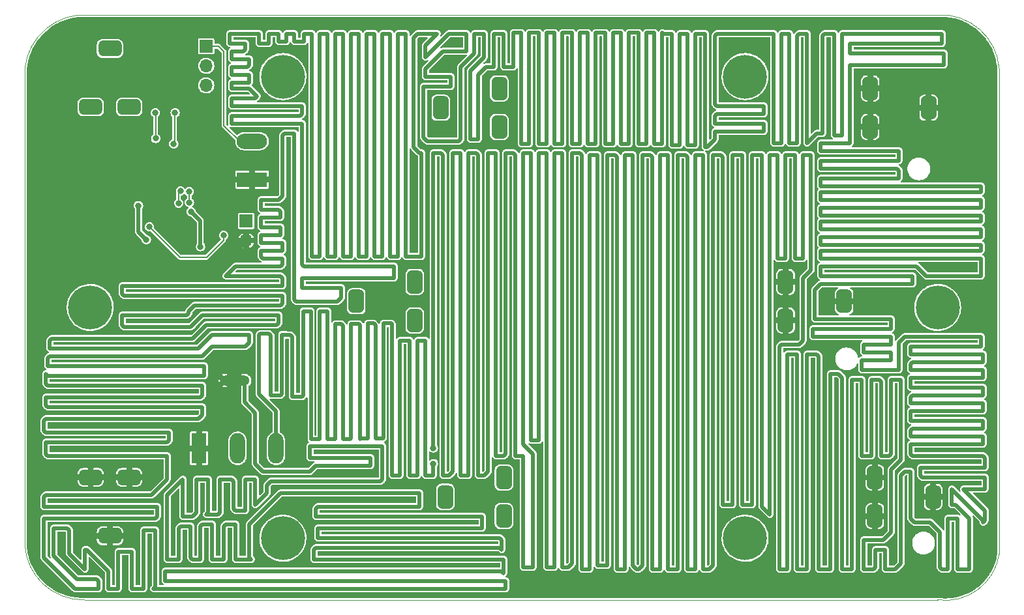
<source format=gbr>
%TF.GenerationSoftware,KiCad,Pcbnew,(6.0.7)*%
%TF.CreationDate,2022-11-15T15:08:31+02:00*%
%TF.ProjectId,Cell_Holder_Board,43656c6c-5f48-46f6-9c64-65725f426f61,rev?*%
%TF.SameCoordinates,Original*%
%TF.FileFunction,Copper,L2,Bot*%
%TF.FilePolarity,Positive*%
%FSLAX46Y46*%
G04 Gerber Fmt 4.6, Leading zero omitted, Abs format (unit mm)*
G04 Created by KiCad (PCBNEW (6.0.7)) date 2022-11-15 15:08:31*
%MOMM*%
%LPD*%
G01*
G04 APERTURE LIST*
G04 Aperture macros list*
%AMRoundRect*
0 Rectangle with rounded corners*
0 $1 Rounding radius*
0 $2 $3 $4 $5 $6 $7 $8 $9 X,Y pos of 4 corners*
0 Add a 4 corners polygon primitive as box body*
4,1,4,$2,$3,$4,$5,$6,$7,$8,$9,$2,$3,0*
0 Add four circle primitives for the rounded corners*
1,1,$1+$1,$2,$3*
1,1,$1+$1,$4,$5*
1,1,$1+$1,$6,$7*
1,1,$1+$1,$8,$9*
0 Add four rect primitives between the rounded corners*
20,1,$1+$1,$2,$3,$4,$5,0*
20,1,$1+$1,$4,$5,$6,$7,0*
20,1,$1+$1,$6,$7,$8,$9,0*
20,1,$1+$1,$8,$9,$2,$3,0*%
G04 Aperture macros list end*
%TA.AperFunction,Profile*%
%ADD10C,0.100000*%
%TD*%
%TA.AperFunction,ConnectorPad*%
%ADD11C,5.700000*%
%TD*%
%TA.AperFunction,ComponentPad*%
%ADD12C,3.600000*%
%TD*%
%TA.AperFunction,ComponentPad*%
%ADD13R,1.700000X1.700000*%
%TD*%
%TA.AperFunction,ComponentPad*%
%ADD14O,1.700000X1.700000*%
%TD*%
%TA.AperFunction,ComponentPad*%
%ADD15R,1.980000X3.960000*%
%TD*%
%TA.AperFunction,ComponentPad*%
%ADD16O,1.980000X3.960000*%
%TD*%
%TA.AperFunction,ComponentPad*%
%ADD17R,3.960000X1.980000*%
%TD*%
%TA.AperFunction,ComponentPad*%
%ADD18O,3.960000X1.980000*%
%TD*%
%TA.AperFunction,ComponentPad*%
%ADD19C,1.300000*%
%TD*%
%TA.AperFunction,ComponentPad*%
%ADD20RoundRect,0.500000X1.000000X0.500000X-1.000000X0.500000X-1.000000X-0.500000X1.000000X-0.500000X0*%
%TD*%
%TA.AperFunction,ComponentPad*%
%ADD21RoundRect,0.500000X-1.000000X-0.500000X1.000000X-0.500000X1.000000X0.500000X-1.000000X0.500000X0*%
%TD*%
%TA.AperFunction,ComponentPad*%
%ADD22RoundRect,0.500000X-0.500000X1.000000X-0.500000X-1.000000X0.500000X-1.000000X0.500000X1.000000X0*%
%TD*%
%TA.AperFunction,ComponentPad*%
%ADD23RoundRect,0.500000X0.500000X-1.000000X0.500000X1.000000X-0.500000X1.000000X-0.500000X-1.000000X0*%
%TD*%
%TA.AperFunction,ViaPad*%
%ADD24C,0.700000*%
%TD*%
%TA.AperFunction,ViaPad*%
%ADD25C,0.800000*%
%TD*%
%TA.AperFunction,Conductor*%
%ADD26C,1.000000*%
%TD*%
%TA.AperFunction,Conductor*%
%ADD27C,0.200000*%
%TD*%
%TA.AperFunction,Conductor*%
%ADD28C,0.500000*%
%TD*%
G04 APERTURE END LIST*
D10*
X157658800Y-34927400D02*
X47658800Y-34927400D01*
X165658800Y-104927400D02*
X165658800Y-41927400D01*
X157658800Y-110927402D02*
G75*
G03*
X165658800Y-104927400I1010310J6986252D01*
G01*
X39158800Y-41927400D02*
X39158800Y-103677400D01*
X165658813Y-41927399D02*
G75*
G03*
X157658800Y-34927400I-7530713J-535101D01*
G01*
X39158800Y-103677400D02*
G75*
G03*
X46908800Y-110927400I7563800J318200D01*
G01*
X46908800Y-110927400D02*
X157658800Y-110927400D01*
X47658801Y-34927391D02*
G75*
G03*
X39158800Y-41927400I-731661J-7772269D01*
G01*
%TO.C,NT1*%
G36*
X67721000Y-83073000D02*
G01*
X65121000Y-83073000D01*
X65121000Y-81773000D01*
X67721000Y-81773000D01*
X67721000Y-83073000D01*
G37*
%TD*%
D11*
%TO.P,H6,1,1*%
%TO.N,unconnected-(H6-Pad1)*%
X47658800Y-72927400D03*
D12*
X47658800Y-72927400D03*
%TD*%
D13*
%TO.P,JP1,1,A*%
%TO.N,Net-(C1-Pad1)*%
X62712600Y-38989000D03*
D14*
%TO.P,JP1,2,C*%
%TO.N,/BMS_LED*%
X62712600Y-41529000D03*
%TO.P,JP1,3,B*%
%TO.N,unconnected-(JP1-Pad3)*%
X62712600Y-44069000D03*
%TD*%
D11*
%TO.P,H5,1,1*%
%TO.N,unconnected-(H5-Pad1)*%
X72658800Y-42927400D03*
D12*
X72658800Y-42927400D03*
%TD*%
%TO.P,H2,1,1*%
%TO.N,unconnected-(H2-Pad1)*%
X132658800Y-102927400D03*
D11*
X132658800Y-102927400D03*
%TD*%
D13*
%TO.P,J1,1,Pin_1*%
%TO.N,/NTC*%
X67893800Y-61691200D03*
D14*
%TO.P,J1,2,Pin_2*%
%TO.N,GND*%
X67893800Y-64231200D03*
%TD*%
D15*
%TO.P,J2,1,Pin_1*%
%TO.N,GND*%
X61772800Y-91236800D03*
D16*
%TO.P,J2,2,Pin_2*%
%TO.N,+BATT*%
X66772800Y-91236800D03*
%TO.P,J2,3,Pin_3*%
%TO.N,/Heater*%
X71772800Y-91236800D03*
%TD*%
D11*
%TO.P,H1,1,1*%
%TO.N,unconnected-(H1-Pad1)*%
X72658800Y-102927400D03*
D12*
X72658800Y-102927400D03*
%TD*%
D11*
%TO.P,H3,1,1*%
%TO.N,unconnected-(H3-Pad1)*%
X157658800Y-72927400D03*
D12*
X157658800Y-72927400D03*
%TD*%
D17*
%TO.P,J3,1,Pin_1*%
%TO.N,GND*%
X68656200Y-56311800D03*
D18*
%TO.P,J3,2,Pin_2*%
%TO.N,Net-(C1-Pad1)*%
X68656200Y-51311800D03*
%TD*%
D11*
%TO.P,H4,1,1*%
%TO.N,unconnected-(H4-Pad1)*%
X132658800Y-42927400D03*
D12*
X132658800Y-42927400D03*
%TD*%
D19*
%TO.P,NT1,1,1*%
%TO.N,GND*%
X65121000Y-82423000D03*
%TO.P,NT1,2,2*%
%TO.N,/Heater*%
X67721000Y-82423000D03*
%TD*%
D20*
%TO.P,BT5,1,+*%
%TO.N,+BATT*%
X47713400Y-46875700D03*
X50213400Y-39275700D03*
X52713400Y-46875700D03*
D21*
%TO.P,BT5,2,-*%
%TO.N,GND*%
X50213400Y-102608700D03*
X47713400Y-95008700D03*
X52713400Y-95008700D03*
%TD*%
D22*
%TO.P,BT6,1,+*%
%TO.N,+BATT*%
X93758700Y-97538400D03*
X101358700Y-100038400D03*
X101358700Y-95038400D03*
D23*
%TO.P,BT6,2,-*%
%TO.N,GND*%
X149491700Y-95038400D03*
X157091700Y-97538400D03*
X149491700Y-100038400D03*
%TD*%
D22*
%TO.P,BT8,1,+*%
%TO.N,+BATT*%
X89789000Y-69621400D03*
X89789000Y-74621400D03*
X82189000Y-72121400D03*
D23*
%TO.P,BT8,2,-*%
%TO.N,GND*%
X137922000Y-69621400D03*
X145522000Y-72121400D03*
X137922000Y-74621400D03*
%TD*%
D22*
%TO.P,BT7,1,+*%
%TO.N,+BATT*%
X100761800Y-44475400D03*
X100761800Y-49475400D03*
X93161800Y-46975400D03*
D23*
%TO.P,BT7,2,-*%
%TO.N,GND*%
X148894800Y-44475400D03*
X148894800Y-49475400D03*
X156494800Y-46975400D03*
%TD*%
D24*
%TO.N,GND*%
X158988000Y-53607000D03*
X43988000Y-94607000D03*
X150988000Y-109607000D03*
X50988000Y-49607000D03*
X43988000Y-49607000D03*
X150988000Y-45607000D03*
X150988000Y-44607000D03*
X151988000Y-50607000D03*
X142988000Y-73607000D03*
X153988000Y-104607000D03*
X146988000Y-109607000D03*
X158988000Y-51607000D03*
X158988000Y-67607000D03*
X48988000Y-63607000D03*
X163988000Y-39607000D03*
X40988000Y-82607000D03*
X46988000Y-51607000D03*
X63988000Y-88607000D03*
X161988000Y-37607000D03*
X42988000Y-40607000D03*
X44988000Y-39607000D03*
X64988000Y-52607000D03*
X129988000Y-99607000D03*
X163988000Y-103607000D03*
X46988000Y-60607000D03*
X149988000Y-46607000D03*
X52988000Y-43607000D03*
X46988000Y-36607000D03*
X126988000Y-109607000D03*
X42988000Y-46607000D03*
X42988000Y-52607000D03*
X45988000Y-103607000D03*
X41988000Y-62607000D03*
X154988000Y-109607000D03*
X163988000Y-72607000D03*
X42988000Y-69607000D03*
X161988000Y-38607000D03*
X63988000Y-85607000D03*
X59988000Y-37607000D03*
X47988000Y-54607000D03*
X46988000Y-67607000D03*
X52988000Y-38607000D03*
X163988000Y-42607000D03*
X64988000Y-51607000D03*
X63988000Y-52607000D03*
X40988000Y-57607000D03*
X43988000Y-61607000D03*
X154988000Y-51607000D03*
X56988000Y-53607000D03*
X40988000Y-46607000D03*
X163988000Y-75607000D03*
X41988000Y-70607000D03*
X41988000Y-49607000D03*
X160988000Y-41607000D03*
X47988000Y-65607000D03*
X62988000Y-47607000D03*
X57988000Y-37607000D03*
X44988000Y-55607000D03*
X43988000Y-59607000D03*
X135988000Y-109607000D03*
X60988000Y-38607000D03*
X163988000Y-55607000D03*
X67988000Y-59607000D03*
X44988000Y-61607000D03*
X156988000Y-52607000D03*
X54988000Y-37607000D03*
X62988000Y-51607000D03*
X63988000Y-42607000D03*
X162988000Y-52607000D03*
X44988000Y-50607000D03*
X161988000Y-67607000D03*
X54988000Y-41607000D03*
X153988000Y-52607000D03*
X40988000Y-90607000D03*
X73988000Y-39607000D03*
X53988000Y-56607000D03*
X40988000Y-40607000D03*
X159988000Y-39607000D03*
X95988000Y-98607000D03*
X94988000Y-38607000D03*
X158988000Y-55607000D03*
X69988000Y-54607000D03*
X47988000Y-59607000D03*
X131988000Y-106607000D03*
X67988000Y-54607000D03*
X46988000Y-65607000D03*
X84988000Y-73607000D03*
X162988000Y-51607000D03*
X65988000Y-59607000D03*
X40988000Y-47607000D03*
X43988000Y-70607000D03*
X65988000Y-87607000D03*
X58988000Y-36607000D03*
X117988000Y-109607000D03*
X50988000Y-52607000D03*
X73988000Y-91607000D03*
X47988000Y-58607000D03*
X162988000Y-107607000D03*
X65988000Y-83607000D03*
X52988000Y-50607000D03*
X47988000Y-101607000D03*
X63988000Y-90607000D03*
X160988000Y-55607000D03*
X65988000Y-88607000D03*
X52988000Y-36607000D03*
X152988000Y-47607000D03*
X42988000Y-94607000D03*
X46988000Y-54607000D03*
X41988000Y-73607000D03*
X51988000Y-55607000D03*
X58988000Y-38607000D03*
X73988000Y-98607000D03*
X49988000Y-93607000D03*
X73988000Y-90607000D03*
X48988000Y-69607000D03*
X65988000Y-57607000D03*
X163988000Y-52607000D03*
X46988000Y-48607000D03*
X60988000Y-67607000D03*
X64988000Y-91607000D03*
X43988000Y-53607000D03*
X104988000Y-109607000D03*
X91988000Y-98607000D03*
X40988000Y-49607000D03*
X62988000Y-52607000D03*
X63988000Y-45607000D03*
X54988000Y-53607000D03*
X51988000Y-51607000D03*
X63988000Y-87607000D03*
D25*
X89662000Y-60452000D03*
D24*
X40988000Y-73607000D03*
X64988000Y-84607000D03*
X74988000Y-87607000D03*
X153988000Y-72607000D03*
X161988000Y-74607000D03*
X163988000Y-104607000D03*
X160988000Y-108607000D03*
X162988000Y-53607000D03*
X54988000Y-72607000D03*
X40988000Y-71607000D03*
X52988000Y-39607000D03*
X41988000Y-69607000D03*
X101988000Y-46607000D03*
X53988000Y-54607000D03*
X41988000Y-94607000D03*
X64988000Y-57607000D03*
X44988000Y-40607000D03*
X114988000Y-109607000D03*
X150988000Y-42607000D03*
X40988000Y-50607000D03*
X43988000Y-45607000D03*
X147988000Y-109607000D03*
X156988000Y-106607000D03*
X53988000Y-36607000D03*
X151988000Y-42607000D03*
X161988000Y-54607000D03*
X50988000Y-70607000D03*
X162988000Y-105607000D03*
X154988000Y-108607000D03*
X155988000Y-106607000D03*
X47988000Y-64607000D03*
X43988000Y-37607000D03*
X160988000Y-67607000D03*
X68988000Y-66607000D03*
X42988000Y-63607000D03*
X163988000Y-45607000D03*
X45988000Y-65607000D03*
X160988000Y-109607000D03*
X162988000Y-42607000D03*
X72988000Y-87607000D03*
X42988000Y-56607000D03*
X56988000Y-38607000D03*
X74988000Y-89607000D03*
X44988000Y-75607000D03*
X154988000Y-96607000D03*
X46988000Y-39607000D03*
X45988000Y-68607000D03*
X124988000Y-109607000D03*
X159988000Y-37607000D03*
X40988000Y-63607000D03*
X60988000Y-47607000D03*
X57988000Y-38607000D03*
X69988000Y-39607000D03*
X162988000Y-73607000D03*
D25*
X59588400Y-72567800D03*
D24*
X163988000Y-97607000D03*
X137988000Y-109607000D03*
X161988000Y-71607000D03*
X153988000Y-43607000D03*
X49988000Y-104607000D03*
X151988000Y-51607000D03*
X53988000Y-55607000D03*
X130988000Y-99607000D03*
X65988000Y-58607000D03*
X144988000Y-109607000D03*
X160988000Y-70607000D03*
X69988000Y-91607000D03*
X42988000Y-39607000D03*
X49988000Y-48607000D03*
X48988000Y-53607000D03*
X42988000Y-65607000D03*
X64988000Y-87607000D03*
X159988000Y-51607000D03*
X41988000Y-61607000D03*
X152988000Y-43607000D03*
X110988000Y-109607000D03*
X50988000Y-71607000D03*
X40988000Y-81607000D03*
X65988000Y-80607000D03*
X41988000Y-68607000D03*
X41988000Y-59607000D03*
X63988000Y-47607000D03*
X44988000Y-43607000D03*
X64988000Y-58607000D03*
X40988000Y-65607000D03*
X101988000Y-51607000D03*
X160988000Y-36607000D03*
X65988000Y-79607000D03*
X143988000Y-78607000D03*
X129988000Y-106607000D03*
X44988000Y-65607000D03*
X41988000Y-71607000D03*
X156988000Y-109607000D03*
X43988000Y-71607000D03*
X42988000Y-59607000D03*
X43988000Y-36607000D03*
X40988000Y-95607000D03*
X62988000Y-55607000D03*
X153988000Y-102607000D03*
X130988000Y-109607000D03*
X154988000Y-75607000D03*
X52988000Y-54607000D03*
X63988000Y-54607000D03*
X46988000Y-37607000D03*
X87988000Y-75607000D03*
X50988000Y-74607000D03*
X44988000Y-45607000D03*
X45988000Y-101607000D03*
X58988000Y-93607000D03*
X53988000Y-37607000D03*
X55988000Y-54607000D03*
X74988000Y-90607000D03*
X61988000Y-67607000D03*
X49988000Y-37607000D03*
X69988000Y-90607000D03*
X138988000Y-109607000D03*
X163988000Y-54607000D03*
X79988000Y-73607000D03*
X62988000Y-53607000D03*
X147988000Y-97607000D03*
X55988000Y-36607000D03*
X60988000Y-68607000D03*
X143988000Y-109607000D03*
X41988000Y-107607000D03*
X159988000Y-38607000D03*
X48988000Y-62607000D03*
X45988000Y-69607000D03*
X145988000Y-77607000D03*
X64988000Y-89607000D03*
X49988000Y-53607000D03*
X44988000Y-68607000D03*
X153988000Y-46607000D03*
X45988000Y-39607000D03*
X49988000Y-63607000D03*
X97988000Y-95607000D03*
X50988000Y-48607000D03*
X157988000Y-54607000D03*
X40988000Y-54607000D03*
X44988000Y-94607000D03*
X151988000Y-43607000D03*
X101988000Y-102607000D03*
X56988000Y-54607000D03*
X50988000Y-67607000D03*
X41988000Y-57607000D03*
X49988000Y-66607000D03*
X107988000Y-109607000D03*
X162988000Y-41607000D03*
X111988000Y-109607000D03*
X98988000Y-51607000D03*
X43988000Y-38607000D03*
X63988000Y-84607000D03*
X45988000Y-50607000D03*
X65988000Y-53607000D03*
X46988000Y-50607000D03*
X49988000Y-69607000D03*
X54988000Y-44607000D03*
X48988000Y-36607000D03*
X95988000Y-95607000D03*
X105988000Y-109607000D03*
X61988000Y-36607000D03*
X63988000Y-55607000D03*
X163988000Y-106607000D03*
X43988000Y-57607000D03*
X59988000Y-45607000D03*
X153988000Y-42607000D03*
X54988000Y-40607000D03*
X45988000Y-40607000D03*
X157988000Y-51607000D03*
X41988000Y-47607000D03*
X46988000Y-52607000D03*
X40988000Y-55607000D03*
X163988000Y-40607000D03*
X66988000Y-86607000D03*
X64988000Y-80607000D03*
X66988000Y-54607000D03*
X46988000Y-43607000D03*
X48988000Y-57607000D03*
X52988000Y-44607000D03*
X153988000Y-71607000D03*
X161988000Y-39607000D03*
X153988000Y-45607000D03*
X65988000Y-55607000D03*
X48988000Y-59607000D03*
X45988000Y-53607000D03*
X159988000Y-53607000D03*
X162988000Y-55607000D03*
X45988000Y-55607000D03*
X40988000Y-84607000D03*
X87988000Y-74607000D03*
X47988000Y-37607000D03*
X42988000Y-57607000D03*
X63988000Y-86607000D03*
X41988000Y-44607000D03*
X41988000Y-60607000D03*
X65988000Y-51607000D03*
X43988000Y-54607000D03*
X53988000Y-42607000D03*
X61988000Y-46607000D03*
X43988000Y-64607000D03*
X84988000Y-70607000D03*
X112988000Y-109607000D03*
X41988000Y-64607000D03*
X160988000Y-39607000D03*
X67988000Y-58607000D03*
X151988000Y-108607000D03*
X42988000Y-95607000D03*
X152988000Y-42607000D03*
X43988000Y-63607000D03*
X50988000Y-51607000D03*
X46988000Y-40607000D03*
X130988000Y-106607000D03*
X141988000Y-109607000D03*
X40988000Y-79607000D03*
X132988000Y-109607000D03*
X40988000Y-85607000D03*
X158988000Y-54607000D03*
X46988000Y-53607000D03*
X40988000Y-91607000D03*
X63988000Y-79607000D03*
X162988000Y-104607000D03*
X41988000Y-95607000D03*
X43988000Y-69607000D03*
X160988000Y-38607000D03*
X160988000Y-74607000D03*
X66988000Y-59607000D03*
X42988000Y-68607000D03*
X48988000Y-68607000D03*
X132988000Y-106607000D03*
X50988000Y-75607000D03*
X45988000Y-57607000D03*
X65988000Y-54607000D03*
X40988000Y-43607000D03*
X66988000Y-80607000D03*
X135988000Y-101607000D03*
X66988000Y-79607000D03*
X47988000Y-41607000D03*
X161988000Y-70607000D03*
X66988000Y-88607000D03*
X42988000Y-71607000D03*
X70988000Y-53607000D03*
X162988000Y-38607000D03*
X48988000Y-55607000D03*
X59988000Y-38607000D03*
X46988000Y-64607000D03*
X45988000Y-67607000D03*
X47988000Y-48607000D03*
X48988000Y-56607000D03*
X61988000Y-57607000D03*
X155988000Y-109607000D03*
X163988000Y-74607000D03*
X50988000Y-50607000D03*
X43988000Y-104607000D03*
X44988000Y-52607000D03*
X48988000Y-58607000D03*
X155988000Y-51607000D03*
X44988000Y-60607000D03*
X50988000Y-69607000D03*
D25*
X50393600Y-62204600D03*
D24*
X46988000Y-59607000D03*
X63988000Y-80607000D03*
X68988000Y-53607000D03*
X83988000Y-70607000D03*
X153988000Y-75607000D03*
X66988000Y-53607000D03*
X62988000Y-36607000D03*
X154988000Y-52607000D03*
X118988000Y-109607000D03*
X67988000Y-88607000D03*
X60988000Y-46607000D03*
X64988000Y-53607000D03*
X43988000Y-73607000D03*
X155988000Y-107607000D03*
X68988000Y-65607000D03*
X161988000Y-40607000D03*
X122988000Y-109607000D03*
X161988000Y-41607000D03*
X51988000Y-37607000D03*
X144988000Y-77607000D03*
X151988000Y-104607000D03*
X163988000Y-43607000D03*
X54988000Y-56607000D03*
X49988000Y-51607000D03*
X41988000Y-53607000D03*
X43988000Y-60607000D03*
X47988000Y-56607000D03*
X160988000Y-37607000D03*
X162988000Y-71607000D03*
X47988000Y-61607000D03*
X49988000Y-65607000D03*
X51988000Y-41607000D03*
X58988000Y-37607000D03*
X59988000Y-92607000D03*
X159988000Y-67607000D03*
X46988000Y-44607000D03*
X42988000Y-73607000D03*
X153988000Y-44607000D03*
X53988000Y-39607000D03*
X60988000Y-42607000D03*
X154988000Y-42607000D03*
X64988000Y-54607000D03*
X59988000Y-89607000D03*
X45988000Y-59607000D03*
X108988000Y-109607000D03*
X42988000Y-60607000D03*
X43988000Y-40607000D03*
X58988000Y-92607000D03*
X158988000Y-109607000D03*
X43988000Y-43607000D03*
X56988000Y-36607000D03*
X40988000Y-53607000D03*
X49988000Y-52607000D03*
X163988000Y-53607000D03*
X41988000Y-40607000D03*
X47988000Y-36607000D03*
X40988000Y-93607000D03*
X41988000Y-42607000D03*
X62988000Y-57607000D03*
X63988000Y-57607000D03*
X40988000Y-60607000D03*
X50988000Y-68607000D03*
X48988000Y-48607000D03*
X45988000Y-102607000D03*
X46988000Y-55607000D03*
X51988000Y-48607000D03*
X163988000Y-73607000D03*
X61988000Y-52607000D03*
X69988000Y-86607000D03*
X69988000Y-89607000D03*
X41988000Y-50607000D03*
X162988000Y-54607000D03*
X85988000Y-70607000D03*
X162988000Y-72607000D03*
X48988000Y-61607000D03*
X44988000Y-67607000D03*
X96988000Y-98607000D03*
X116988000Y-109607000D03*
X57988000Y-54607000D03*
X152988000Y-109607000D03*
X43988000Y-46607000D03*
X43988000Y-55607000D03*
X43988000Y-93607000D03*
X63988000Y-51607000D03*
X45988000Y-52607000D03*
X150988000Y-108607000D03*
X45988000Y-62607000D03*
X159988000Y-108607000D03*
X47988000Y-55607000D03*
X162988000Y-70607000D03*
X156988000Y-108607000D03*
X151988000Y-45607000D03*
X158988000Y-108607000D03*
X162988000Y-103607000D03*
X156988000Y-105607000D03*
X142988000Y-72607000D03*
X41988000Y-72607000D03*
X42988000Y-66607000D03*
X61988000Y-54607000D03*
X43988000Y-102607000D03*
X44988000Y-57607000D03*
X59988000Y-43607000D03*
X45988000Y-38607000D03*
X74988000Y-39607000D03*
X55988000Y-53607000D03*
X43988000Y-58607000D03*
X133988000Y-109607000D03*
X157988000Y-109607000D03*
X58988000Y-88607000D03*
X61988000Y-55607000D03*
X40988000Y-39607000D03*
X40988000Y-66607000D03*
X40988000Y-94607000D03*
X41988000Y-41607000D03*
X146988000Y-77607000D03*
X47988000Y-43607000D03*
D25*
X135128000Y-38354000D03*
D24*
X42988000Y-41607000D03*
X150988000Y-47607000D03*
X136988000Y-109607000D03*
X83988000Y-73607000D03*
X54988000Y-38607000D03*
X74988000Y-92607000D03*
X46988000Y-56607000D03*
X121988000Y-109607000D03*
X151988000Y-103607000D03*
X40988000Y-86607000D03*
X45988000Y-51607000D03*
X153988000Y-105607000D03*
X42988000Y-47607000D03*
X73988000Y-86607000D03*
X86988000Y-73607000D03*
X43988000Y-39607000D03*
X40988000Y-72607000D03*
X40988000Y-52607000D03*
X91988000Y-49607000D03*
X47988000Y-68607000D03*
X43988000Y-72607000D03*
X74988000Y-86607000D03*
X54988000Y-54607000D03*
X41988000Y-55607000D03*
X64988000Y-79607000D03*
X109988000Y-109607000D03*
X51988000Y-42607000D03*
X55988000Y-56607000D03*
X63988000Y-53607000D03*
X51988000Y-43607000D03*
X159988000Y-109607000D03*
X65988000Y-85607000D03*
X48988000Y-65607000D03*
X135988000Y-105607000D03*
X45988000Y-49607000D03*
X160988000Y-53607000D03*
X40988000Y-92607000D03*
X47988000Y-38607000D03*
X152988000Y-44607000D03*
X43988000Y-66607000D03*
X148988000Y-109607000D03*
X162988000Y-74607000D03*
X120988000Y-109607000D03*
X44988000Y-93607000D03*
X161988000Y-55607000D03*
X63988000Y-91607000D03*
X53988000Y-40607000D03*
X44988000Y-63607000D03*
X55988000Y-94607000D03*
D25*
X51130200Y-58775600D03*
D24*
X44988000Y-37607000D03*
X40988000Y-42607000D03*
X153988000Y-73607000D03*
X64988000Y-90607000D03*
X49988000Y-50607000D03*
X44988000Y-69607000D03*
X44988000Y-62607000D03*
X46988000Y-49607000D03*
X42988000Y-50607000D03*
X161988000Y-73607000D03*
X60988000Y-37607000D03*
X46988000Y-63607000D03*
X156988000Y-51607000D03*
X41988000Y-74607000D03*
X74988000Y-85607000D03*
X74988000Y-88607000D03*
X153988000Y-109607000D03*
X40988000Y-106607000D03*
X67988000Y-79607000D03*
X47988000Y-53607000D03*
X46988000Y-38607000D03*
X149988000Y-109607000D03*
X161988000Y-52607000D03*
X41988000Y-38607000D03*
X153988000Y-106607000D03*
X163988000Y-44607000D03*
X48988000Y-52607000D03*
X46988000Y-101607000D03*
X67988000Y-66607000D03*
X42988000Y-72607000D03*
X68988000Y-59607000D03*
X48988000Y-49607000D03*
X55988000Y-37607000D03*
X61988000Y-51607000D03*
X155988000Y-105607000D03*
X143988000Y-79607000D03*
X52988000Y-37607000D03*
X42988000Y-55607000D03*
X66988000Y-87607000D03*
X123988000Y-109607000D03*
X128988000Y-109607000D03*
X44988000Y-58607000D03*
X98988000Y-98607000D03*
X48988000Y-64607000D03*
D25*
X58394600Y-63957200D03*
D24*
X43988000Y-75607000D03*
X64988000Y-92607000D03*
X59988000Y-44607000D03*
X42988000Y-53607000D03*
X48988000Y-54607000D03*
X43988000Y-50607000D03*
X43988000Y-48607000D03*
X42988000Y-44607000D03*
X72988000Y-88607000D03*
X69988000Y-105607000D03*
X157988000Y-53607000D03*
X70988000Y-52607000D03*
X73988000Y-92607000D03*
X48988000Y-42607000D03*
X47988000Y-42607000D03*
X45988000Y-48607000D03*
X161988000Y-72607000D03*
X119988000Y-109607000D03*
X163988000Y-41607000D03*
X73988000Y-87607000D03*
X87988000Y-73607000D03*
X134988000Y-106607000D03*
X113988000Y-109607000D03*
X156988000Y-67607000D03*
X40988000Y-64607000D03*
X152988000Y-50607000D03*
X54988000Y-52607000D03*
X40988000Y-70607000D03*
X51988000Y-56607000D03*
X43988000Y-62607000D03*
X47988000Y-49607000D03*
D25*
X53594000Y-72644000D03*
D24*
X44988000Y-51607000D03*
X45988000Y-60607000D03*
X133988000Y-99607000D03*
X47988000Y-52607000D03*
X150988000Y-46607000D03*
X67988000Y-87607000D03*
X140988000Y-109607000D03*
X94988000Y-40607000D03*
X40988000Y-83607000D03*
X154988000Y-106607000D03*
X41988000Y-46607000D03*
X161988000Y-53607000D03*
X44988000Y-42607000D03*
X55676800Y-59715400D03*
X64988000Y-93607000D03*
X41988000Y-54607000D03*
X40988000Y-48607000D03*
X47988000Y-63607000D03*
X42988000Y-74607000D03*
X44988000Y-64607000D03*
X63988000Y-93607000D03*
X87988000Y-68607000D03*
X52988000Y-41607000D03*
X85988000Y-73607000D03*
X59988000Y-42607000D03*
X162988000Y-102607000D03*
X42988000Y-45607000D03*
X50988000Y-37607000D03*
X133988000Y-106607000D03*
X52988000Y-56607000D03*
X86988000Y-95607000D03*
X55988000Y-52607000D03*
X48988000Y-37607000D03*
X52988000Y-49607000D03*
X42988000Y-62607000D03*
X72988000Y-86607000D03*
X41988000Y-48607000D03*
X74988000Y-99607000D03*
X44988000Y-36607000D03*
X57988000Y-53607000D03*
X157988000Y-67607000D03*
X40988000Y-56607000D03*
X125988000Y-109607000D03*
X40988000Y-45607000D03*
X44988000Y-46607000D03*
X56988000Y-52607000D03*
X42988000Y-43607000D03*
X42988000Y-75607000D03*
X46988000Y-42607000D03*
X43988000Y-56607000D03*
X42988000Y-42607000D03*
X106988000Y-109607000D03*
X63988000Y-36607000D03*
X157988000Y-52607000D03*
X54988000Y-95607000D03*
X160988000Y-52607000D03*
X48988000Y-51607000D03*
X44988000Y-47607000D03*
X161988000Y-108607000D03*
X42988000Y-70607000D03*
X98988000Y-43607000D03*
X161988000Y-75607000D03*
X163988000Y-46607000D03*
X49988000Y-47607000D03*
X52988000Y-40607000D03*
X98988000Y-44607000D03*
X61988000Y-47607000D03*
X45988000Y-36607000D03*
X59988000Y-93607000D03*
X42988000Y-54607000D03*
X163988000Y-102607000D03*
X54988000Y-55607000D03*
X43988000Y-42607000D03*
X135988000Y-106607000D03*
X150988000Y-51607000D03*
X42988000Y-48607000D03*
X48988000Y-66607000D03*
X44988000Y-56607000D03*
X98988000Y-45607000D03*
X60988000Y-39607000D03*
X50988000Y-65607000D03*
X44988000Y-66607000D03*
X42988000Y-38607000D03*
X47988000Y-62607000D03*
X63988000Y-83607000D03*
X63988000Y-92607000D03*
X55988000Y-55607000D03*
X53988000Y-44607000D03*
X67988000Y-80607000D03*
D25*
X60452000Y-65278000D03*
D24*
X75988000Y-100607000D03*
X54988000Y-42607000D03*
X45988000Y-44607000D03*
X44988000Y-49607000D03*
X64988000Y-55607000D03*
X65988000Y-52607000D03*
X41988000Y-51607000D03*
X43988000Y-52607000D03*
X41988000Y-39607000D03*
X43988000Y-67607000D03*
X115988000Y-109607000D03*
X53988000Y-53607000D03*
X127988000Y-109607000D03*
X52988000Y-42607000D03*
X42988000Y-61607000D03*
X161988000Y-51607000D03*
X61988000Y-45607000D03*
X154988000Y-105607000D03*
X139988000Y-109607000D03*
X45988000Y-56607000D03*
X74988000Y-91607000D03*
X152988000Y-45607000D03*
X41988000Y-93607000D03*
X73988000Y-89607000D03*
X45988000Y-63607000D03*
X49988000Y-67607000D03*
X156988000Y-55607000D03*
X163988000Y-105607000D03*
X43988000Y-44607000D03*
X134988000Y-109607000D03*
X61988000Y-56607000D03*
X51988000Y-49607000D03*
X88988000Y-95607000D03*
X47988000Y-40607000D03*
X162988000Y-39607000D03*
X48988000Y-41607000D03*
X45988000Y-66607000D03*
X48988000Y-50607000D03*
X153988000Y-108607000D03*
X43988000Y-74607000D03*
X152988000Y-46607000D03*
D25*
X58318400Y-56388000D03*
D24*
X44988000Y-95607000D03*
X62988000Y-46607000D03*
X157988000Y-55607000D03*
X160988000Y-54607000D03*
X55988000Y-38607000D03*
X98988000Y-50607000D03*
X43988000Y-41607000D03*
X43988000Y-68607000D03*
X51988000Y-36607000D03*
X41988000Y-75607000D03*
X73988000Y-99607000D03*
X159988000Y-41607000D03*
X163988000Y-47607000D03*
X42988000Y-49607000D03*
X68988000Y-39607000D03*
X151988000Y-44607000D03*
X66988000Y-58607000D03*
X151988000Y-109607000D03*
X53988000Y-43607000D03*
X162988000Y-106607000D03*
X44988000Y-48607000D03*
X41988000Y-43607000D03*
X145988000Y-109607000D03*
X40988000Y-75607000D03*
X143988000Y-77607000D03*
X45988000Y-58607000D03*
X159988000Y-52607000D03*
X43988000Y-95607000D03*
X60988000Y-45607000D03*
X40988000Y-69607000D03*
X163988000Y-48607000D03*
X62988000Y-56607000D03*
X50988000Y-66607000D03*
X142988000Y-109607000D03*
X49988000Y-36607000D03*
X103988000Y-109607000D03*
X153988000Y-50607000D03*
X47988000Y-102607000D03*
X154988000Y-107607000D03*
X75988000Y-101607000D03*
X87988000Y-95607000D03*
X41988000Y-52607000D03*
X150988000Y-43607000D03*
X47988000Y-67607000D03*
X69988000Y-88607000D03*
X44988000Y-59607000D03*
X87988000Y-67607000D03*
X45988000Y-37607000D03*
X75988000Y-98607000D03*
X45988000Y-43607000D03*
X63988000Y-56607000D03*
X151988000Y-46607000D03*
X58988000Y-89607000D03*
X61988000Y-53607000D03*
X59988000Y-88607000D03*
X163988000Y-49607000D03*
X70988000Y-54607000D03*
X59988000Y-36607000D03*
X160988000Y-71607000D03*
X45988000Y-41607000D03*
X50988000Y-36607000D03*
X93988000Y-49607000D03*
X42988000Y-93607000D03*
X40988000Y-80607000D03*
X157988000Y-108607000D03*
X54988000Y-45607000D03*
X131988000Y-109607000D03*
X64988000Y-56607000D03*
X64988000Y-88607000D03*
X45988000Y-42607000D03*
X96988000Y-95607000D03*
X41988000Y-58607000D03*
X60988000Y-36607000D03*
X129988000Y-109607000D03*
X153988000Y-103607000D03*
X60988000Y-43607000D03*
X57988000Y-36607000D03*
X93988000Y-41607000D03*
X65988000Y-56607000D03*
X74988000Y-98607000D03*
X155988000Y-108607000D03*
X59988000Y-39607000D03*
X41988000Y-65607000D03*
X44988000Y-54607000D03*
X47988000Y-51607000D03*
X43988000Y-103607000D03*
X40988000Y-78607000D03*
X48988000Y-60607000D03*
X47988000Y-66607000D03*
X75988000Y-99607000D03*
X62988000Y-45607000D03*
X44988000Y-44607000D03*
X45988000Y-64607000D03*
X65988000Y-86607000D03*
X46988000Y-57607000D03*
X53988000Y-41607000D03*
X156988000Y-53607000D03*
X40988000Y-77607000D03*
X154988000Y-50607000D03*
X46988000Y-62607000D03*
X42988000Y-67607000D03*
X64988000Y-85607000D03*
X163988000Y-71607000D03*
X102988000Y-109607000D03*
X49988000Y-49607000D03*
X44988000Y-53607000D03*
X150988000Y-50607000D03*
X47988000Y-50607000D03*
X64988000Y-86607000D03*
X69988000Y-53607000D03*
X46988000Y-68607000D03*
X41988000Y-67607000D03*
X40988000Y-62607000D03*
X44988000Y-41607000D03*
X47988000Y-60607000D03*
X41988000Y-66607000D03*
X63988000Y-89607000D03*
X40988000Y-68607000D03*
X163988000Y-70607000D03*
X41988000Y-56607000D03*
X40988000Y-59607000D03*
X135988000Y-104607000D03*
X46988000Y-102607000D03*
X163988000Y-50607000D03*
X162988000Y-40607000D03*
X149988000Y-51607000D03*
X52988000Y-55607000D03*
X92988000Y-49607000D03*
X63988000Y-46607000D03*
X46988000Y-61607000D03*
X41988000Y-63607000D03*
X42988000Y-51607000D03*
X152988000Y-51607000D03*
X53988000Y-38607000D03*
X163988000Y-51607000D03*
X40988000Y-61607000D03*
X43988000Y-65607000D03*
X45988000Y-54607000D03*
X42988000Y-58607000D03*
X160988000Y-40607000D03*
X42988000Y-64607000D03*
X158988000Y-52607000D03*
X72988000Y-85607000D03*
X40988000Y-44607000D03*
X49988000Y-64607000D03*
X46988000Y-41607000D03*
X41988000Y-45607000D03*
X160988000Y-51607000D03*
X42988000Y-108607000D03*
X47988000Y-57607000D03*
X45988000Y-61607000D03*
X159988000Y-54607000D03*
X60988000Y-44607000D03*
X43988000Y-47607000D03*
X153988000Y-51607000D03*
X97988000Y-98607000D03*
X40988000Y-74607000D03*
X62988000Y-54607000D03*
X69988000Y-87607000D03*
X155988000Y-52607000D03*
X40988000Y-76607000D03*
X48988000Y-67607000D03*
X159988000Y-36607000D03*
X40988000Y-51607000D03*
X44988000Y-38607000D03*
X65988000Y-84607000D03*
X40988000Y-41607000D03*
X54988000Y-36607000D03*
X162988000Y-75607000D03*
X151988000Y-47607000D03*
X62988000Y-88607000D03*
X68988000Y-54607000D03*
X49988000Y-68607000D03*
X47988000Y-39607000D03*
X42988000Y-37607000D03*
X40988000Y-58607000D03*
X67988000Y-53607000D03*
X152988000Y-108607000D03*
X159988000Y-55607000D03*
D25*
X63804800Y-68097400D03*
D24*
X73988000Y-88607000D03*
X70988000Y-39607000D03*
X153988000Y-107607000D03*
X156988000Y-107607000D03*
X73988000Y-85607000D03*
X54988000Y-43607000D03*
X46988000Y-66607000D03*
X129988000Y-105607000D03*
X153988000Y-74607000D03*
X72988000Y-98607000D03*
X54988000Y-39607000D03*
X56988000Y-37607000D03*
X40988000Y-67607000D03*
X43988000Y-51607000D03*
X160988000Y-75607000D03*
X46988000Y-58607000D03*
X51988000Y-50607000D03*
X159988000Y-40607000D03*
D25*
%TO.N,/VCC*%
X64973200Y-63550800D03*
X55349224Y-62462294D03*
%TO.N,/SW*%
X54940200Y-64109600D03*
X53924200Y-59688900D03*
%TO.N,+BATT*%
X66772800Y-91236800D03*
%TO.N,/CSP*%
X61976000Y-65024000D03*
X60756800Y-60477400D03*
%TO.N,Net-(U1-Pad11)*%
X60528200Y-59271900D03*
X60502800Y-57872900D03*
X56150488Y-50963700D03*
X56108600Y-47625000D03*
%TO.N,Net-(U1-Pad12)*%
X58674000Y-47643100D03*
X59385200Y-57785000D03*
X59131200Y-59359800D03*
X58496200Y-51663200D03*
%TO.N,/Heater*%
X92202000Y-91186000D03*
X92202000Y-93218000D03*
%TD*%
D26*
%TO.N,GND*%
X63804800Y-68097400D02*
X63830200Y-68097400D01*
X63830200Y-68097400D02*
X67696400Y-64231200D01*
X67696400Y-64231200D02*
X67893800Y-64231200D01*
D27*
%TO.N,Net-(C1-Pad1)*%
X64312800Y-38989000D02*
X65024000Y-39700200D01*
X62712600Y-38989000D02*
X64312800Y-38989000D01*
X65024000Y-49276000D02*
X67059800Y-51311800D01*
X67059800Y-51311800D02*
X68656200Y-51311800D01*
X65024000Y-39700200D02*
X65024000Y-49276000D01*
%TO.N,/VCC*%
X62763400Y-66421000D02*
X59307930Y-66421000D01*
X64973200Y-63550800D02*
X64973200Y-64211200D01*
X64973200Y-64211200D02*
X62763400Y-66421000D01*
X59307930Y-66421000D02*
X55349224Y-62462294D01*
D28*
%TO.N,/SW*%
X53924200Y-63093600D02*
X54940200Y-64109600D01*
X53924200Y-59688900D02*
X53924200Y-63093600D01*
%TO.N,/CSP*%
X61976000Y-65024000D02*
X61925200Y-64973200D01*
X61925200Y-64973200D02*
X61925200Y-61645800D01*
X61925200Y-61645800D02*
X60756800Y-60477400D01*
D27*
%TO.N,Net-(U1-Pad11)*%
X56150488Y-50963700D02*
X56150488Y-47666888D01*
X56150488Y-47666888D02*
X56108600Y-47625000D01*
X60528200Y-59271900D02*
X60528200Y-57898300D01*
X60528200Y-57898300D02*
X60502800Y-57872900D01*
%TO.N,Net-(U1-Pad12)*%
X58623200Y-47693900D02*
X58674000Y-47643100D01*
X58496200Y-51663200D02*
X58623200Y-51536200D01*
X59131200Y-58039000D02*
X59385200Y-57785000D01*
X59131200Y-59359800D02*
X59131200Y-58039000D01*
X58623200Y-51536200D02*
X58623200Y-47693900D01*
D28*
%TO.N,/Heater*%
X84074000Y-93472000D02*
X76962000Y-93472000D01*
X69850000Y-65532000D02*
X69850000Y-66294000D01*
X163576000Y-85344000D02*
X154178000Y-85344000D01*
X98552000Y-101600000D02*
X98552000Y-100076000D01*
X64516000Y-95250000D02*
X66040000Y-95250000D01*
X75311000Y-73406000D02*
X76327000Y-73406000D01*
X163576000Y-80010000D02*
X163576000Y-78994000D01*
X129540000Y-53086000D02*
X129794000Y-53340000D01*
X54610000Y-109474000D02*
X54610000Y-101854000D01*
X125222000Y-106680000D02*
X125222000Y-53340000D01*
X163576000Y-88646000D02*
X163576000Y-87630000D01*
X102616000Y-41656000D02*
X101346000Y-41656000D01*
X72390000Y-84328000D02*
X72517000Y-84201000D01*
X101346000Y-105664000D02*
X76708000Y-105664000D01*
X66040000Y-45720000D02*
X66040000Y-46736000D01*
X139446000Y-78994000D02*
X139446000Y-106934000D01*
X70866000Y-76327000D02*
X71120000Y-76581000D01*
X75438000Y-38354000D02*
X74168000Y-38354000D01*
X84582000Y-66294000D02*
X84582000Y-37338000D01*
X90170000Y-94742000D02*
X90170000Y-77216000D01*
X41910000Y-82804000D02*
X42164000Y-83058000D01*
X90424000Y-97028000D02*
X72390000Y-97028000D01*
X128524000Y-106426000D02*
X128524000Y-53086000D01*
X110236000Y-51689000D02*
X110236000Y-37211000D01*
X85725000Y-74993500D02*
X86741000Y-74993500D01*
X81534000Y-37338000D02*
X81534000Y-66294000D01*
X79502000Y-75057000D02*
X80264000Y-75057000D01*
X135128000Y-49022000D02*
X135128000Y-50038000D01*
X66294000Y-95504000D02*
X66294000Y-99060000D01*
X59182000Y-101600000D02*
X59182000Y-105664000D01*
X71120000Y-84328000D02*
X72390000Y-84328000D01*
X113538000Y-106426000D02*
X113538000Y-53086000D01*
X101346000Y-37338000D02*
X100076000Y-37338000D01*
X41656000Y-105410000D02*
X45720000Y-109474000D01*
X66548000Y-101092000D02*
X65278000Y-101092000D01*
X129032000Y-46736000D02*
X135128000Y-46736000D01*
X68326000Y-40640000D02*
X68326000Y-41402000D01*
X152654000Y-53848000D02*
X152654000Y-52578000D01*
X72644000Y-69088000D02*
X72644000Y-70104000D01*
X72136000Y-38354000D02*
X72136000Y-37338000D01*
X163576000Y-86360000D02*
X163576000Y-85344000D01*
X128524000Y-53086000D02*
X129540000Y-53086000D01*
X150368000Y-82550000D02*
X150368000Y-92202000D01*
X82550000Y-75057000D02*
X82677000Y-75184000D01*
X59690000Y-95250000D02*
X59690000Y-100076000D01*
X142494000Y-66548000D02*
X142494000Y-65532000D01*
X80264000Y-70358000D02*
X80264000Y-71628000D01*
X142494000Y-57150000D02*
X142494000Y-56134000D01*
X136906000Y-53086000D02*
X136906000Y-66548000D01*
X133604000Y-53086000D02*
X134874000Y-53086000D01*
X99314000Y-94234000D02*
X98806000Y-94742000D01*
X142494000Y-57912000D02*
X163322000Y-57912000D01*
X72136000Y-37338000D02*
X70866000Y-37338000D01*
X144272000Y-37338000D02*
X143002000Y-37338000D01*
X90424000Y-52832000D02*
X90678000Y-52832000D01*
X100330000Y-52832000D02*
X99314000Y-52832000D01*
X117602000Y-51689000D02*
X116586000Y-51689000D01*
X72517000Y-76517500D02*
X73088500Y-76517500D01*
X154178000Y-80264000D02*
X154432000Y-80010000D01*
X125222000Y-37338000D02*
X124206000Y-37338000D01*
X141732000Y-74422000D02*
X141732000Y-70612000D01*
X42418000Y-79248000D02*
X42164000Y-79502000D01*
X151638000Y-82296000D02*
X152908000Y-82296000D01*
X89154000Y-77216000D02*
X89154000Y-94742000D01*
X69088000Y-95250000D02*
X69088000Y-98552000D01*
X154432000Y-88646000D02*
X163576000Y-88646000D01*
X136906000Y-66548000D02*
X137922000Y-66548000D01*
X69088000Y-93218000D02*
X69088000Y-86614000D01*
X96520000Y-39624000D02*
X96520000Y-37338000D01*
X163322000Y-61722000D02*
X163322000Y-60960000D01*
X57912000Y-90170000D02*
X57658000Y-90424000D01*
X119380000Y-106426000D02*
X118872000Y-106934000D01*
X78486000Y-73406000D02*
X78486000Y-90043000D01*
X103632000Y-37211000D02*
X102616000Y-37211000D01*
X129794000Y-53340000D02*
X129794000Y-98552000D01*
X142748000Y-37592000D02*
X142748000Y-50292000D01*
X101346000Y-92202000D02*
X100330000Y-92202000D01*
X154178000Y-84582000D02*
X154432000Y-84328000D01*
X62230000Y-85852000D02*
X62230000Y-86868000D01*
X138176000Y-78994000D02*
X139446000Y-78994000D01*
X95758000Y-52832000D02*
X94742000Y-52832000D01*
X66040000Y-39624000D02*
X66040000Y-40640000D01*
X152908000Y-82296000D02*
X152908000Y-92710000D01*
X154432000Y-92202000D02*
X154178000Y-91948000D01*
X131064000Y-98552000D02*
X131064000Y-53086000D01*
X105918000Y-51689000D02*
X105918000Y-37211000D01*
X149352000Y-106934000D02*
X149606000Y-106680000D01*
X72644000Y-64516000D02*
X72644000Y-65532000D01*
X69088000Y-86614000D02*
X67721000Y-85247000D01*
X56134000Y-101854000D02*
X56134000Y-109220000D01*
X91186000Y-42926000D02*
X91186000Y-41910000D01*
X96774000Y-94742000D02*
X95758000Y-94742000D01*
X114808000Y-106426000D02*
X113538000Y-106426000D01*
X65278000Y-68834000D02*
X72390000Y-68834000D01*
X85344000Y-95504000D02*
X85598000Y-95250000D01*
X124206000Y-51816000D02*
X123190000Y-51816000D01*
X142494000Y-61722000D02*
X163322000Y-61722000D01*
X73914000Y-84518500D02*
X75184000Y-84518500D01*
X79502000Y-66294000D02*
X78486000Y-66294000D01*
X42164000Y-92202000D02*
X57658000Y-92202000D01*
X100838000Y-104140000D02*
X101092000Y-104394000D01*
X80518000Y-37338000D02*
X79502000Y-37338000D01*
X148082000Y-106934000D02*
X149352000Y-106934000D01*
X138176000Y-106934000D02*
X138176000Y-78994000D01*
X149606000Y-104394000D02*
X150876000Y-104394000D01*
X112268000Y-37211000D02*
X111252000Y-37211000D01*
X159004000Y-106934000D02*
X159004000Y-100330000D01*
X106934000Y-51689000D02*
X105918000Y-51689000D01*
X66548000Y-67564000D02*
X65278000Y-68834000D01*
X156210000Y-68834000D02*
X163322000Y-68834000D01*
X154178000Y-91948000D02*
X154178000Y-90678000D01*
X91186000Y-94742000D02*
X92202000Y-94742000D01*
X103886000Y-106680000D02*
X103886000Y-92202000D01*
X73660000Y-76517500D02*
X73914000Y-76771500D01*
X121666000Y-53086000D02*
X121666000Y-106934000D01*
X71120000Y-76581000D02*
X71120000Y-84328000D01*
X142494000Y-68834000D02*
X142494000Y-67564000D01*
X70612000Y-96012000D02*
X71120000Y-95504000D01*
X66040000Y-46736000D02*
X75184000Y-46736000D01*
X76200000Y-94234000D02*
X76962000Y-93472000D01*
X150114000Y-82296000D02*
X150368000Y-82550000D01*
X74168000Y-37338000D02*
X73152000Y-37338000D01*
X152654000Y-55118000D02*
X152400000Y-54864000D01*
X57658000Y-95250000D02*
X55626000Y-97282000D01*
X163576000Y-92202000D02*
X154432000Y-92202000D01*
X158242000Y-106934000D02*
X159004000Y-106934000D01*
X72644000Y-67310000D02*
X72390000Y-67564000D01*
X154178000Y-85344000D02*
X154178000Y-84582000D01*
X101092000Y-103124000D02*
X100838000Y-102870000D01*
X53086000Y-109474000D02*
X54610000Y-109474000D01*
X76708000Y-105664000D02*
X76708000Y-104394000D01*
X120650000Y-53340000D02*
X120396000Y-53086000D01*
X141224000Y-68072000D02*
X140208000Y-69088000D01*
X79502000Y-90043000D02*
X79502000Y-75057000D01*
X82550000Y-37338000D02*
X81534000Y-37338000D01*
X163322000Y-66548000D02*
X142494000Y-66548000D01*
X62738000Y-99822000D02*
X64262000Y-99822000D01*
X134874000Y-98806000D02*
X135890000Y-99822000D01*
X87122000Y-67564000D02*
X87122000Y-69088000D01*
X152908000Y-106172000D02*
X152908000Y-94742000D01*
X154432000Y-80010000D02*
X163576000Y-80010000D01*
X111506000Y-106934000D02*
X111506000Y-53086000D01*
X79756000Y-72136000D02*
X74422000Y-72136000D01*
X94234000Y-37338000D02*
X91186000Y-40386000D01*
X142494000Y-65532000D02*
X163322000Y-65532000D01*
X91186000Y-38862000D02*
X92710000Y-37338000D01*
X86741000Y-74993500D02*
X86868000Y-75120500D01*
X81534000Y-66294000D02*
X80518000Y-66294000D01*
X151638000Y-93980000D02*
X151638000Y-102108000D01*
X97536000Y-37338000D02*
X97536000Y-39878000D01*
X57658000Y-92202000D02*
X57658000Y-95250000D01*
X69088000Y-98552000D02*
X70612000Y-97028000D01*
X52070000Y-71374000D02*
X72644000Y-71374000D01*
X42164000Y-85852000D02*
X62230000Y-85852000D01*
X107950000Y-106680000D02*
X106934000Y-106680000D01*
X86868000Y-89979500D02*
X86868000Y-94742000D01*
X75184000Y-46736000D02*
X75184000Y-47752000D01*
X154178000Y-83312000D02*
X154178000Y-82042000D01*
X158242000Y-38608000D02*
X158242000Y-37338000D01*
X147828000Y-82296000D02*
X147828000Y-92202000D01*
X77216000Y-101600000D02*
X98552000Y-101600000D01*
X115824000Y-53086000D02*
X114808000Y-53086000D01*
X149606000Y-106680000D02*
X149606000Y-104394000D01*
X159512000Y-98552000D02*
X159512000Y-96520000D01*
X83693000Y-89979500D02*
X83693000Y-74993500D01*
X143764000Y-81534000D02*
X144780000Y-81534000D01*
X119380000Y-53086000D02*
X119380000Y-106426000D01*
X69850000Y-61214000D02*
X69850000Y-62484000D01*
X111506000Y-53086000D02*
X111252000Y-52832000D01*
X63500000Y-101092000D02*
X62230000Y-101092000D01*
X137414000Y-77724000D02*
X137160000Y-77978000D01*
X137160000Y-77978000D02*
X137160000Y-106934000D01*
X69342000Y-45466000D02*
X69088000Y-45720000D01*
X74422000Y-72136000D02*
X74168000Y-71882000D01*
X69723000Y-76327000D02*
X70866000Y-76327000D01*
X163576000Y-100584000D02*
X163576000Y-100838000D01*
X142494000Y-56134000D02*
X152654000Y-56134000D01*
X147828000Y-92202000D02*
X149098000Y-92202000D01*
X85598000Y-90932000D02*
X76200000Y-90932000D01*
X88646000Y-66294000D02*
X88646000Y-37338000D01*
X153416000Y-94234000D02*
X154178000Y-94234000D01*
X72136000Y-74930000D02*
X71882000Y-75184000D01*
X152654000Y-52578000D02*
X142494000Y-52578000D01*
X163830000Y-93726000D02*
X163830000Y-92456000D01*
X69850000Y-66294000D02*
X70104000Y-66548000D01*
X92202000Y-52832000D02*
X92202000Y-91186000D01*
X64262000Y-99822000D02*
X64516000Y-99568000D01*
X125222000Y-106680000D02*
X125222000Y-106934000D01*
X98044000Y-42672000D02*
X98044000Y-51054000D01*
X142494000Y-58928000D02*
X142494000Y-57912000D01*
X150876000Y-104394000D02*
X150876000Y-106934000D01*
X100076000Y-37338000D02*
X100076000Y-41656000D01*
X163576000Y-82042000D02*
X163576000Y-81026000D01*
X70104000Y-94234000D02*
X69088000Y-93218000D01*
X151638000Y-78740000D02*
X148082000Y-78740000D01*
X66040000Y-44450000D02*
X68326000Y-44450000D01*
X69596000Y-84201000D02*
X69596000Y-76454000D01*
X163576000Y-78994000D02*
X154178000Y-78994000D01*
X75184000Y-67310000D02*
X75438000Y-67564000D01*
X42672000Y-76962000D02*
X42418000Y-77216000D01*
X68326000Y-76454000D02*
X68326000Y-77470000D01*
X148082000Y-103124000D02*
X148082000Y-106934000D01*
X132334000Y-53086000D02*
X132334000Y-98552000D01*
X57658000Y-90424000D02*
X41910000Y-90424000D01*
X98044000Y-94742000D02*
X98044000Y-53086000D01*
X61976000Y-84582000D02*
X41910000Y-84582000D01*
X67818000Y-38608000D02*
X67818000Y-39370000D01*
X69850000Y-62484000D02*
X72390000Y-62484000D01*
X121920000Y-37211000D02*
X121920000Y-51689000D01*
X65024000Y-105664000D02*
X63500000Y-105664000D01*
X100330000Y-92202000D02*
X100330000Y-52832000D01*
X68326000Y-43688000D02*
X66040000Y-43688000D01*
X60706000Y-105410000D02*
X60706000Y-101346000D01*
X157988000Y-102108000D02*
X157988000Y-106680000D01*
X142494000Y-64770000D02*
X142494000Y-63754000D01*
X139700000Y-77724000D02*
X137414000Y-77724000D01*
X110236000Y-52832000D02*
X110236000Y-106172000D01*
X42164000Y-79502000D02*
X42164000Y-80518000D01*
X72517000Y-84201000D02*
X72517000Y-76454000D01*
X118872000Y-51689000D02*
X118872000Y-37211000D01*
X70866000Y-38608000D02*
X69596000Y-38608000D01*
X134874000Y-53086000D02*
X134874000Y-98806000D01*
X87884000Y-94742000D02*
X87884000Y-77216000D01*
X41656000Y-98806000D02*
X56388000Y-98806000D01*
X151638000Y-75692000D02*
X151638000Y-74422000D01*
X65786000Y-38608000D02*
X67818000Y-38608000D01*
X163322000Y-76708000D02*
X153416000Y-76708000D01*
X150368000Y-92202000D02*
X151384000Y-92202000D01*
X147828000Y-79756000D02*
X151638000Y-79756000D01*
X72136000Y-60198000D02*
X72390000Y-60452000D01*
X85725000Y-89852500D02*
X85725000Y-74993500D01*
X100076000Y-41656000D02*
X99060000Y-41656000D01*
X124206000Y-37338000D02*
X124206000Y-51816000D01*
X121920000Y-51689000D02*
X120904000Y-51689000D01*
X66040000Y-49022000D02*
X75184000Y-49022000D01*
X72644000Y-70104000D02*
X51816000Y-70104000D01*
X103886000Y-52832000D02*
X103886000Y-90678000D01*
X87630000Y-66294000D02*
X86614000Y-66294000D01*
X72390000Y-60452000D02*
X72390000Y-61214000D01*
X80264000Y-71628000D02*
X79756000Y-72136000D01*
X142494000Y-67564000D02*
X154940000Y-67564000D01*
X143764000Y-106934000D02*
X143764000Y-81534000D01*
X146304000Y-51562000D02*
X146304000Y-41402000D01*
X77216000Y-98806000D02*
X90424000Y-98806000D01*
X89662000Y-52070000D02*
X90424000Y-52832000D01*
X163830000Y-100584000D02*
X163830000Y-99314000D01*
X69850000Y-63500000D02*
X69850000Y-64516000D01*
X118872000Y-37211000D02*
X117602000Y-37211000D01*
X154178000Y-89662000D02*
X154178000Y-88900000D01*
X72136000Y-73914000D02*
X72136000Y-74930000D01*
X62992000Y-95250000D02*
X62992000Y-99568000D01*
X60198000Y-73914000D02*
X51816000Y-73914000D01*
X110236000Y-106172000D02*
X109728000Y-106680000D01*
X132334000Y-98552000D02*
X133604000Y-98552000D01*
X66548000Y-99314000D02*
X67818000Y-99314000D01*
X150876000Y-106934000D02*
X152146000Y-106934000D01*
X114554000Y-37211000D02*
X113284000Y-37211000D01*
X77470000Y-66294000D02*
X76454000Y-66294000D01*
X82677000Y-89535000D02*
X82677000Y-90043000D01*
X63500000Y-76454000D02*
X68326000Y-76454000D01*
X54610000Y-101854000D02*
X56134000Y-101854000D01*
X48768000Y-108458000D02*
X48514000Y-108204000D01*
X98044000Y-51054000D02*
X97028000Y-51054000D01*
X87884000Y-77216000D02*
X89154000Y-77216000D01*
X77470000Y-37338000D02*
X77470000Y-66294000D01*
X95504000Y-51308000D02*
X91440000Y-51308000D01*
X149098000Y-92202000D02*
X149098000Y-82296000D01*
X120396000Y-53086000D02*
X119380000Y-53086000D01*
X41910000Y-90424000D02*
X41910000Y-91948000D01*
X59182000Y-105664000D02*
X57658000Y-105664000D01*
X141224000Y-53086000D02*
X141224000Y-68072000D01*
X60960000Y-100076000D02*
X61468000Y-99568000D01*
X161798000Y-100330000D02*
X160020000Y-98552000D01*
X139446000Y-106934000D02*
X140716000Y-106934000D01*
X150622000Y-103124000D02*
X148082000Y-103124000D01*
X97028000Y-42164000D02*
X98806000Y-40386000D01*
X75184000Y-49022000D02*
X75184000Y-67310000D01*
X62230000Y-79248000D02*
X42418000Y-79248000D01*
X90678000Y-66294000D02*
X88646000Y-66294000D01*
X42926000Y-101600000D02*
X44704000Y-101600000D01*
X91186000Y-77216000D02*
X91186000Y-94742000D01*
X163322000Y-68834000D02*
X163322000Y-66548000D01*
X96774000Y-52832000D02*
X96774000Y-94742000D01*
X138430000Y-37338000D02*
X137414000Y-37338000D01*
X42418000Y-77216000D02*
X42418000Y-78232000D01*
X84709000Y-89979500D02*
X85598000Y-89979500D01*
X46990000Y-104394000D02*
X47244000Y-104394000D01*
X114808000Y-53086000D02*
X114808000Y-106426000D01*
X85598000Y-66294000D02*
X84582000Y-66294000D01*
X41656000Y-100330000D02*
X41656000Y-105410000D01*
X62230000Y-83058000D02*
X62230000Y-84328000D01*
X94742000Y-52832000D02*
X94742000Y-94234000D01*
X93472000Y-53086000D02*
X93218000Y-52832000D01*
X55880000Y-109474000D02*
X101600000Y-109474000D01*
X128016000Y-106934000D02*
X128524000Y-106426000D01*
X82677000Y-75184000D02*
X82677000Y-89535000D01*
X72390000Y-72644000D02*
X61214000Y-72644000D01*
X90170000Y-37338000D02*
X89662000Y-37846000D01*
X95758000Y-94742000D02*
X95758000Y-52832000D01*
X41656000Y-88900000D02*
X41910000Y-89154000D01*
X101092000Y-104394000D02*
X101092000Y-103124000D01*
X72390000Y-63500000D02*
X69850000Y-63500000D01*
X110236000Y-37211000D02*
X108966000Y-37211000D01*
X42164000Y-83058000D02*
X62230000Y-83058000D01*
X151638000Y-76708000D02*
X141478000Y-76708000D01*
X69596000Y-84201000D02*
X71772800Y-86377800D01*
X83566000Y-37338000D02*
X83566000Y-66294000D01*
X163576000Y-100838000D02*
X163830000Y-100584000D01*
X116586000Y-51689000D02*
X116586000Y-37211000D01*
X99060000Y-41656000D02*
X98044000Y-42672000D01*
X91440000Y-51308000D02*
X90932000Y-50800000D01*
X60960000Y-76962000D02*
X42672000Y-76962000D01*
X74168000Y-71882000D02*
X74168000Y-50292000D01*
X160274000Y-106934000D02*
X161798000Y-106934000D01*
X72390000Y-68834000D02*
X72644000Y-69088000D01*
X61214000Y-72644000D02*
X60452000Y-73406000D01*
X119888000Y-51689000D02*
X118872000Y-51689000D01*
X140716000Y-51562000D02*
X140716000Y-37338000D01*
X51308000Y-104648000D02*
X53086000Y-104648000D01*
X114554000Y-51689000D02*
X114554000Y-37211000D01*
X138430000Y-51562000D02*
X138430000Y-37338000D01*
X109728000Y-106680000D02*
X108966000Y-106680000D01*
X87630000Y-37338000D02*
X87630000Y-66294000D01*
X89154000Y-94742000D02*
X90170000Y-94742000D01*
X127508000Y-37338000D02*
X126238000Y-37338000D01*
X163830000Y-94996000D02*
X155702000Y-94996000D01*
X103886000Y-90678000D02*
X105156000Y-91948000D01*
X163576000Y-84328000D02*
X163576000Y-83312000D01*
X80518000Y-66294000D02*
X80518000Y-37338000D01*
X108966000Y-106680000D02*
X108966000Y-52832000D01*
X106934000Y-52832000D02*
X105918000Y-52832000D01*
X86614000Y-37338000D02*
X85598000Y-37338000D01*
X81534000Y-75057000D02*
X82550000Y-75057000D01*
X42418000Y-78232000D02*
X61722000Y-78232000D01*
X112522000Y-53086000D02*
X112522000Y-106934000D01*
X163322000Y-63754000D02*
X163322000Y-62738000D01*
X142494000Y-63754000D02*
X163322000Y-63754000D01*
X61468000Y-99568000D02*
X61468000Y-95250000D01*
X84582000Y-37338000D02*
X83566000Y-37338000D01*
X69596000Y-37338000D02*
X65786000Y-37338000D01*
X142494000Y-52578000D02*
X142494000Y-51562000D01*
X137160000Y-106934000D02*
X138176000Y-106934000D01*
X163576000Y-87630000D02*
X154178000Y-87630000D01*
X62484000Y-80518000D02*
X62484000Y-81788000D01*
X75438000Y-67564000D02*
X87122000Y-67564000D01*
X142240000Y-79248000D02*
X142240000Y-106934000D01*
X68580000Y-105664000D02*
X66548000Y-105664000D01*
X69596000Y-76454000D02*
X69723000Y-76327000D01*
X51816000Y-71120000D02*
X52070000Y-71374000D01*
X122682000Y-53086000D02*
X121666000Y-53086000D01*
X128778000Y-48006000D02*
X128778000Y-49022000D01*
X86868000Y-94742000D02*
X87884000Y-94742000D01*
X117094000Y-53086000D02*
X117094000Y-106934000D01*
X67564000Y-39624000D02*
X66040000Y-39624000D01*
X41910000Y-84582000D02*
X41910000Y-85598000D01*
X41910000Y-91948000D02*
X42164000Y-92202000D01*
X72517000Y-76454000D02*
X73025000Y-76454000D01*
X76200000Y-90932000D02*
X76200000Y-92456000D01*
X55626000Y-97282000D02*
X41910000Y-97282000D01*
X84455000Y-74993500D02*
X84709000Y-75247500D01*
X163830000Y-92456000D02*
X163576000Y-92202000D01*
X66040000Y-42672000D02*
X68326000Y-42672000D01*
X87122000Y-69088000D02*
X75184000Y-69088000D01*
X90678000Y-52832000D02*
X90678000Y-66294000D01*
X140208000Y-69088000D02*
X140208000Y-77216000D01*
X142494000Y-59944000D02*
X163322000Y-59944000D01*
X151638000Y-91948000D02*
X151638000Y-82296000D01*
X90932000Y-50800000D02*
X90932000Y-44196000D01*
X83693000Y-74993500D02*
X84455000Y-74993500D01*
X59690000Y-100076000D02*
X60960000Y-100076000D01*
X154940000Y-67564000D02*
X156210000Y-68834000D01*
X145288000Y-50546000D02*
X144272000Y-50546000D01*
X154178000Y-82042000D02*
X163576000Y-82042000D01*
X154178000Y-90678000D02*
X163576000Y-90678000D01*
X66040000Y-48006000D02*
X66040000Y-49022000D01*
X128778000Y-51054000D02*
X127762000Y-52070000D01*
X158496000Y-39878000D02*
X146304000Y-39878000D01*
X99314000Y-52832000D02*
X99314000Y-94234000D01*
X154686000Y-100838000D02*
X156718000Y-100838000D01*
X67818000Y-99314000D02*
X67818000Y-95250000D01*
X136398000Y-37338000D02*
X129032000Y-37338000D01*
X81407000Y-90043000D02*
X81534000Y-89916000D01*
X85598000Y-89979500D02*
X85725000Y-89852500D01*
X60452000Y-73406000D02*
X60452000Y-73660000D01*
X159512000Y-96520000D02*
X163576000Y-100584000D01*
X105918000Y-52832000D02*
X105918000Y-90170000D01*
X148082000Y-78740000D02*
X148082000Y-77724000D01*
X62230000Y-84328000D02*
X61976000Y-84582000D01*
X71772800Y-86377800D02*
X71772800Y-91236800D01*
X163322000Y-58928000D02*
X142494000Y-58928000D01*
X76962000Y-99060000D02*
X77216000Y-98806000D01*
X141986000Y-50292000D02*
X140716000Y-51562000D01*
X151638000Y-77724000D02*
X151638000Y-76708000D01*
X104648000Y-37211000D02*
X104648000Y-51689000D01*
X97790000Y-52832000D02*
X96774000Y-52832000D01*
X61468000Y-95250000D02*
X62992000Y-95250000D01*
X127762000Y-52070000D02*
X127508000Y-52070000D01*
X152654000Y-81026000D02*
X147828000Y-81026000D01*
X139192000Y-66548000D02*
X140208000Y-66548000D01*
X154178000Y-78994000D02*
X154178000Y-77978000D01*
X98806000Y-37338000D02*
X97536000Y-37338000D01*
X51816000Y-73914000D02*
X51816000Y-75184000D01*
X133604000Y-98552000D02*
X133604000Y-53086000D01*
X163322000Y-64770000D02*
X142494000Y-64770000D01*
X71882000Y-75184000D02*
X62738000Y-75184000D01*
X146304000Y-39878000D02*
X146304000Y-38608000D01*
X66548000Y-105664000D02*
X66548000Y-101092000D01*
X105918000Y-37211000D02*
X104648000Y-37211000D01*
X125222000Y-106934000D02*
X126238000Y-106934000D01*
X101346000Y-41656000D02*
X101346000Y-37338000D01*
X52070000Y-75438000D02*
X60706000Y-75438000D01*
X116078000Y-53340000D02*
X115824000Y-53086000D01*
X77216000Y-102870000D02*
X77216000Y-101600000D01*
X61722000Y-78232000D02*
X63500000Y-76454000D01*
X45974000Y-108204000D02*
X42926000Y-105156000D01*
X62230000Y-73914000D02*
X72136000Y-73914000D01*
X96520000Y-37338000D02*
X94234000Y-37338000D01*
X108966000Y-37211000D02*
X108966000Y-51689000D01*
X141478000Y-76708000D02*
X141478000Y-75692000D01*
X124968000Y-53086000D02*
X123952000Y-53086000D01*
X41910000Y-87376000D02*
X41656000Y-87630000D01*
X94488000Y-42926000D02*
X91186000Y-42926000D01*
X152654000Y-77470000D02*
X152654000Y-81026000D01*
X51816000Y-75184000D02*
X52070000Y-75438000D01*
X112268000Y-51689000D02*
X112268000Y-37211000D01*
X103632000Y-51689000D02*
X103632000Y-37211000D01*
X101600000Y-91948000D02*
X101346000Y-92202000D01*
X68326000Y-101092000D02*
X68326000Y-105410000D01*
X67721000Y-85247000D02*
X67721000Y-82423000D01*
X75184000Y-70358000D02*
X80264000Y-70358000D01*
X113538000Y-53086000D02*
X112522000Y-53086000D01*
X123952000Y-106934000D02*
X122682000Y-106934000D01*
X163322000Y-62738000D02*
X142494000Y-62738000D01*
X160274000Y-100330000D02*
X160274000Y-106934000D01*
X104902000Y-52832000D02*
X103886000Y-52832000D01*
X76962000Y-104140000D02*
X100838000Y-104140000D01*
X60452000Y-73660000D02*
X60198000Y-73914000D01*
X141732000Y-70612000D02*
X142494000Y-69850000D01*
X69088000Y-45720000D02*
X66040000Y-45720000D01*
X119888000Y-37211000D02*
X119888000Y-51689000D01*
X128778000Y-37592000D02*
X128778000Y-46482000D01*
X88646000Y-37338000D02*
X87630000Y-37338000D01*
X125222000Y-51816000D02*
X125222000Y-37338000D01*
X152400000Y-54864000D02*
X142494000Y-54864000D01*
X69596000Y-38608000D02*
X69596000Y-37338000D01*
X57912000Y-89154000D02*
X57912000Y-90170000D01*
X139446000Y-51562000D02*
X138430000Y-51562000D01*
X67818000Y-77978000D02*
X63500000Y-77978000D01*
X75184000Y-84518500D02*
X75311000Y-84391500D01*
X145288000Y-106934000D02*
X146558000Y-106934000D01*
X115570000Y-51689000D02*
X114554000Y-51689000D01*
X159004000Y-100330000D02*
X160274000Y-100330000D01*
X76454000Y-37338000D02*
X75438000Y-37338000D01*
X41910000Y-85598000D02*
X42164000Y-85852000D01*
X135128000Y-50038000D02*
X128778000Y-50038000D01*
X145288000Y-82042000D02*
X145288000Y-106934000D01*
X101600000Y-108458000D02*
X57404000Y-108458000D01*
X101346000Y-107442000D02*
X101346000Y-105664000D01*
X163322000Y-57150000D02*
X142494000Y-57150000D01*
X163322000Y-60960000D02*
X142494000Y-60960000D01*
X105918000Y-90170000D02*
X104902000Y-90170000D01*
X79502000Y-37338000D02*
X79502000Y-66294000D01*
X135128000Y-47752000D02*
X129032000Y-47752000D01*
X111252000Y-51689000D02*
X110236000Y-51689000D01*
X100838000Y-102870000D02*
X77216000Y-102870000D01*
X117602000Y-37211000D02*
X117602000Y-51689000D01*
X107950000Y-51689000D02*
X107950000Y-37211000D01*
X73152000Y-38354000D02*
X72136000Y-38354000D01*
X76708000Y-104394000D02*
X76962000Y-104140000D01*
X97028000Y-51054000D02*
X97028000Y-42164000D01*
X141478000Y-75692000D02*
X151638000Y-75692000D01*
X101092000Y-107188000D02*
X101346000Y-107442000D01*
X142748000Y-50292000D02*
X141986000Y-50292000D01*
X140716000Y-37338000D02*
X139700000Y-37338000D01*
X72390000Y-62484000D02*
X72390000Y-63500000D01*
X66040000Y-43688000D02*
X66040000Y-44450000D01*
X146304000Y-38608000D02*
X158242000Y-38608000D01*
X92710000Y-37338000D02*
X90170000Y-37338000D01*
X151638000Y-74422000D02*
X141732000Y-74422000D01*
X72644000Y-71374000D02*
X72644000Y-72390000D01*
X163576000Y-83312000D02*
X154178000Y-83312000D01*
X68326000Y-105410000D02*
X68580000Y-105664000D01*
X82677000Y-89979500D02*
X82867500Y-89979500D01*
X141986000Y-78994000D02*
X142240000Y-79248000D01*
X48768000Y-109474000D02*
X48768000Y-108458000D01*
X75184000Y-47752000D02*
X74930000Y-48006000D01*
X72644000Y-50546000D02*
X72644000Y-58420000D01*
X95758000Y-41656000D02*
X95758000Y-51054000D01*
X66294000Y-99060000D02*
X66548000Y-99314000D01*
X41910000Y-89154000D02*
X57912000Y-89154000D01*
X131064000Y-53086000D02*
X132334000Y-53086000D01*
X136398000Y-51562000D02*
X136398000Y-37338000D01*
X144272000Y-50546000D02*
X144272000Y-37338000D01*
X104648000Y-51689000D02*
X103632000Y-51689000D01*
X67818000Y-39370000D02*
X67564000Y-39624000D01*
X123190000Y-51816000D02*
X123190000Y-37338000D01*
X152908000Y-94742000D02*
X153416000Y-94234000D01*
X93472000Y-39624000D02*
X96520000Y-39624000D01*
X122682000Y-106934000D02*
X122682000Y-106680000D01*
X137922000Y-66548000D02*
X137922000Y-53086000D01*
X128778000Y-50038000D02*
X128778000Y-51054000D01*
X56134000Y-100330000D02*
X41656000Y-100330000D01*
X122682000Y-106934000D02*
X122682000Y-53086000D01*
X126238000Y-51816000D02*
X125222000Y-51816000D01*
X61976000Y-105664000D02*
X60960000Y-105664000D01*
X98806000Y-94742000D02*
X98044000Y-94742000D01*
X75311000Y-84391500D02*
X75311000Y-73406000D01*
X82550000Y-66294000D02*
X82550000Y-37338000D01*
X105156000Y-91948000D02*
X105156000Y-106680000D01*
X139700000Y-37338000D02*
X139446000Y-37592000D01*
X118618000Y-106934000D02*
X118110000Y-106426000D01*
X51816000Y-70104000D02*
X51816000Y-71120000D01*
X149098000Y-82296000D02*
X150114000Y-82296000D01*
X93218000Y-52832000D02*
X92202000Y-52832000D01*
X155448000Y-94742000D02*
X155448000Y-93726000D01*
X85598000Y-37338000D02*
X85598000Y-66294000D01*
X163322000Y-59944000D02*
X163322000Y-58928000D01*
X106934000Y-37211000D02*
X106934000Y-51689000D01*
X62992000Y-99568000D02*
X62738000Y-99822000D01*
X142494000Y-69850000D02*
X154432000Y-69850000D01*
X74930000Y-48006000D02*
X66040000Y-48006000D01*
X48514000Y-108204000D02*
X45974000Y-108204000D01*
X123190000Y-37338000D02*
X122047000Y-37338000D01*
X71120000Y-95504000D02*
X85344000Y-95504000D01*
X129794000Y-98552000D02*
X131064000Y-98552000D01*
X46990000Y-106934000D02*
X46990000Y-104394000D01*
X101600000Y-52832000D02*
X101600000Y-91948000D01*
X90932000Y-44196000D02*
X94488000Y-44196000D01*
X111252000Y-52832000D02*
X110236000Y-52832000D01*
X44958000Y-101854000D02*
X44958000Y-104902000D01*
X76327000Y-90043000D02*
X77470000Y-90043000D01*
X66040000Y-40640000D02*
X68326000Y-40640000D01*
X112522000Y-106934000D02*
X111506000Y-106934000D01*
X142494000Y-60960000D02*
X142494000Y-59944000D01*
X103886000Y-92202000D02*
X102870000Y-92202000D01*
X82677000Y-89789000D02*
X82867500Y-89979500D01*
X80518000Y-90043000D02*
X81407000Y-90043000D01*
X129032000Y-37338000D02*
X128778000Y-37592000D01*
X68326000Y-44450000D02*
X69342000Y-45466000D01*
X160020000Y-98552000D02*
X159512000Y-98552000D01*
X111252000Y-37211000D02*
X111252000Y-51689000D01*
X72390000Y-97028000D02*
X68326000Y-101092000D01*
X44958000Y-104902000D02*
X46990000Y-106934000D01*
X72898000Y-50292000D02*
X72644000Y-50546000D01*
X41656000Y-87630000D02*
X41656000Y-88900000D01*
X94488000Y-44196000D02*
X94488000Y-42926000D01*
X98806000Y-40386000D02*
X98806000Y-37338000D01*
X80518000Y-75311000D02*
X80518000Y-90043000D01*
X68072000Y-41656000D02*
X66040000Y-41656000D01*
X155702000Y-94996000D02*
X155448000Y-94742000D01*
X152908000Y-92710000D02*
X151638000Y-93980000D01*
X57658000Y-105664000D02*
X57658000Y-97282000D01*
X102870000Y-53086000D02*
X102616000Y-52832000D01*
X163576000Y-81026000D02*
X154178000Y-81026000D01*
X64516000Y-99568000D02*
X64516000Y-95250000D01*
X158242000Y-37338000D02*
X145288000Y-37338000D01*
X95758000Y-51054000D02*
X95504000Y-51308000D01*
X142494000Y-53848000D02*
X152654000Y-53848000D01*
X63500000Y-105664000D02*
X63500000Y-101092000D01*
X161036000Y-96520000D02*
X163830000Y-96520000D01*
X144780000Y-81534000D02*
X145288000Y-82042000D01*
X76454000Y-66294000D02*
X76454000Y-37338000D01*
X163830000Y-96520000D02*
X163830000Y-94996000D01*
X62230000Y-86868000D02*
X61722000Y-87376000D01*
X142494000Y-62738000D02*
X142494000Y-61722000D01*
X137922000Y-53086000D02*
X139192000Y-53086000D01*
X84074000Y-92456000D02*
X84074000Y-93472000D01*
X59436000Y-101346000D02*
X59182000Y-101600000D01*
X126238000Y-106934000D02*
X126238000Y-53086000D01*
X63500000Y-77978000D02*
X62230000Y-79248000D01*
X75438000Y-37338000D02*
X75438000Y-38354000D01*
X72644000Y-72390000D02*
X72390000Y-72644000D01*
X163322000Y-57912000D02*
X163322000Y-57150000D01*
X118110000Y-53086000D02*
X117094000Y-53086000D01*
X76200000Y-92456000D02*
X84074000Y-92456000D01*
X86614000Y-66294000D02*
X86614000Y-37338000D01*
X76327000Y-73406000D02*
X76327000Y-90043000D01*
X68326000Y-42672000D02*
X68326000Y-43688000D01*
X120904000Y-51689000D02*
X120904000Y-37211000D01*
X68326000Y-41402000D02*
X68072000Y-41656000D01*
X140716000Y-106934000D02*
X140716000Y-78994000D01*
X92202000Y-94742000D02*
X92202000Y-93218000D01*
X78486000Y-66294000D02*
X78486000Y-37338000D01*
X116586000Y-37211000D02*
X115570000Y-37211000D01*
X140208000Y-77216000D02*
X139700000Y-77724000D01*
X129032000Y-47752000D02*
X128778000Y-48006000D01*
X115570000Y-37211000D02*
X115570000Y-51689000D01*
X152146000Y-106934000D02*
X152908000Y-106172000D01*
X74168000Y-50292000D02*
X72898000Y-50292000D01*
X104902000Y-90170000D02*
X104902000Y-52832000D01*
X126238000Y-37338000D02*
X126238000Y-51816000D01*
X140208000Y-66548000D02*
X140208000Y-53086000D01*
X135890000Y-53086000D02*
X136906000Y-53086000D01*
X73025000Y-76454000D02*
X73088500Y-76517500D01*
X42164000Y-81788000D02*
X41910000Y-81534000D01*
X108966000Y-52832000D02*
X107950000Y-52832000D01*
X45720000Y-109474000D02*
X48768000Y-109474000D01*
X151638000Y-79756000D02*
X151638000Y-78740000D01*
X56388000Y-100076000D02*
X56134000Y-100330000D01*
X72644000Y-66548000D02*
X72644000Y-67310000D01*
X154432000Y-68834000D02*
X142494000Y-68834000D01*
X139446000Y-37592000D02*
X139446000Y-51562000D01*
X154432000Y-69850000D02*
X154432000Y-68834000D01*
X90424000Y-98806000D02*
X90424000Y-97028000D01*
X147828000Y-81026000D02*
X147828000Y-79756000D01*
X72136000Y-58928000D02*
X69850000Y-58928000D01*
X121666000Y-106934000D02*
X120650000Y-106934000D01*
X60706000Y-101346000D02*
X59436000Y-101346000D01*
X142240000Y-106934000D02*
X143764000Y-106934000D01*
X139192000Y-53086000D02*
X139192000Y-66548000D01*
X154178000Y-77978000D02*
X163322000Y-77978000D01*
X66040000Y-41656000D02*
X66040000Y-42672000D01*
X94234000Y-94742000D02*
X93472000Y-94742000D01*
X41910000Y-81534000D02*
X41910000Y-82804000D01*
X128778000Y-49022000D02*
X135128000Y-49022000D01*
X148082000Y-77724000D02*
X151638000Y-77724000D01*
X73088500Y-76517500D02*
X73660000Y-76517500D01*
X70104000Y-66548000D02*
X72644000Y-66548000D01*
X152654000Y-56134000D02*
X152654000Y-55118000D01*
X163322000Y-65532000D02*
X163322000Y-64770000D01*
X82867500Y-89979500D02*
X83693000Y-89979500D01*
X122047000Y-37338000D02*
X121920000Y-37211000D01*
X89662000Y-37846000D02*
X89662000Y-52070000D01*
X102616000Y-52832000D02*
X101600000Y-52832000D01*
X66040000Y-95250000D02*
X66294000Y-95504000D01*
X72390000Y-61214000D02*
X69850000Y-61214000D01*
X57404000Y-107188000D02*
X101092000Y-107188000D01*
X118110000Y-106426000D02*
X118110000Y-53086000D01*
X161798000Y-106934000D02*
X161798000Y-100330000D01*
X108966000Y-51689000D02*
X107950000Y-51689000D01*
X82677000Y-89535000D02*
X82677000Y-89789000D01*
X42164000Y-80518000D02*
X62484000Y-80518000D01*
X91186000Y-41910000D02*
X93472000Y-39624000D01*
X113284000Y-37211000D02*
X113284000Y-51689000D01*
X113284000Y-51689000D02*
X112268000Y-51689000D01*
X62738000Y-75184000D02*
X60960000Y-76962000D01*
X97536000Y-39878000D02*
X95758000Y-41656000D01*
X145288000Y-37338000D02*
X145288000Y-50546000D01*
X163830000Y-99314000D02*
X161036000Y-96520000D01*
X65024000Y-101346000D02*
X65024000Y-105664000D01*
X117094000Y-106934000D02*
X116078000Y-106934000D01*
X154432000Y-84328000D02*
X163576000Y-84328000D01*
X77470000Y-90043000D02*
X77470000Y-73406000D01*
X72644000Y-58420000D02*
X72136000Y-58928000D01*
X123952000Y-53086000D02*
X123952000Y-106934000D01*
X53086000Y-104648000D02*
X53086000Y-109474000D01*
X105156000Y-106680000D02*
X103886000Y-106680000D01*
X146558000Y-82296000D02*
X147828000Y-82296000D01*
X116078000Y-106934000D02*
X116078000Y-53340000D01*
X62484000Y-81788000D02*
X42164000Y-81788000D01*
X163576000Y-90678000D02*
X163576000Y-89662000D01*
X135128000Y-46736000D02*
X135128000Y-47752000D01*
X154178000Y-81026000D02*
X154178000Y-80264000D01*
X106934000Y-106680000D02*
X106934000Y-52832000D01*
X151384000Y-92202000D02*
X151638000Y-91948000D01*
X56134000Y-109220000D02*
X55880000Y-109474000D01*
X94742000Y-94234000D02*
X94234000Y-94742000D01*
X126238000Y-53086000D02*
X127254000Y-53086000D01*
X41656000Y-97536000D02*
X41656000Y-98806000D01*
X91186000Y-40386000D02*
X91186000Y-38862000D01*
X107950000Y-37211000D02*
X106934000Y-37211000D01*
X65786000Y-37338000D02*
X65786000Y-38608000D01*
X120650000Y-106934000D02*
X120650000Y-53340000D01*
X98044000Y-53086000D02*
X97790000Y-52832000D01*
X62230000Y-101092000D02*
X61976000Y-101346000D01*
X76962000Y-100076000D02*
X76962000Y-99060000D01*
X84709000Y-75247500D02*
X84709000Y-89979500D01*
X57404000Y-108458000D02*
X57404000Y-107188000D01*
X60706000Y-75438000D02*
X62230000Y-73914000D01*
X157988000Y-106680000D02*
X158242000Y-106934000D01*
X41910000Y-97282000D02*
X41656000Y-97536000D01*
X86868000Y-75120500D02*
X86868000Y-89979500D01*
X127254000Y-106934000D02*
X128016000Y-106934000D01*
X56388000Y-98806000D02*
X56388000Y-100076000D01*
X127508000Y-52070000D02*
X127508000Y-37338000D01*
X78486000Y-37338000D02*
X77470000Y-37338000D01*
X72390000Y-67564000D02*
X66548000Y-67564000D01*
X78486000Y-90043000D02*
X79502000Y-90043000D01*
X57658000Y-97282000D02*
X59690000Y-95250000D01*
X69850000Y-60198000D02*
X72136000Y-60198000D01*
X75184000Y-69088000D02*
X75184000Y-70358000D01*
X140716000Y-78994000D02*
X141986000Y-78994000D01*
X154178000Y-100330000D02*
X154686000Y-100838000D01*
X69850000Y-58928000D02*
X69850000Y-60198000D01*
X153416000Y-76708000D02*
X152654000Y-77470000D01*
X127254000Y-53086000D02*
X127254000Y-106934000D01*
X50038000Y-109474000D02*
X51308000Y-109474000D01*
X72644000Y-65532000D02*
X69850000Y-65532000D01*
X154178000Y-87630000D02*
X154178000Y-86360000D01*
X70612000Y-97028000D02*
X70612000Y-96012000D01*
X83566000Y-66294000D02*
X82550000Y-66294000D01*
X47244000Y-104394000D02*
X50038000Y-107188000D01*
X61722000Y-87376000D02*
X41910000Y-87376000D01*
X158496000Y-41402000D02*
X158496000Y-39878000D01*
X73914000Y-76771500D02*
X73914000Y-84518500D01*
X137414000Y-37338000D02*
X137414000Y-51562000D01*
X70866000Y-37338000D02*
X70866000Y-38608000D01*
X142494000Y-51562000D02*
X146304000Y-51562000D01*
X102616000Y-37211000D02*
X102616000Y-41656000D01*
X146304000Y-41402000D02*
X158496000Y-41402000D01*
X137414000Y-51562000D02*
X136398000Y-51562000D01*
X156718000Y-100838000D02*
X157988000Y-102108000D01*
X93472000Y-94742000D02*
X93472000Y-53086000D01*
X163576000Y-89662000D02*
X154178000Y-89662000D01*
X42926000Y-105156000D02*
X42926000Y-101600000D01*
X65278000Y-101092000D02*
X65024000Y-101346000D01*
X67818000Y-95250000D02*
X69088000Y-95250000D01*
X85598000Y-95250000D02*
X85598000Y-90932000D01*
X128778000Y-46482000D02*
X129032000Y-46736000D01*
X81534000Y-89916000D02*
X81534000Y-75057000D01*
X50038000Y-107188000D02*
X50038000Y-109474000D01*
X77470000Y-73406000D02*
X78486000Y-73406000D01*
X73152000Y-37338000D02*
X73152000Y-38354000D01*
X74168000Y-38354000D02*
X74168000Y-37338000D01*
X146558000Y-106934000D02*
X146558000Y-82296000D01*
X143002000Y-37338000D02*
X142748000Y-37592000D01*
X90170000Y-77216000D02*
X91186000Y-77216000D01*
X69850000Y-64516000D02*
X72644000Y-64516000D01*
X154178000Y-94234000D02*
X154178000Y-100330000D01*
X51308000Y-109474000D02*
X51308000Y-104648000D01*
X135890000Y-99822000D02*
X135890000Y-53086000D01*
X155448000Y-93726000D02*
X163830000Y-93726000D01*
X163322000Y-77978000D02*
X163322000Y-76708000D01*
X118872000Y-106934000D02*
X118618000Y-106934000D01*
X120904000Y-37211000D02*
X119888000Y-37211000D01*
X98552000Y-100076000D02*
X76962000Y-100076000D01*
X107950000Y-52832000D02*
X107950000Y-106680000D01*
X80264000Y-75057000D02*
X80518000Y-75311000D01*
X44704000Y-101600000D02*
X44958000Y-101854000D01*
X154178000Y-86360000D02*
X163576000Y-86360000D01*
X68326000Y-77470000D02*
X67818000Y-77978000D01*
X102870000Y-92202000D02*
X102870000Y-53086000D01*
X151638000Y-102108000D02*
X150622000Y-103124000D01*
X154178000Y-88900000D02*
X154432000Y-88646000D01*
X76200000Y-94234000D02*
X70104000Y-94234000D01*
X125222000Y-53340000D02*
X124968000Y-53086000D01*
X101600000Y-109474000D02*
X101600000Y-108458000D01*
X60960000Y-105664000D02*
X60706000Y-105410000D01*
X140208000Y-53086000D02*
X141224000Y-53086000D01*
X142494000Y-54864000D02*
X142494000Y-53848000D01*
X61976000Y-101346000D02*
X61976000Y-105664000D01*
%TD*%
%TA.AperFunction,Conductor*%
%TO.N,GND*%
G36*
X72193500Y-58192389D02*
G01*
X72174593Y-58250580D01*
X72164504Y-58262393D01*
X71978393Y-58448504D01*
X71923876Y-58476281D01*
X71908389Y-58477500D01*
X69912966Y-58477500D01*
X69900332Y-58476055D01*
X69900331Y-58476067D01*
X69892957Y-58475487D01*
X69885745Y-58473815D01*
X69841287Y-58476963D01*
X69837190Y-58477253D01*
X69830198Y-58477500D01*
X69816150Y-58477500D01*
X69812494Y-58478050D01*
X69812489Y-58478050D01*
X69805989Y-58479028D01*
X69804375Y-58479270D01*
X69796657Y-58480123D01*
X69774131Y-58481718D01*
X69757998Y-58482860D01*
X69757996Y-58482860D01*
X69750616Y-58483383D01*
X69743713Y-58486054D01*
X69742791Y-58486260D01*
X69724262Y-58491173D01*
X69723361Y-58491450D01*
X69716038Y-58492551D01*
X69676599Y-58511489D01*
X69674444Y-58512524D01*
X69667311Y-58515611D01*
X69631174Y-58529591D01*
X69631171Y-58529593D01*
X69624274Y-58532261D01*
X69618463Y-58536842D01*
X69617643Y-58537310D01*
X69601377Y-58547454D01*
X69600591Y-58547988D01*
X69593921Y-58551191D01*
X69588487Y-58556214D01*
X69560035Y-58582514D01*
X69554126Y-58587560D01*
X69523706Y-58611542D01*
X69523703Y-58611546D01*
X69517890Y-58616128D01*
X69513682Y-58622217D01*
X69513033Y-58622908D01*
X69500453Y-58637406D01*
X69499880Y-58638122D01*
X69494444Y-58643146D01*
X69490728Y-58649544D01*
X69490727Y-58649545D01*
X69471263Y-58683055D01*
X69467098Y-58689618D01*
X69440869Y-58727569D01*
X69438638Y-58734624D01*
X69438225Y-58735466D01*
X69430458Y-58753035D01*
X69430120Y-58753889D01*
X69426404Y-58760287D01*
X69424734Y-58767493D01*
X69424733Y-58767495D01*
X69415986Y-58805234D01*
X69413936Y-58812730D01*
X69400020Y-58856730D01*
X69399500Y-58863337D01*
X69399500Y-58865290D01*
X69399424Y-58867221D01*
X69399251Y-58867214D01*
X69398055Y-58877668D01*
X69398067Y-58877669D01*
X69397487Y-58885043D01*
X69395815Y-58892255D01*
X69396338Y-58899638D01*
X69399253Y-58940810D01*
X69399500Y-58947802D01*
X69399500Y-60135034D01*
X69398055Y-60147668D01*
X69398067Y-60147669D01*
X69397487Y-60155043D01*
X69395815Y-60162255D01*
X69396338Y-60169638D01*
X69399253Y-60210810D01*
X69399500Y-60217802D01*
X69399500Y-60231850D01*
X69400050Y-60235506D01*
X69400050Y-60235511D01*
X69401270Y-60243623D01*
X69402123Y-60251343D01*
X69405383Y-60297384D01*
X69408054Y-60304287D01*
X69408260Y-60305209D01*
X69413173Y-60323738D01*
X69413450Y-60324639D01*
X69414551Y-60331962D01*
X69417756Y-60338636D01*
X69434524Y-60373556D01*
X69437611Y-60380689D01*
X69451591Y-60416826D01*
X69451593Y-60416829D01*
X69454261Y-60423726D01*
X69458842Y-60429537D01*
X69459310Y-60430357D01*
X69469454Y-60446623D01*
X69469988Y-60447409D01*
X69473191Y-60454079D01*
X69478214Y-60459513D01*
X69504514Y-60487965D01*
X69509560Y-60493874D01*
X69533542Y-60524294D01*
X69533546Y-60524297D01*
X69538128Y-60530110D01*
X69544217Y-60534318D01*
X69544908Y-60534967D01*
X69559406Y-60547547D01*
X69560122Y-60548120D01*
X69565146Y-60553556D01*
X69571544Y-60557272D01*
X69571545Y-60557273D01*
X69605055Y-60576737D01*
X69611618Y-60580902D01*
X69627664Y-60591992D01*
X69649569Y-60607131D01*
X69656624Y-60609362D01*
X69657466Y-60609775D01*
X69676172Y-60618045D01*
X69682287Y-60621596D01*
X69682288Y-60621596D01*
X69682293Y-60621599D01*
X69680818Y-60624138D01*
X69717976Y-60654862D01*
X69733207Y-60714122D01*
X69710698Y-60771016D01*
X69677261Y-60797171D01*
X69674441Y-60798526D01*
X69667311Y-60801611D01*
X69631174Y-60815591D01*
X69631171Y-60815593D01*
X69624274Y-60818261D01*
X69618463Y-60822842D01*
X69617643Y-60823310D01*
X69601377Y-60833454D01*
X69600591Y-60833988D01*
X69593921Y-60837191D01*
X69588487Y-60842214D01*
X69560035Y-60868514D01*
X69554126Y-60873560D01*
X69523706Y-60897542D01*
X69523703Y-60897546D01*
X69517890Y-60902128D01*
X69513682Y-60908217D01*
X69513033Y-60908908D01*
X69500453Y-60923406D01*
X69499880Y-60924122D01*
X69494444Y-60929146D01*
X69490728Y-60935544D01*
X69490727Y-60935545D01*
X69471263Y-60969055D01*
X69467098Y-60975618D01*
X69440869Y-61013569D01*
X69438638Y-61020624D01*
X69438225Y-61021466D01*
X69430458Y-61039035D01*
X69430120Y-61039889D01*
X69426404Y-61046287D01*
X69424734Y-61053493D01*
X69424733Y-61053495D01*
X69415986Y-61091234D01*
X69413936Y-61098730D01*
X69400020Y-61142730D01*
X69399500Y-61149337D01*
X69399500Y-61151290D01*
X69399424Y-61153221D01*
X69399251Y-61153214D01*
X69398055Y-61163668D01*
X69398067Y-61163669D01*
X69397487Y-61171043D01*
X69395815Y-61178255D01*
X69396338Y-61185638D01*
X69399253Y-61226810D01*
X69399500Y-61233802D01*
X69399500Y-62421034D01*
X69398055Y-62433668D01*
X69398067Y-62433669D01*
X69397487Y-62441043D01*
X69395815Y-62448255D01*
X69396809Y-62462294D01*
X69399253Y-62496810D01*
X69399500Y-62503802D01*
X69399500Y-62517850D01*
X69400050Y-62521506D01*
X69400050Y-62521511D01*
X69401270Y-62529623D01*
X69402123Y-62537343D01*
X69403450Y-62556090D01*
X69404689Y-62573577D01*
X69405383Y-62583384D01*
X69408054Y-62590287D01*
X69408260Y-62591209D01*
X69413173Y-62609738D01*
X69413450Y-62610639D01*
X69414551Y-62617962D01*
X69417756Y-62624636D01*
X69434524Y-62659556D01*
X69437611Y-62666689D01*
X69451591Y-62702826D01*
X69451593Y-62702829D01*
X69454261Y-62709726D01*
X69458842Y-62715537D01*
X69459310Y-62716357D01*
X69469454Y-62732623D01*
X69469988Y-62733409D01*
X69473191Y-62740079D01*
X69478214Y-62745513D01*
X69504514Y-62773965D01*
X69509560Y-62779874D01*
X69533542Y-62810294D01*
X69533546Y-62810297D01*
X69538128Y-62816110D01*
X69544217Y-62820318D01*
X69544908Y-62820967D01*
X69559406Y-62833547D01*
X69560122Y-62834120D01*
X69565146Y-62839556D01*
X69571544Y-62843272D01*
X69571545Y-62843273D01*
X69605055Y-62862737D01*
X69611618Y-62866902D01*
X69627664Y-62877992D01*
X69649569Y-62893131D01*
X69656624Y-62895362D01*
X69657466Y-62895775D01*
X69676172Y-62904045D01*
X69682287Y-62907596D01*
X69682288Y-62907596D01*
X69682293Y-62907599D01*
X69680818Y-62910138D01*
X69717976Y-62940862D01*
X69733207Y-63000122D01*
X69710698Y-63057016D01*
X69677261Y-63083171D01*
X69674441Y-63084526D01*
X69667311Y-63087611D01*
X69631174Y-63101591D01*
X69631171Y-63101593D01*
X69624274Y-63104261D01*
X69618463Y-63108842D01*
X69617643Y-63109310D01*
X69601377Y-63119454D01*
X69600591Y-63119988D01*
X69593921Y-63123191D01*
X69588487Y-63128214D01*
X69560035Y-63154514D01*
X69554126Y-63159560D01*
X69523706Y-63183542D01*
X69523703Y-63183546D01*
X69517890Y-63188128D01*
X69513682Y-63194217D01*
X69513033Y-63194908D01*
X69500453Y-63209406D01*
X69499880Y-63210122D01*
X69494444Y-63215146D01*
X69490728Y-63221544D01*
X69490727Y-63221545D01*
X69471263Y-63255055D01*
X69467098Y-63261618D01*
X69440869Y-63299569D01*
X69438638Y-63306624D01*
X69438225Y-63307466D01*
X69430458Y-63325035D01*
X69430120Y-63325889D01*
X69426404Y-63332287D01*
X69424734Y-63339493D01*
X69424733Y-63339495D01*
X69421143Y-63354983D01*
X69418174Y-63367796D01*
X69415986Y-63377234D01*
X69413936Y-63384730D01*
X69400020Y-63428730D01*
X69399500Y-63435337D01*
X69399500Y-63437290D01*
X69399424Y-63439221D01*
X69399251Y-63439214D01*
X69398055Y-63449668D01*
X69398067Y-63449669D01*
X69397487Y-63457043D01*
X69395815Y-63464255D01*
X69397192Y-63483702D01*
X69399253Y-63512810D01*
X69399500Y-63519802D01*
X69399500Y-64453034D01*
X69398055Y-64465668D01*
X69398067Y-64465669D01*
X69397487Y-64473043D01*
X69395815Y-64480255D01*
X69396338Y-64487638D01*
X69399253Y-64528810D01*
X69399500Y-64535802D01*
X69399500Y-64549850D01*
X69400050Y-64553506D01*
X69400050Y-64553511D01*
X69401270Y-64561623D01*
X69402123Y-64569343D01*
X69403175Y-64584195D01*
X69403970Y-64595422D01*
X69405383Y-64615384D01*
X69408054Y-64622287D01*
X69408260Y-64623209D01*
X69413173Y-64641738D01*
X69413450Y-64642639D01*
X69414551Y-64649962D01*
X69433489Y-64689401D01*
X69434524Y-64691556D01*
X69437611Y-64698689D01*
X69451591Y-64734826D01*
X69451593Y-64734829D01*
X69454261Y-64741726D01*
X69458842Y-64747537D01*
X69459310Y-64748357D01*
X69469454Y-64764623D01*
X69469988Y-64765409D01*
X69473191Y-64772079D01*
X69478214Y-64777513D01*
X69504514Y-64805965D01*
X69509560Y-64811874D01*
X69533542Y-64842294D01*
X69533546Y-64842297D01*
X69538128Y-64848110D01*
X69544217Y-64852318D01*
X69544908Y-64852967D01*
X69559406Y-64865547D01*
X69560122Y-64866120D01*
X69565146Y-64871556D01*
X69571544Y-64875272D01*
X69571545Y-64875273D01*
X69605055Y-64894737D01*
X69611618Y-64898902D01*
X69627664Y-64909992D01*
X69649569Y-64925131D01*
X69656624Y-64927362D01*
X69657466Y-64927775D01*
X69676172Y-64936045D01*
X69682287Y-64939596D01*
X69682288Y-64939596D01*
X69682293Y-64939599D01*
X69680818Y-64942138D01*
X69717976Y-64972862D01*
X69733207Y-65032122D01*
X69710698Y-65089016D01*
X69677261Y-65115171D01*
X69674441Y-65116526D01*
X69667311Y-65119611D01*
X69631174Y-65133591D01*
X69631171Y-65133593D01*
X69624274Y-65136261D01*
X69618463Y-65140842D01*
X69617643Y-65141310D01*
X69601377Y-65151454D01*
X69600591Y-65151988D01*
X69593921Y-65155191D01*
X69588487Y-65160214D01*
X69560035Y-65186514D01*
X69554126Y-65191560D01*
X69523706Y-65215542D01*
X69523703Y-65215546D01*
X69517890Y-65220128D01*
X69513682Y-65226217D01*
X69513033Y-65226908D01*
X69500453Y-65241406D01*
X69499880Y-65242122D01*
X69494444Y-65247146D01*
X69490728Y-65253544D01*
X69490727Y-65253545D01*
X69471263Y-65287055D01*
X69467098Y-65293618D01*
X69440869Y-65331569D01*
X69438638Y-65338624D01*
X69438225Y-65339466D01*
X69430458Y-65357035D01*
X69430120Y-65357889D01*
X69426404Y-65364287D01*
X69424734Y-65371493D01*
X69424733Y-65371495D01*
X69415986Y-65409234D01*
X69413936Y-65416730D01*
X69400020Y-65460730D01*
X69399500Y-65467337D01*
X69399500Y-65469290D01*
X69399424Y-65471221D01*
X69399251Y-65471214D01*
X69398055Y-65481668D01*
X69398067Y-65481669D01*
X69397487Y-65489043D01*
X69395815Y-65496255D01*
X69396338Y-65503638D01*
X69399253Y-65544810D01*
X69399500Y-65551802D01*
X69399500Y-66261373D01*
X69398814Y-66273009D01*
X69394636Y-66308310D01*
X69405047Y-66365311D01*
X69405248Y-66366414D01*
X69405758Y-66369476D01*
X69414551Y-66427962D01*
X69417679Y-66434475D01*
X69418975Y-66441573D01*
X69422386Y-66448139D01*
X69446198Y-66493980D01*
X69447588Y-66496762D01*
X69469987Y-66543408D01*
X69469989Y-66543411D01*
X69473191Y-66550079D01*
X69477297Y-66554521D01*
X69478820Y-66556781D01*
X69481421Y-66561788D01*
X69485725Y-66566828D01*
X69523357Y-66604460D01*
X69526051Y-66607263D01*
X69560124Y-66644124D01*
X69560127Y-66644126D01*
X69565146Y-66649556D01*
X69571210Y-66653078D01*
X69578535Y-66659638D01*
X69762381Y-66843484D01*
X69770122Y-66852196D01*
X69792128Y-66880110D01*
X69798215Y-66884317D01*
X69840741Y-66913708D01*
X69843273Y-66915518D01*
X69869470Y-66934868D01*
X69905043Y-66984649D01*
X69904562Y-67045833D01*
X69868210Y-67095048D01*
X69810651Y-67113500D01*
X66580626Y-67113500D01*
X66568990Y-67112814D01*
X66567453Y-67112632D01*
X66533689Y-67108636D01*
X66526413Y-67109965D01*
X66526409Y-67109965D01*
X66475573Y-67119250D01*
X66472505Y-67119761D01*
X66425494Y-67126829D01*
X66414038Y-67128551D01*
X66407525Y-67131679D01*
X66400427Y-67132975D01*
X66366656Y-67150517D01*
X66348002Y-67160207D01*
X66345236Y-67161590D01*
X66291921Y-67187191D01*
X66287481Y-67191295D01*
X66285218Y-67192820D01*
X66280211Y-67195421D01*
X66275172Y-67199725D01*
X66237540Y-67237357D01*
X66234737Y-67240051D01*
X66197876Y-67274124D01*
X66197874Y-67274127D01*
X66192444Y-67279146D01*
X66188922Y-67285210D01*
X66182362Y-67292535D01*
X64967540Y-68507357D01*
X64964737Y-68510051D01*
X64922444Y-68549146D01*
X64918727Y-68555546D01*
X64918725Y-68555548D01*
X64903610Y-68581570D01*
X64897638Y-68590661D01*
X64875366Y-68620816D01*
X64872915Y-68627796D01*
X64870135Y-68635713D01*
X64862335Y-68652633D01*
X64854404Y-68666287D01*
X64852733Y-68673497D01*
X64852732Y-68673499D01*
X64845940Y-68702804D01*
X64842904Y-68713255D01*
X64836166Y-68732444D01*
X64830481Y-68748631D01*
X64830191Y-68756024D01*
X64830190Y-68756027D01*
X64829861Y-68764406D01*
X64827380Y-68782872D01*
X64825487Y-68791041D01*
X64823815Y-68798255D01*
X64824338Y-68805638D01*
X64826463Y-68835654D01*
X64826634Y-68846533D01*
X64825162Y-68883994D01*
X64829209Y-68899259D01*
X64832268Y-68917632D01*
X64833383Y-68933384D01*
X64846913Y-68968355D01*
X64850272Y-68978695D01*
X64857985Y-69007788D01*
X64857986Y-69007791D01*
X64859881Y-69014937D01*
X64863793Y-69021211D01*
X64863794Y-69021212D01*
X64868237Y-69028336D01*
X64876564Y-69045001D01*
X64882261Y-69059726D01*
X64886839Y-69065533D01*
X64886840Y-69065535D01*
X64905472Y-69089169D01*
X64911723Y-69098063D01*
X64931567Y-69129882D01*
X64937155Y-69134731D01*
X64943496Y-69140234D01*
X64956354Y-69153712D01*
X64966128Y-69166110D01*
X64996975Y-69187429D01*
X65005547Y-69194078D01*
X65033883Y-69218667D01*
X65040650Y-69221659D01*
X65040652Y-69221660D01*
X65048329Y-69225054D01*
X65064583Y-69234156D01*
X65077569Y-69243131D01*
X65084623Y-69245362D01*
X65084629Y-69245365D01*
X65113313Y-69254437D01*
X65123488Y-69258281D01*
X65157783Y-69273442D01*
X65165129Y-69274312D01*
X65165134Y-69274313D01*
X65173469Y-69275300D01*
X65191677Y-69279220D01*
X65201350Y-69282279D01*
X65201353Y-69282280D01*
X65206730Y-69283980D01*
X65213337Y-69284500D01*
X65245373Y-69284500D01*
X65257009Y-69285186D01*
X65292310Y-69289364D01*
X65299586Y-69288035D01*
X65299589Y-69288035D01*
X65310121Y-69286111D01*
X65327908Y-69284500D01*
X72094500Y-69284500D01*
X72152691Y-69303407D01*
X72188655Y-69352907D01*
X72193500Y-69383500D01*
X72193500Y-69554500D01*
X72174593Y-69612691D01*
X72125093Y-69648655D01*
X72094500Y-69653500D01*
X51878966Y-69653500D01*
X51866332Y-69652055D01*
X51866331Y-69652067D01*
X51858957Y-69651487D01*
X51851745Y-69649815D01*
X51807287Y-69652963D01*
X51803190Y-69653253D01*
X51796198Y-69653500D01*
X51782150Y-69653500D01*
X51778494Y-69654050D01*
X51778489Y-69654050D01*
X51771989Y-69655028D01*
X51770375Y-69655270D01*
X51762657Y-69656123D01*
X51740131Y-69657718D01*
X51723998Y-69658860D01*
X51723996Y-69658860D01*
X51716616Y-69659383D01*
X51709713Y-69662054D01*
X51708791Y-69662260D01*
X51690262Y-69667173D01*
X51689361Y-69667450D01*
X51682038Y-69668551D01*
X51675363Y-69671756D01*
X51675364Y-69671756D01*
X51640444Y-69688524D01*
X51633311Y-69691611D01*
X51597174Y-69705591D01*
X51597171Y-69705593D01*
X51590274Y-69708261D01*
X51584463Y-69712842D01*
X51583643Y-69713310D01*
X51567377Y-69723454D01*
X51566591Y-69723988D01*
X51559921Y-69727191D01*
X51554487Y-69732214D01*
X51526035Y-69758514D01*
X51520126Y-69763560D01*
X51489706Y-69787542D01*
X51489703Y-69787546D01*
X51483890Y-69792128D01*
X51479682Y-69798217D01*
X51479033Y-69798908D01*
X51466453Y-69813406D01*
X51465880Y-69814122D01*
X51460444Y-69819146D01*
X51456728Y-69825544D01*
X51456727Y-69825545D01*
X51437263Y-69859055D01*
X51433098Y-69865618D01*
X51406869Y-69903569D01*
X51404638Y-69910624D01*
X51404225Y-69911466D01*
X51396458Y-69929035D01*
X51396120Y-69929889D01*
X51392404Y-69936287D01*
X51390734Y-69943493D01*
X51390733Y-69943495D01*
X51381986Y-69981234D01*
X51379936Y-69988730D01*
X51366020Y-70032730D01*
X51365500Y-70039337D01*
X51365500Y-70041290D01*
X51365424Y-70043221D01*
X51365251Y-70043214D01*
X51364055Y-70053668D01*
X51364067Y-70053669D01*
X51363487Y-70061043D01*
X51361815Y-70068255D01*
X51362338Y-70075638D01*
X51365253Y-70116810D01*
X51365500Y-70123802D01*
X51365500Y-71087373D01*
X51364814Y-71099009D01*
X51360636Y-71134310D01*
X51371047Y-71191311D01*
X51371248Y-71192414D01*
X51371758Y-71195476D01*
X51380551Y-71253962D01*
X51383679Y-71260475D01*
X51384975Y-71267573D01*
X51407407Y-71310757D01*
X51412198Y-71319980D01*
X51413588Y-71322762D01*
X51435987Y-71369408D01*
X51435989Y-71369411D01*
X51439191Y-71376079D01*
X51443297Y-71380521D01*
X51444820Y-71382781D01*
X51447421Y-71387788D01*
X51451725Y-71392828D01*
X51489357Y-71430460D01*
X51492051Y-71433263D01*
X51526124Y-71470124D01*
X51526127Y-71470126D01*
X51531146Y-71475556D01*
X51537210Y-71479078D01*
X51544535Y-71485638D01*
X51728381Y-71669484D01*
X51736122Y-71678196D01*
X51758128Y-71706110D01*
X51764215Y-71710317D01*
X51806741Y-71739708D01*
X51809272Y-71741517D01*
X51850861Y-71772236D01*
X51850863Y-71772237D01*
X51856816Y-71776634D01*
X51863632Y-71779027D01*
X51869569Y-71783131D01*
X51876628Y-71785364D01*
X51876629Y-71785364D01*
X51896973Y-71791798D01*
X51925929Y-71800956D01*
X51928814Y-71801918D01*
X51984631Y-71821519D01*
X51990673Y-71821756D01*
X51993347Y-71822277D01*
X51998730Y-71823980D01*
X52005337Y-71824500D01*
X52058541Y-71824500D01*
X52062428Y-71824576D01*
X52119994Y-71826838D01*
X52126773Y-71825041D01*
X52136593Y-71824500D01*
X72094500Y-71824500D01*
X72152691Y-71843407D01*
X72188655Y-71892907D01*
X72193500Y-71923500D01*
X72193500Y-72094500D01*
X72174593Y-72152691D01*
X72125093Y-72188655D01*
X72094500Y-72193500D01*
X61246627Y-72193500D01*
X61234991Y-72192814D01*
X61232000Y-72192460D01*
X61199690Y-72188636D01*
X61141567Y-72199251D01*
X61138520Y-72199758D01*
X61115128Y-72203275D01*
X61087353Y-72207451D01*
X61087352Y-72207451D01*
X61080038Y-72208551D01*
X61073528Y-72211677D01*
X61066427Y-72212974D01*
X61032811Y-72230435D01*
X61014005Y-72240204D01*
X61011227Y-72241592D01*
X60964600Y-72263983D01*
X60964596Y-72263985D01*
X60957921Y-72267191D01*
X60953483Y-72271294D01*
X60951220Y-72272819D01*
X60946212Y-72275420D01*
X60941172Y-72279725D01*
X60903540Y-72317357D01*
X60900737Y-72320051D01*
X60863876Y-72354124D01*
X60863874Y-72354127D01*
X60858444Y-72359146D01*
X60854922Y-72365210D01*
X60848362Y-72372535D01*
X60156516Y-73064381D01*
X60147804Y-73072122D01*
X60119890Y-73094128D01*
X60115683Y-73100215D01*
X60086292Y-73142741D01*
X60084488Y-73145264D01*
X60049366Y-73192816D01*
X60046973Y-73199632D01*
X60042869Y-73205569D01*
X60040636Y-73212628D01*
X60040636Y-73212629D01*
X60025049Y-73261915D01*
X60024082Y-73264814D01*
X60004481Y-73320631D01*
X60004244Y-73326673D01*
X60003723Y-73329347D01*
X60002020Y-73334730D01*
X60001500Y-73341337D01*
X60001500Y-73364500D01*
X59982593Y-73422691D01*
X59933093Y-73458655D01*
X59902500Y-73463500D01*
X51878966Y-73463500D01*
X51866332Y-73462055D01*
X51866331Y-73462067D01*
X51858957Y-73461487D01*
X51851745Y-73459815D01*
X51807287Y-73462963D01*
X51803190Y-73463253D01*
X51796198Y-73463500D01*
X51782150Y-73463500D01*
X51778494Y-73464050D01*
X51778489Y-73464050D01*
X51771989Y-73465028D01*
X51770375Y-73465270D01*
X51762657Y-73466123D01*
X51740131Y-73467718D01*
X51723998Y-73468860D01*
X51723996Y-73468860D01*
X51716616Y-73469383D01*
X51709713Y-73472054D01*
X51708791Y-73472260D01*
X51690262Y-73477173D01*
X51689361Y-73477450D01*
X51682038Y-73478551D01*
X51672825Y-73482975D01*
X51640444Y-73498524D01*
X51633311Y-73501611D01*
X51597174Y-73515591D01*
X51597171Y-73515593D01*
X51590274Y-73518261D01*
X51584463Y-73522842D01*
X51583643Y-73523310D01*
X51567377Y-73533454D01*
X51566593Y-73533987D01*
X51559921Y-73537191D01*
X51554487Y-73542214D01*
X51526035Y-73568514D01*
X51520126Y-73573560D01*
X51489706Y-73597542D01*
X51489703Y-73597546D01*
X51483890Y-73602128D01*
X51479682Y-73608217D01*
X51479033Y-73608908D01*
X51466453Y-73623406D01*
X51465880Y-73624122D01*
X51460444Y-73629146D01*
X51456728Y-73635544D01*
X51456727Y-73635545D01*
X51437263Y-73669055D01*
X51433098Y-73675618D01*
X51406869Y-73713569D01*
X51404638Y-73720624D01*
X51404225Y-73721466D01*
X51396458Y-73739035D01*
X51396120Y-73739889D01*
X51392404Y-73746287D01*
X51390734Y-73753493D01*
X51390733Y-73753495D01*
X51381986Y-73791234D01*
X51379936Y-73798730D01*
X51366020Y-73842730D01*
X51365500Y-73849337D01*
X51365500Y-73851290D01*
X51365424Y-73853221D01*
X51365251Y-73853214D01*
X51364055Y-73863668D01*
X51364067Y-73863669D01*
X51363487Y-73871043D01*
X51361815Y-73878255D01*
X51362944Y-73894198D01*
X51365253Y-73926810D01*
X51365500Y-73933802D01*
X51365500Y-75151373D01*
X51364814Y-75163009D01*
X51360636Y-75198310D01*
X51361965Y-75205586D01*
X51361965Y-75205589D01*
X51371248Y-75256414D01*
X51371758Y-75259476D01*
X51380551Y-75317962D01*
X51383679Y-75324475D01*
X51384975Y-75331573D01*
X51412198Y-75383980D01*
X51413588Y-75386762D01*
X51435987Y-75433408D01*
X51435989Y-75433411D01*
X51438193Y-75438000D01*
X49403000Y-75438000D01*
X49403000Y-75430542D01*
X49503738Y-75362593D01*
X49506036Y-75361043D01*
X49547317Y-75325910D01*
X49763695Y-75141758D01*
X49763698Y-75141755D01*
X49765799Y-75139967D01*
X49999301Y-74891313D01*
X50000963Y-74889092D01*
X50201970Y-74620401D01*
X50201976Y-74620392D01*
X50203630Y-74618181D01*
X50205026Y-74615801D01*
X50205031Y-74615794D01*
X50350120Y-74368494D01*
X50376240Y-74323974D01*
X50514979Y-74012361D01*
X50519695Y-73997494D01*
X50617286Y-73689851D01*
X50617287Y-73689845D01*
X50618119Y-73687224D01*
X50626968Y-73642535D01*
X50683837Y-73355326D01*
X50683838Y-73355319D01*
X50684373Y-73352617D01*
X50712916Y-73012709D01*
X50714107Y-72927400D01*
X50713748Y-72920964D01*
X50695220Y-72589582D01*
X50695066Y-72586828D01*
X50657891Y-72367036D01*
X50638641Y-72253220D01*
X50638641Y-72253218D01*
X50638181Y-72250501D01*
X50589858Y-72081980D01*
X50544923Y-71925271D01*
X50544922Y-71925267D01*
X50544160Y-71922611D01*
X50414175Y-71607245D01*
X50249847Y-71308334D01*
X50225725Y-71274139D01*
X50054813Y-71031855D01*
X50054809Y-71031851D01*
X50053224Y-71029603D01*
X50040017Y-71014727D01*
X49956214Y-70920338D01*
X49826756Y-70774526D01*
X49824707Y-70772681D01*
X49824703Y-70772677D01*
X49575330Y-70548140D01*
X49575324Y-70548136D01*
X49573267Y-70546283D01*
X49403000Y-70424384D01*
X49403000Y-59688900D01*
X53318518Y-59688900D01*
X53339156Y-59845662D01*
X53399664Y-59991741D01*
X53403615Y-59996890D01*
X53453242Y-60061566D01*
X53473700Y-60121833D01*
X53473700Y-63060973D01*
X53473014Y-63072609D01*
X53468836Y-63107910D01*
X53470165Y-63115186D01*
X53470165Y-63115189D01*
X53470944Y-63119454D01*
X53477348Y-63154514D01*
X53479448Y-63166014D01*
X53479958Y-63169076D01*
X53488751Y-63227562D01*
X53491879Y-63234075D01*
X53493175Y-63241173D01*
X53503795Y-63261618D01*
X53520398Y-63293580D01*
X53521788Y-63296362D01*
X53544187Y-63343008D01*
X53544189Y-63343011D01*
X53547391Y-63349679D01*
X53551497Y-63354121D01*
X53553020Y-63356381D01*
X53555621Y-63361388D01*
X53559925Y-63366428D01*
X53597557Y-63404060D01*
X53600251Y-63406863D01*
X53634324Y-63443724D01*
X53634327Y-63443726D01*
X53639346Y-63449156D01*
X53645410Y-63452678D01*
X53652735Y-63459238D01*
X54315520Y-64122023D01*
X54343669Y-64179105D01*
X54355156Y-64266362D01*
X54415664Y-64412441D01*
X54511918Y-64537882D01*
X54637359Y-64634136D01*
X54783438Y-64694644D01*
X54940200Y-64715282D01*
X55096962Y-64694644D01*
X55243041Y-64634136D01*
X55368482Y-64537882D01*
X55464736Y-64412441D01*
X55525244Y-64266362D01*
X55543964Y-64124166D01*
X55545035Y-64116034D01*
X55545882Y-64109600D01*
X55525244Y-63952838D01*
X55464736Y-63806759D01*
X55368482Y-63681318D01*
X55243041Y-63585064D01*
X55123975Y-63535745D01*
X55102959Y-63527040D01*
X55096962Y-63524556D01*
X55009705Y-63513069D01*
X54952623Y-63484920D01*
X54403696Y-62935993D01*
X54375919Y-62881476D01*
X54374700Y-62865989D01*
X54374700Y-62462294D01*
X54743542Y-62462294D01*
X54764180Y-62619056D01*
X54824688Y-62765135D01*
X54920942Y-62890576D01*
X55046383Y-62986830D01*
X55192462Y-63047338D01*
X55349224Y-63067976D01*
X55460508Y-63053325D01*
X55520667Y-63064475D01*
X55543433Y-63081474D01*
X59057610Y-66595651D01*
X59060310Y-66598780D01*
X59062505Y-66603269D01*
X59069208Y-66609487D01*
X59098752Y-66636893D01*
X59101428Y-66639469D01*
X59115207Y-66653248D01*
X59118917Y-66655793D01*
X59122830Y-66659229D01*
X59135535Y-66671014D01*
X59144576Y-66679401D01*
X59153062Y-66682787D01*
X59153064Y-66682788D01*
X59155267Y-66683667D01*
X59174578Y-66693978D01*
X59176537Y-66695322D01*
X59176540Y-66695323D01*
X59184076Y-66700493D01*
X59192968Y-66702603D01*
X59192970Y-66702604D01*
X59209996Y-66706644D01*
X59223815Y-66711014D01*
X59248552Y-66720883D01*
X59254845Y-66721500D01*
X59261015Y-66721500D01*
X59283871Y-66724175D01*
X59292996Y-66726340D01*
X59321918Y-66722404D01*
X59335267Y-66721500D01*
X62709892Y-66721500D01*
X62714017Y-66721803D01*
X62718742Y-66723425D01*
X62768161Y-66721570D01*
X62771874Y-66721500D01*
X62791348Y-66721500D01*
X62795778Y-66720675D01*
X62800971Y-66720339D01*
X62817002Y-66719737D01*
X62821475Y-66719569D01*
X62830608Y-66719226D01*
X62839002Y-66715620D01*
X62839005Y-66715619D01*
X62841183Y-66714683D01*
X62862134Y-66708317D01*
X62873453Y-66706209D01*
X62896129Y-66692232D01*
X62908996Y-66685548D01*
X62927042Y-66677795D01*
X62927043Y-66677794D01*
X62933463Y-66675036D01*
X62938349Y-66671022D01*
X62942713Y-66666658D01*
X62960768Y-66652387D01*
X62960779Y-66652380D01*
X62968748Y-66647468D01*
X62986418Y-66624231D01*
X62995210Y-66614161D01*
X65013949Y-64595422D01*
X66905877Y-64595422D01*
X66911476Y-64614948D01*
X66915022Y-64623905D01*
X67004719Y-64798436D01*
X67009942Y-64806541D01*
X67131837Y-64960334D01*
X67138520Y-64967255D01*
X67287964Y-65094441D01*
X67295878Y-65099942D01*
X67467173Y-65195675D01*
X67476001Y-65199532D01*
X67528888Y-65216716D01*
X67540279Y-65216716D01*
X67543110Y-65208004D01*
X68243800Y-65208004D01*
X68247547Y-65219537D01*
X68257879Y-65219753D01*
X68270682Y-65216178D01*
X68279662Y-65212696D01*
X68454820Y-65124217D01*
X68462955Y-65119054D01*
X68617587Y-64998242D01*
X68624571Y-64991591D01*
X68752790Y-64843048D01*
X68758346Y-64835173D01*
X68855271Y-64664553D01*
X68859192Y-64655746D01*
X68879041Y-64596079D01*
X68879120Y-64584812D01*
X68868133Y-64581200D01*
X68259480Y-64581200D01*
X68246795Y-64585322D01*
X68243800Y-64589443D01*
X68243800Y-65208004D01*
X67543110Y-65208004D01*
X67543800Y-65205879D01*
X67543800Y-64596880D01*
X67539678Y-64584195D01*
X67535557Y-64581200D01*
X66917479Y-64581200D01*
X66906061Y-64584910D01*
X66905877Y-64595422D01*
X65013949Y-64595422D01*
X65147851Y-64461520D01*
X65150980Y-64458820D01*
X65155469Y-64456625D01*
X65189093Y-64420378D01*
X65191669Y-64417702D01*
X65205448Y-64403923D01*
X65207993Y-64400213D01*
X65211429Y-64396300D01*
X65225385Y-64381255D01*
X65231601Y-64374554D01*
X65235866Y-64363864D01*
X65246180Y-64344548D01*
X65247521Y-64342593D01*
X65247522Y-64342590D01*
X65252692Y-64335054D01*
X65258841Y-64309141D01*
X65263214Y-64295316D01*
X65270494Y-64277068D01*
X65270494Y-64277066D01*
X65273083Y-64270578D01*
X65273700Y-64264285D01*
X65273700Y-64258116D01*
X65276375Y-64235257D01*
X65276430Y-64235027D01*
X65276430Y-64235025D01*
X65278540Y-64226134D01*
X65274604Y-64197212D01*
X65273700Y-64183863D01*
X65273700Y-64125954D01*
X65292607Y-64067763D01*
X65312432Y-64047412D01*
X65357830Y-64012577D01*
X65401482Y-63979082D01*
X65488058Y-63866253D01*
X66907956Y-63866253D01*
X66908037Y-63877771D01*
X66918718Y-63881200D01*
X67528120Y-63881200D01*
X67540805Y-63877078D01*
X67543800Y-63872957D01*
X67543800Y-63865520D01*
X68243800Y-63865520D01*
X68247922Y-63878205D01*
X68252043Y-63881200D01*
X68869309Y-63881200D01*
X68880497Y-63877565D01*
X68880610Y-63866697D01*
X68870670Y-63833772D01*
X68866999Y-63824868D01*
X68774872Y-63651601D01*
X68769540Y-63643576D01*
X68645516Y-63491507D01*
X68638722Y-63484666D01*
X68487521Y-63359581D01*
X68479538Y-63354197D01*
X68306914Y-63260860D01*
X68298043Y-63257131D01*
X68258777Y-63244976D01*
X68247139Y-63245139D01*
X68243800Y-63255665D01*
X68243800Y-63865520D01*
X67543800Y-63865520D01*
X67543800Y-63255311D01*
X67540127Y-63244007D01*
X67529438Y-63243858D01*
X67503207Y-63251578D01*
X67494266Y-63255191D01*
X67320373Y-63346099D01*
X67312297Y-63351384D01*
X67159371Y-63474340D01*
X67152487Y-63481081D01*
X67026351Y-63631405D01*
X67020904Y-63639359D01*
X66926373Y-63811311D01*
X66922573Y-63820176D01*
X66907956Y-63866253D01*
X65488058Y-63866253D01*
X65497736Y-63853641D01*
X65558244Y-63707562D01*
X65578882Y-63550800D01*
X65558244Y-63394038D01*
X65497736Y-63247959D01*
X65401482Y-63122518D01*
X65276041Y-63026264D01*
X65129962Y-62965756D01*
X64973200Y-62945118D01*
X64816438Y-62965756D01*
X64670359Y-63026264D01*
X64544918Y-63122518D01*
X64448664Y-63247959D01*
X64388156Y-63394038D01*
X64367518Y-63550800D01*
X64388156Y-63707562D01*
X64448664Y-63853641D01*
X64544918Y-63979082D01*
X64588570Y-64012577D01*
X64623225Y-64063002D01*
X64621623Y-64124166D01*
X64598306Y-64161123D01*
X62667925Y-66091504D01*
X62613408Y-66119281D01*
X62597921Y-66120500D01*
X59473410Y-66120500D01*
X59415219Y-66101593D01*
X59403406Y-66091504D01*
X55968404Y-62656503D01*
X55940627Y-62601986D01*
X55940255Y-62573577D01*
X55941291Y-62565712D01*
X55954906Y-62462294D01*
X55934268Y-62305532D01*
X55873760Y-62159453D01*
X55777506Y-62034012D01*
X55652065Y-61937758D01*
X55505986Y-61877250D01*
X55349224Y-61856612D01*
X55192462Y-61877250D01*
X55046383Y-61937758D01*
X54920942Y-62034012D01*
X54824688Y-62159453D01*
X54764180Y-62305532D01*
X54743542Y-62462294D01*
X54374700Y-62462294D01*
X54374700Y-60121833D01*
X54395158Y-60061566D01*
X54444785Y-59996890D01*
X54448736Y-59991741D01*
X54509244Y-59845662D01*
X54529882Y-59688900D01*
X54509244Y-59532138D01*
X54448736Y-59386059D01*
X54428587Y-59359800D01*
X58525518Y-59359800D01*
X58546156Y-59516562D01*
X58606664Y-59662641D01*
X58702918Y-59788082D01*
X58828359Y-59884336D01*
X58974438Y-59944844D01*
X59131200Y-59965482D01*
X59287962Y-59944844D01*
X59434041Y-59884336D01*
X59559482Y-59788082D01*
X59655736Y-59662641D01*
X59716244Y-59516562D01*
X59736882Y-59359800D01*
X59737961Y-59359942D01*
X59748608Y-59327172D01*
X59744272Y-59324022D01*
X59726212Y-59278753D01*
X59724463Y-59265466D01*
X59716244Y-59203038D01*
X59655736Y-59056959D01*
X59559482Y-58931518D01*
X59470432Y-58863187D01*
X59435777Y-58812763D01*
X59431700Y-58784646D01*
X59431700Y-58471381D01*
X59450607Y-58413190D01*
X59500107Y-58377226D01*
X59517777Y-58373228D01*
X59521395Y-58372752D01*
X59541962Y-58370044D01*
X59688041Y-58309536D01*
X59813482Y-58213282D01*
X59831736Y-58189493D01*
X59882157Y-58154839D01*
X59943322Y-58156440D01*
X59988818Y-58189495D01*
X60074518Y-58301182D01*
X60079671Y-58305136D01*
X60188967Y-58389002D01*
X60223623Y-58439427D01*
X60227700Y-58467544D01*
X60227700Y-58696746D01*
X60208793Y-58754937D01*
X60188969Y-58775287D01*
X60099918Y-58843618D01*
X60003664Y-58969059D01*
X59943156Y-59115138D01*
X59922518Y-59271900D01*
X59921439Y-59271758D01*
X59910792Y-59304528D01*
X59915128Y-59307678D01*
X59933188Y-59352947D01*
X59943156Y-59428662D01*
X60003664Y-59574741D01*
X60099918Y-59700182D01*
X60225359Y-59796436D01*
X60231350Y-59798918D01*
X60231356Y-59798921D01*
X60347791Y-59847149D01*
X60394317Y-59886885D01*
X60408601Y-59946380D01*
X60385186Y-60002908D01*
X60370173Y-60017155D01*
X60328518Y-60049118D01*
X60232264Y-60174559D01*
X60171756Y-60320638D01*
X60156346Y-60437689D01*
X60152754Y-60464977D01*
X60151118Y-60477400D01*
X60171756Y-60634162D01*
X60232264Y-60780241D01*
X60328518Y-60905682D01*
X60453959Y-61001936D01*
X60600038Y-61062444D01*
X60687295Y-61073931D01*
X60744377Y-61102080D01*
X61445704Y-61803407D01*
X61473481Y-61857924D01*
X61474700Y-61873411D01*
X61474700Y-64657272D01*
X61456993Y-64709432D01*
X61458658Y-64710393D01*
X61455415Y-64716010D01*
X61451464Y-64721159D01*
X61390956Y-64867238D01*
X61370318Y-65024000D01*
X61390956Y-65180762D01*
X61393440Y-65186759D01*
X61395429Y-65191560D01*
X61451464Y-65326841D01*
X61547718Y-65452282D01*
X61673159Y-65548536D01*
X61819238Y-65609044D01*
X61976000Y-65629682D01*
X62132762Y-65609044D01*
X62278841Y-65548536D01*
X62404282Y-65452282D01*
X62500536Y-65326841D01*
X62556571Y-65191560D01*
X62558560Y-65186759D01*
X62561044Y-65180762D01*
X62581682Y-65024000D01*
X62561044Y-64867238D01*
X62500536Y-64721159D01*
X62404282Y-64595718D01*
X62403612Y-64595204D01*
X62376919Y-64542814D01*
X62375700Y-64527327D01*
X62375700Y-62560948D01*
X66843300Y-62560948D01*
X66854933Y-62619431D01*
X66899248Y-62685752D01*
X66965569Y-62730067D01*
X66975132Y-62731969D01*
X66975134Y-62731970D01*
X66997805Y-62736479D01*
X67024052Y-62741700D01*
X68763548Y-62741700D01*
X68789795Y-62736479D01*
X68812466Y-62731970D01*
X68812468Y-62731969D01*
X68822031Y-62730067D01*
X68888352Y-62685752D01*
X68932667Y-62619431D01*
X68944300Y-62560948D01*
X68944300Y-60821452D01*
X68936103Y-60780241D01*
X68934570Y-60772534D01*
X68934569Y-60772532D01*
X68932667Y-60762969D01*
X68888352Y-60696648D01*
X68822031Y-60652333D01*
X68812468Y-60650431D01*
X68812466Y-60650430D01*
X68789795Y-60645921D01*
X68763548Y-60640700D01*
X67024052Y-60640700D01*
X66997805Y-60645921D01*
X66975134Y-60650430D01*
X66975132Y-60650431D01*
X66965569Y-60652333D01*
X66899248Y-60696648D01*
X66854933Y-60762969D01*
X66853031Y-60772532D01*
X66853030Y-60772534D01*
X66851497Y-60780241D01*
X66843300Y-60821452D01*
X66843300Y-62560948D01*
X62375700Y-62560948D01*
X62375700Y-61678426D01*
X62376386Y-61666790D01*
X62378438Y-61649449D01*
X62380564Y-61631489D01*
X62379235Y-61624213D01*
X62379235Y-61624209D01*
X62369950Y-61573373D01*
X62369439Y-61570305D01*
X62361749Y-61519155D01*
X62360649Y-61511838D01*
X62357521Y-61505325D01*
X62356225Y-61498227D01*
X62329001Y-61445818D01*
X62327612Y-61443038D01*
X62305213Y-61396392D01*
X62305211Y-61396389D01*
X62302009Y-61389721D01*
X62297903Y-61385279D01*
X62296380Y-61383019D01*
X62293779Y-61378012D01*
X62289475Y-61372972D01*
X62251843Y-61335340D01*
X62249149Y-61332537D01*
X62215076Y-61295676D01*
X62215073Y-61295674D01*
X62210054Y-61290244D01*
X62203990Y-61286722D01*
X62196665Y-61280162D01*
X61381480Y-60464977D01*
X61353331Y-60407894D01*
X61341844Y-60320638D01*
X61281336Y-60174559D01*
X61185082Y-60049118D01*
X61059641Y-59952864D01*
X61053650Y-59950382D01*
X61053644Y-59950379D01*
X60937209Y-59902151D01*
X60890683Y-59862415D01*
X60876399Y-59802920D01*
X60899814Y-59746392D01*
X60914827Y-59732145D01*
X60951329Y-59704136D01*
X60956482Y-59700182D01*
X61052736Y-59574741D01*
X61113244Y-59428662D01*
X61133882Y-59271900D01*
X61113244Y-59115138D01*
X61052736Y-58969059D01*
X60956482Y-58843618D01*
X60867432Y-58775287D01*
X60832777Y-58724863D01*
X60828700Y-58696746D01*
X60828700Y-58428563D01*
X60847607Y-58370372D01*
X60867433Y-58350021D01*
X60925929Y-58305136D01*
X60931082Y-58301182D01*
X61027336Y-58175741D01*
X61087844Y-58029662D01*
X61108482Y-57872900D01*
X61087844Y-57716138D01*
X61027336Y-57570059D01*
X60931082Y-57444618D01*
X60805641Y-57348364D01*
X60729053Y-57316640D01*
X66476200Y-57316640D01*
X66477148Y-57326262D01*
X66485902Y-57370274D01*
X66493221Y-57387942D01*
X66526589Y-57437882D01*
X66540118Y-57451411D01*
X66590058Y-57484779D01*
X66607726Y-57492098D01*
X66651738Y-57500852D01*
X66661360Y-57501800D01*
X68290520Y-57501800D01*
X68303205Y-57497678D01*
X68306200Y-57493557D01*
X68306200Y-57486120D01*
X69006200Y-57486120D01*
X69010322Y-57498805D01*
X69014443Y-57501800D01*
X70651040Y-57501800D01*
X70660662Y-57500852D01*
X70704674Y-57492098D01*
X70722342Y-57484779D01*
X70772282Y-57451411D01*
X70785811Y-57437882D01*
X70819179Y-57387942D01*
X70826498Y-57370274D01*
X70835252Y-57326262D01*
X70836200Y-57316640D01*
X70836200Y-56677480D01*
X70832078Y-56664795D01*
X70827957Y-56661800D01*
X69021880Y-56661800D01*
X69009195Y-56665922D01*
X69006200Y-56670043D01*
X69006200Y-57486120D01*
X68306200Y-57486120D01*
X68306200Y-56677480D01*
X68302078Y-56664795D01*
X68297957Y-56661800D01*
X66491880Y-56661800D01*
X66479195Y-56665922D01*
X66476200Y-56670043D01*
X66476200Y-57316640D01*
X60729053Y-57316640D01*
X60659562Y-57287856D01*
X60502800Y-57267218D01*
X60346038Y-57287856D01*
X60199959Y-57348364D01*
X60074518Y-57444618D01*
X60056264Y-57468407D01*
X60005843Y-57503061D01*
X59944678Y-57501460D01*
X59899182Y-57468405D01*
X59817436Y-57361871D01*
X59813482Y-57356718D01*
X59688041Y-57260464D01*
X59541962Y-57199956D01*
X59385200Y-57179318D01*
X59228438Y-57199956D01*
X59082359Y-57260464D01*
X58956918Y-57356718D01*
X58860664Y-57482159D01*
X58800156Y-57628238D01*
X58779518Y-57785000D01*
X58800156Y-57941762D01*
X58802640Y-57947759D01*
X58819741Y-57989044D01*
X58825823Y-58024071D01*
X58825860Y-58024066D01*
X58827093Y-58033124D01*
X58829796Y-58052987D01*
X58830700Y-58066337D01*
X58830700Y-58784646D01*
X58811793Y-58842837D01*
X58791969Y-58863187D01*
X58702918Y-58931518D01*
X58606664Y-59056959D01*
X58546156Y-59203038D01*
X58525518Y-59359800D01*
X54428587Y-59359800D01*
X54352482Y-59260618D01*
X54227041Y-59164364D01*
X54080962Y-59103856D01*
X53924200Y-59083218D01*
X53767438Y-59103856D01*
X53621359Y-59164364D01*
X53495918Y-59260618D01*
X53399664Y-59386059D01*
X53339156Y-59532138D01*
X53318518Y-59688900D01*
X49403000Y-59688900D01*
X49403000Y-55946120D01*
X66476200Y-55946120D01*
X66480322Y-55958805D01*
X66484443Y-55961800D01*
X68290520Y-55961800D01*
X68303205Y-55957678D01*
X68306200Y-55953557D01*
X68306200Y-55946120D01*
X69006200Y-55946120D01*
X69010322Y-55958805D01*
X69014443Y-55961800D01*
X70820520Y-55961800D01*
X70833205Y-55957678D01*
X70836200Y-55953557D01*
X70836200Y-55306960D01*
X70835252Y-55297338D01*
X70826498Y-55253326D01*
X70819179Y-55235658D01*
X70785811Y-55185718D01*
X70772282Y-55172189D01*
X70722342Y-55138821D01*
X70704674Y-55131502D01*
X70660662Y-55122748D01*
X70651040Y-55121800D01*
X69021880Y-55121800D01*
X69009195Y-55125922D01*
X69006200Y-55130043D01*
X69006200Y-55946120D01*
X68306200Y-55946120D01*
X68306200Y-55137480D01*
X68302078Y-55124795D01*
X68297957Y-55121800D01*
X66661360Y-55121800D01*
X66651738Y-55122748D01*
X66607726Y-55131502D01*
X66590058Y-55138821D01*
X66540118Y-55172189D01*
X66526589Y-55185718D01*
X66493221Y-55235658D01*
X66485902Y-55253326D01*
X66477148Y-55297338D01*
X66476200Y-55306960D01*
X66476200Y-55946120D01*
X49403000Y-55946120D01*
X49403000Y-53238400D01*
X72193500Y-53238400D01*
X72193500Y-58192389D01*
G37*
%TD.AperFunction*%
%TA.AperFunction,Conductor*%
G36*
X73717500Y-71849373D02*
G01*
X73716814Y-71861009D01*
X73712636Y-71896310D01*
X73713965Y-71903586D01*
X73713965Y-71903589D01*
X73723248Y-71954414D01*
X73723758Y-71957476D01*
X73732551Y-72015962D01*
X73735679Y-72022475D01*
X73736975Y-72029573D01*
X73740386Y-72036139D01*
X73764198Y-72081980D01*
X73765588Y-72084762D01*
X73787987Y-72131408D01*
X73787989Y-72131411D01*
X73791191Y-72138079D01*
X73795297Y-72142521D01*
X73796820Y-72144781D01*
X73799421Y-72149788D01*
X73803725Y-72154828D01*
X73841357Y-72192460D01*
X73844051Y-72195263D01*
X73878124Y-72232124D01*
X73878127Y-72232126D01*
X73883146Y-72237556D01*
X73889210Y-72241078D01*
X73896535Y-72247638D01*
X74080381Y-72431484D01*
X74088122Y-72440196D01*
X74110128Y-72468110D01*
X74116215Y-72472317D01*
X74158741Y-72501708D01*
X74161272Y-72503517D01*
X74202861Y-72534236D01*
X74202863Y-72534237D01*
X74208816Y-72538634D01*
X74215632Y-72541027D01*
X74221569Y-72545131D01*
X74228628Y-72547364D01*
X74228629Y-72547364D01*
X74248973Y-72553798D01*
X74277929Y-72562956D01*
X74280814Y-72563918D01*
X74336631Y-72583519D01*
X74342674Y-72583756D01*
X74345344Y-72584276D01*
X74345800Y-72584420D01*
X74345800Y-75438000D01*
X72265103Y-75438000D01*
X72431484Y-75271619D01*
X72440197Y-75263877D01*
X72462299Y-75246453D01*
X72468110Y-75241872D01*
X72501714Y-75193251D01*
X72503517Y-75190728D01*
X72534236Y-75149139D01*
X72534237Y-75149137D01*
X72538634Y-75143184D01*
X72541027Y-75136368D01*
X72545131Y-75130431D01*
X72562956Y-75074071D01*
X72563918Y-75071186D01*
X72583519Y-75015369D01*
X72583756Y-75009327D01*
X72584277Y-75006653D01*
X72585980Y-75001270D01*
X72586500Y-74994663D01*
X72586500Y-74941459D01*
X72586576Y-74937572D01*
X72588314Y-74893332D01*
X72588838Y-74880006D01*
X72587041Y-74873227D01*
X72586500Y-74863407D01*
X72586500Y-73976966D01*
X72587945Y-73964332D01*
X72587933Y-73964331D01*
X72588513Y-73956957D01*
X72590185Y-73949745D01*
X72586747Y-73901190D01*
X72586500Y-73894198D01*
X72586500Y-73880150D01*
X72584730Y-73868375D01*
X72583876Y-73860647D01*
X72583351Y-73853221D01*
X72580617Y-73814616D01*
X72577946Y-73807713D01*
X72577740Y-73806791D01*
X72572827Y-73788262D01*
X72572550Y-73787361D01*
X72571449Y-73780038D01*
X72551476Y-73738444D01*
X72548389Y-73731311D01*
X72534409Y-73695174D01*
X72534407Y-73695171D01*
X72531739Y-73688274D01*
X72527158Y-73682463D01*
X72526690Y-73681643D01*
X72516546Y-73665377D01*
X72516012Y-73664591D01*
X72512809Y-73657921D01*
X72481486Y-73624035D01*
X72476440Y-73618126D01*
X72452458Y-73587706D01*
X72452454Y-73587703D01*
X72447872Y-73581890D01*
X72441783Y-73577682D01*
X72441092Y-73577033D01*
X72426594Y-73564453D01*
X72425878Y-73563880D01*
X72420854Y-73558444D01*
X72414455Y-73554727D01*
X72380945Y-73535263D01*
X72374382Y-73531098D01*
X72355808Y-73518261D01*
X72336431Y-73504869D01*
X72329376Y-73502638D01*
X72328534Y-73502225D01*
X72310965Y-73494458D01*
X72310111Y-73494120D01*
X72303713Y-73490404D01*
X72296507Y-73488734D01*
X72296505Y-73488733D01*
X72266066Y-73481678D01*
X72258763Y-73479985D01*
X72251267Y-73477935D01*
X72244757Y-73475876D01*
X72207270Y-73464020D01*
X72200663Y-73463500D01*
X72198710Y-73463500D01*
X72196779Y-73463424D01*
X72196786Y-73463251D01*
X72186332Y-73462055D01*
X72186331Y-73462067D01*
X72178957Y-73461487D01*
X72171745Y-73459815D01*
X72127287Y-73462963D01*
X72123190Y-73463253D01*
X72116198Y-73463500D01*
X62262626Y-73463500D01*
X62250990Y-73462814D01*
X62244678Y-73462067D01*
X62215689Y-73458636D01*
X62208413Y-73459965D01*
X62208411Y-73459965D01*
X62196969Y-73462055D01*
X62157534Y-73469257D01*
X62154541Y-73469756D01*
X62096038Y-73478551D01*
X62089525Y-73481678D01*
X62082426Y-73482975D01*
X62032177Y-73509077D01*
X62030007Y-73510204D01*
X62027228Y-73511593D01*
X61973921Y-73537191D01*
X61969481Y-73541295D01*
X61967218Y-73542820D01*
X61962211Y-73545421D01*
X61957172Y-73549725D01*
X61919540Y-73587357D01*
X61916737Y-73590051D01*
X61879876Y-73624124D01*
X61879874Y-73624127D01*
X61874444Y-73629146D01*
X61870922Y-73635210D01*
X61864362Y-73642535D01*
X60548393Y-74958504D01*
X60493876Y-74986281D01*
X60478389Y-74987500D01*
X52365500Y-74987500D01*
X52307309Y-74968593D01*
X52271345Y-74919093D01*
X52266500Y-74888500D01*
X52266500Y-74463500D01*
X52285407Y-74405309D01*
X52334907Y-74369345D01*
X52365500Y-74364500D01*
X60165373Y-74364500D01*
X60177009Y-74365186D01*
X60212310Y-74369364D01*
X60219586Y-74368035D01*
X60219589Y-74368035D01*
X60250288Y-74362428D01*
X60270430Y-74358749D01*
X60273476Y-74358242D01*
X60331962Y-74349449D01*
X60338475Y-74346321D01*
X60345573Y-74345025D01*
X60397982Y-74317801D01*
X60400762Y-74316412D01*
X60447408Y-74294013D01*
X60447411Y-74294011D01*
X60454079Y-74290809D01*
X60458521Y-74286703D01*
X60460781Y-74285180D01*
X60465788Y-74282579D01*
X60470828Y-74278275D01*
X60508460Y-74240643D01*
X60511263Y-74237949D01*
X60548124Y-74203876D01*
X60548126Y-74203873D01*
X60553556Y-74198854D01*
X60557078Y-74192790D01*
X60563638Y-74185465D01*
X60747484Y-74001619D01*
X60756197Y-73993877D01*
X60778299Y-73976453D01*
X60784110Y-73971872D01*
X60817714Y-73923251D01*
X60819517Y-73920728D01*
X60850236Y-73879139D01*
X60850237Y-73879137D01*
X60854634Y-73873184D01*
X60857027Y-73866368D01*
X60861131Y-73860431D01*
X60863414Y-73853214D01*
X60878951Y-73804085D01*
X60879918Y-73801186D01*
X60899519Y-73745369D01*
X60899756Y-73739327D01*
X60900277Y-73736653D01*
X60901980Y-73731270D01*
X60902500Y-73724663D01*
X60902500Y-73671459D01*
X60902576Y-73667572D01*
X60904124Y-73628176D01*
X60925302Y-73570772D01*
X60933044Y-73562059D01*
X61371607Y-73123496D01*
X61426124Y-73095719D01*
X61441611Y-73094500D01*
X72357373Y-73094500D01*
X72369009Y-73095186D01*
X72404310Y-73099364D01*
X72411586Y-73098035D01*
X72411589Y-73098035D01*
X72442288Y-73092428D01*
X72462430Y-73088749D01*
X72465476Y-73088242D01*
X72523962Y-73079449D01*
X72530475Y-73076321D01*
X72537573Y-73075025D01*
X72589982Y-73047801D01*
X72592762Y-73046412D01*
X72639408Y-73024013D01*
X72639411Y-73024011D01*
X72646079Y-73020809D01*
X72650521Y-73016703D01*
X72652781Y-73015180D01*
X72657788Y-73012579D01*
X72662828Y-73008275D01*
X72700460Y-72970643D01*
X72703263Y-72967949D01*
X72740124Y-72933876D01*
X72740126Y-72933873D01*
X72745556Y-72928854D01*
X72749078Y-72922790D01*
X72755638Y-72915465D01*
X72939484Y-72731619D01*
X72948197Y-72723877D01*
X72970299Y-72706453D01*
X72976110Y-72701872D01*
X73009714Y-72653251D01*
X73011517Y-72650728D01*
X73042236Y-72609139D01*
X73042237Y-72609137D01*
X73046634Y-72603184D01*
X73049027Y-72596368D01*
X73053131Y-72590431D01*
X73070956Y-72534071D01*
X73071918Y-72531186D01*
X73091519Y-72475369D01*
X73091756Y-72469327D01*
X73092277Y-72466653D01*
X73093980Y-72461270D01*
X73094500Y-72454663D01*
X73094500Y-72401459D01*
X73094576Y-72397572D01*
X73096547Y-72347399D01*
X73096838Y-72340006D01*
X73095041Y-72333227D01*
X73094500Y-72323407D01*
X73094500Y-71436966D01*
X73095945Y-71424332D01*
X73095933Y-71424331D01*
X73096513Y-71416957D01*
X73098185Y-71409745D01*
X73094747Y-71361190D01*
X73094500Y-71354198D01*
X73094500Y-71340150D01*
X73092730Y-71328375D01*
X73091876Y-71320647D01*
X73091005Y-71308334D01*
X73088617Y-71274616D01*
X73085946Y-71267713D01*
X73085740Y-71266791D01*
X73080827Y-71248262D01*
X73080550Y-71247361D01*
X73079449Y-71240038D01*
X73059476Y-71198444D01*
X73056389Y-71191311D01*
X73042409Y-71155174D01*
X73042407Y-71155171D01*
X73039739Y-71148274D01*
X73035158Y-71142463D01*
X73034690Y-71141643D01*
X73024546Y-71125377D01*
X73024012Y-71124591D01*
X73020809Y-71117921D01*
X72997970Y-71093213D01*
X72989486Y-71084035D01*
X72984440Y-71078126D01*
X72960458Y-71047706D01*
X72960454Y-71047703D01*
X72955872Y-71041890D01*
X72949783Y-71037682D01*
X72949092Y-71037033D01*
X72934594Y-71024453D01*
X72933878Y-71023880D01*
X72928854Y-71018444D01*
X72922455Y-71014727D01*
X72888945Y-70995263D01*
X72882382Y-70991098D01*
X72866336Y-70980008D01*
X72844431Y-70964869D01*
X72837376Y-70962638D01*
X72836534Y-70962225D01*
X72818965Y-70954458D01*
X72818111Y-70954120D01*
X72811713Y-70950404D01*
X72804507Y-70948734D01*
X72804505Y-70948733D01*
X72779156Y-70942858D01*
X72766763Y-70939985D01*
X72759267Y-70937935D01*
X72715270Y-70924020D01*
X72708663Y-70923500D01*
X72706710Y-70923500D01*
X72704779Y-70923424D01*
X72704786Y-70923251D01*
X72694332Y-70922055D01*
X72694331Y-70922067D01*
X72686957Y-70921487D01*
X72679745Y-70919815D01*
X72635287Y-70922963D01*
X72631190Y-70923253D01*
X72624198Y-70923500D01*
X52365500Y-70923500D01*
X52307309Y-70904593D01*
X52271345Y-70855093D01*
X52266500Y-70824500D01*
X52266500Y-70653500D01*
X52285407Y-70595309D01*
X52334907Y-70559345D01*
X52365500Y-70554500D01*
X72581034Y-70554500D01*
X72593668Y-70555945D01*
X72593669Y-70555933D01*
X72601043Y-70556513D01*
X72608255Y-70558185D01*
X72656809Y-70554747D01*
X72663802Y-70554500D01*
X72677850Y-70554500D01*
X72681506Y-70553950D01*
X72681511Y-70553950D01*
X72688011Y-70552972D01*
X72689625Y-70552730D01*
X72697343Y-70551877D01*
X72719869Y-70550282D01*
X72736002Y-70549140D01*
X72736004Y-70549140D01*
X72743384Y-70548617D01*
X72750287Y-70545946D01*
X72751209Y-70545740D01*
X72769738Y-70540827D01*
X72770639Y-70540550D01*
X72777962Y-70539449D01*
X72819556Y-70519476D01*
X72826689Y-70516389D01*
X72862826Y-70502409D01*
X72862829Y-70502407D01*
X72869726Y-70499739D01*
X72875537Y-70495158D01*
X72876357Y-70494690D01*
X72892623Y-70484546D01*
X72893409Y-70484012D01*
X72900079Y-70480809D01*
X72933965Y-70449486D01*
X72939874Y-70444440D01*
X72970294Y-70420458D01*
X72970297Y-70420454D01*
X72976110Y-70415872D01*
X72980318Y-70409783D01*
X72980967Y-70409092D01*
X72993547Y-70394594D01*
X72994120Y-70393878D01*
X72999556Y-70388854D01*
X73022737Y-70348945D01*
X73026902Y-70342382D01*
X73048923Y-70310519D01*
X73053131Y-70304431D01*
X73055362Y-70297376D01*
X73055775Y-70296534D01*
X73063542Y-70278965D01*
X73063880Y-70278111D01*
X73067596Y-70271713D01*
X73078015Y-70226763D01*
X73080065Y-70219267D01*
X73092278Y-70180650D01*
X73093980Y-70175270D01*
X73094500Y-70168663D01*
X73094500Y-70166710D01*
X73094576Y-70164779D01*
X73094749Y-70164786D01*
X73095945Y-70154332D01*
X73095933Y-70154331D01*
X73096513Y-70146957D01*
X73098185Y-70139745D01*
X73094747Y-70091190D01*
X73094500Y-70084198D01*
X73094500Y-69120626D01*
X73095186Y-69108990D01*
X73098494Y-69081037D01*
X73099364Y-69073689D01*
X73098035Y-69066413D01*
X73098035Y-69066409D01*
X73088750Y-69015573D01*
X73088239Y-69012505D01*
X73080549Y-68961355D01*
X73079449Y-68954038D01*
X73076321Y-68947525D01*
X73075025Y-68940427D01*
X73053636Y-68899250D01*
X73047793Y-68888002D01*
X73046403Y-68885221D01*
X73045814Y-68883994D01*
X73020809Y-68831921D01*
X73016705Y-68827481D01*
X73015180Y-68825218D01*
X73012579Y-68820211D01*
X73008275Y-68815172D01*
X72970643Y-68777540D01*
X72967949Y-68774737D01*
X72933876Y-68737876D01*
X72933873Y-68737874D01*
X72928854Y-68732444D01*
X72922790Y-68728922D01*
X72915465Y-68722362D01*
X72731619Y-68538516D01*
X72723877Y-68529803D01*
X72706453Y-68507701D01*
X72701872Y-68501890D01*
X72653251Y-68468286D01*
X72650728Y-68466483D01*
X72609139Y-68435764D01*
X72609137Y-68435763D01*
X72603184Y-68431366D01*
X72596368Y-68428973D01*
X72590431Y-68424869D01*
X72583372Y-68422636D01*
X72583371Y-68422636D01*
X72563027Y-68416202D01*
X72534071Y-68407044D01*
X72531186Y-68406082D01*
X72475369Y-68386481D01*
X72469327Y-68386244D01*
X72466653Y-68385723D01*
X72461270Y-68384020D01*
X72454663Y-68383500D01*
X72401459Y-68383500D01*
X72397572Y-68383424D01*
X72347397Y-68381452D01*
X72347394Y-68381452D01*
X72340006Y-68381162D01*
X72333228Y-68382959D01*
X72323403Y-68383500D01*
X66604611Y-68383500D01*
X66546420Y-68364593D01*
X66510456Y-68315093D01*
X66510456Y-68253907D01*
X66534607Y-68214496D01*
X66705607Y-68043496D01*
X66760124Y-68015719D01*
X66775611Y-68014500D01*
X72357373Y-68014500D01*
X72369009Y-68015186D01*
X72404310Y-68019364D01*
X72411586Y-68018035D01*
X72411589Y-68018035D01*
X72442288Y-68012428D01*
X72462430Y-68008749D01*
X72465476Y-68008242D01*
X72523962Y-67999449D01*
X72530475Y-67996321D01*
X72537573Y-67995025D01*
X72589982Y-67967801D01*
X72592762Y-67966412D01*
X72639408Y-67944013D01*
X72639411Y-67944011D01*
X72646079Y-67940809D01*
X72650521Y-67936703D01*
X72652781Y-67935180D01*
X72657788Y-67932579D01*
X72662828Y-67928275D01*
X72700460Y-67890643D01*
X72703263Y-67887949D01*
X72740124Y-67853876D01*
X72740126Y-67853873D01*
X72745556Y-67848854D01*
X72749078Y-67842790D01*
X72755638Y-67835465D01*
X72939484Y-67651619D01*
X72948197Y-67643877D01*
X72970299Y-67626453D01*
X72976110Y-67621872D01*
X73009714Y-67573251D01*
X73011517Y-67570728D01*
X73042236Y-67529139D01*
X73042237Y-67529137D01*
X73046634Y-67523184D01*
X73049027Y-67516368D01*
X73053131Y-67510431D01*
X73070956Y-67454071D01*
X73071918Y-67451186D01*
X73091519Y-67395369D01*
X73091756Y-67389327D01*
X73092277Y-67386653D01*
X73093980Y-67381270D01*
X73094500Y-67374663D01*
X73094500Y-67321459D01*
X73094576Y-67317572D01*
X73096547Y-67267399D01*
X73096838Y-67260006D01*
X73095041Y-67253227D01*
X73094500Y-67243407D01*
X73094500Y-66610966D01*
X73095945Y-66598332D01*
X73095933Y-66598331D01*
X73096513Y-66590957D01*
X73098185Y-66583745D01*
X73094747Y-66535190D01*
X73094500Y-66528198D01*
X73094500Y-66514150D01*
X73092730Y-66502375D01*
X73091876Y-66494647D01*
X73089140Y-66455998D01*
X73089140Y-66455996D01*
X73088617Y-66448616D01*
X73085946Y-66441713D01*
X73085740Y-66440791D01*
X73080827Y-66422262D01*
X73080550Y-66421361D01*
X73079449Y-66414038D01*
X73059476Y-66372444D01*
X73056389Y-66365311D01*
X73042409Y-66329174D01*
X73042407Y-66329171D01*
X73039739Y-66322274D01*
X73035158Y-66316463D01*
X73034690Y-66315643D01*
X73024546Y-66299377D01*
X73024012Y-66298591D01*
X73020809Y-66291921D01*
X72997970Y-66267213D01*
X72989486Y-66258035D01*
X72984440Y-66252126D01*
X72960458Y-66221706D01*
X72960454Y-66221703D01*
X72955872Y-66215890D01*
X72949783Y-66211682D01*
X72949092Y-66211033D01*
X72934594Y-66198453D01*
X72933878Y-66197880D01*
X72928854Y-66192444D01*
X72922455Y-66188727D01*
X72888945Y-66169263D01*
X72882382Y-66165098D01*
X72866336Y-66154008D01*
X72844431Y-66138869D01*
X72837376Y-66136638D01*
X72836534Y-66136225D01*
X72817828Y-66127955D01*
X72811713Y-66124404D01*
X72811712Y-66124404D01*
X72811707Y-66124401D01*
X72813182Y-66121862D01*
X72776024Y-66091138D01*
X72760793Y-66031878D01*
X72783302Y-65974984D01*
X72816740Y-65948828D01*
X72819559Y-65947474D01*
X72826689Y-65944389D01*
X72862826Y-65930409D01*
X72862829Y-65930407D01*
X72869726Y-65927739D01*
X72875537Y-65923158D01*
X72876357Y-65922690D01*
X72892623Y-65912546D01*
X72893409Y-65912012D01*
X72900079Y-65908809D01*
X72933965Y-65877486D01*
X72939874Y-65872440D01*
X72970294Y-65848458D01*
X72970297Y-65848454D01*
X72976110Y-65843872D01*
X72980318Y-65837783D01*
X72980967Y-65837092D01*
X72993547Y-65822594D01*
X72994120Y-65821878D01*
X72999556Y-65816854D01*
X73022737Y-65776945D01*
X73026902Y-65770382D01*
X73048923Y-65738519D01*
X73053131Y-65732431D01*
X73055362Y-65725376D01*
X73055775Y-65724534D01*
X73063542Y-65706965D01*
X73063880Y-65706111D01*
X73067596Y-65699713D01*
X73078015Y-65654763D01*
X73080065Y-65647267D01*
X73093980Y-65603270D01*
X73094500Y-65596663D01*
X73094500Y-65594710D01*
X73094576Y-65592779D01*
X73094749Y-65592786D01*
X73095945Y-65582332D01*
X73095933Y-65582331D01*
X73096513Y-65574957D01*
X73098185Y-65567745D01*
X73094747Y-65519190D01*
X73094500Y-65512198D01*
X73094500Y-64578966D01*
X73095945Y-64566332D01*
X73095933Y-64566331D01*
X73096513Y-64558957D01*
X73098185Y-64551745D01*
X73094747Y-64503190D01*
X73094500Y-64496198D01*
X73094500Y-64482150D01*
X73092730Y-64470375D01*
X73091876Y-64462647D01*
X73091797Y-64461520D01*
X73088617Y-64416616D01*
X73085946Y-64409713D01*
X73085740Y-64408791D01*
X73080827Y-64390262D01*
X73080550Y-64389361D01*
X73079449Y-64382038D01*
X73059476Y-64340444D01*
X73056389Y-64333311D01*
X73042409Y-64297174D01*
X73042407Y-64297171D01*
X73039739Y-64290274D01*
X73035158Y-64284463D01*
X73034690Y-64283643D01*
X73024546Y-64267377D01*
X73024012Y-64266591D01*
X73020809Y-64259921D01*
X72997798Y-64235027D01*
X72989486Y-64226035D01*
X72984440Y-64220126D01*
X72960458Y-64189706D01*
X72960454Y-64189703D01*
X72955872Y-64183890D01*
X72949783Y-64179682D01*
X72949092Y-64179033D01*
X72934594Y-64166453D01*
X72933878Y-64165880D01*
X72928854Y-64160444D01*
X72922455Y-64156727D01*
X72888945Y-64137263D01*
X72882382Y-64133098D01*
X72866336Y-64122008D01*
X72844431Y-64106869D01*
X72837376Y-64104638D01*
X72836534Y-64104225D01*
X72818965Y-64096458D01*
X72818111Y-64096120D01*
X72811713Y-64092404D01*
X72804507Y-64090734D01*
X72804505Y-64090733D01*
X72779156Y-64084858D01*
X72766763Y-64081985D01*
X72759267Y-64079935D01*
X72715270Y-64066020D01*
X72708663Y-64065500D01*
X72706710Y-64065500D01*
X72704779Y-64065424D01*
X72704786Y-64065251D01*
X72694334Y-64064055D01*
X72694333Y-64064067D01*
X72686956Y-64063486D01*
X72679745Y-64061815D01*
X72679743Y-64061815D01*
X72679771Y-64061693D01*
X72626903Y-64039794D01*
X72594933Y-63987625D01*
X72599734Y-63926628D01*
X72635552Y-63882633D01*
X72639409Y-63880012D01*
X72646079Y-63876809D01*
X72679965Y-63845486D01*
X72685874Y-63840440D01*
X72716294Y-63816458D01*
X72716297Y-63816454D01*
X72722110Y-63811872D01*
X72726318Y-63805783D01*
X72726967Y-63805092D01*
X72739547Y-63790594D01*
X72740120Y-63789878D01*
X72745556Y-63784854D01*
X72768737Y-63744945D01*
X72772902Y-63738382D01*
X72794923Y-63706519D01*
X72799131Y-63700431D01*
X72801362Y-63693376D01*
X72801775Y-63692534D01*
X72809542Y-63674965D01*
X72809880Y-63674111D01*
X72813596Y-63667713D01*
X72824015Y-63622763D01*
X72826065Y-63615267D01*
X72839980Y-63571270D01*
X72840500Y-63564663D01*
X72840500Y-63562710D01*
X72840576Y-63560779D01*
X72840749Y-63560786D01*
X72841945Y-63550332D01*
X72841933Y-63550331D01*
X72842513Y-63542957D01*
X72844185Y-63535745D01*
X72840747Y-63487190D01*
X72840500Y-63480198D01*
X72840500Y-62546966D01*
X72841945Y-62534332D01*
X72841933Y-62534331D01*
X72842513Y-62526957D01*
X72844185Y-62519745D01*
X72840747Y-62471190D01*
X72840500Y-62464198D01*
X72840500Y-62450150D01*
X72838730Y-62438375D01*
X72837876Y-62430647D01*
X72837196Y-62421034D01*
X72834617Y-62384616D01*
X72831946Y-62377713D01*
X72831740Y-62376791D01*
X72826827Y-62358262D01*
X72826550Y-62357361D01*
X72825449Y-62350038D01*
X72805476Y-62308444D01*
X72802389Y-62301311D01*
X72788409Y-62265174D01*
X72788407Y-62265171D01*
X72785739Y-62258274D01*
X72781158Y-62252463D01*
X72780690Y-62251643D01*
X72770546Y-62235377D01*
X72770012Y-62234591D01*
X72766809Y-62227921D01*
X72735486Y-62194035D01*
X72730440Y-62188126D01*
X72706458Y-62157706D01*
X72706454Y-62157703D01*
X72701872Y-62151890D01*
X72695783Y-62147682D01*
X72695092Y-62147033D01*
X72680594Y-62134453D01*
X72679878Y-62133880D01*
X72674854Y-62128444D01*
X72668455Y-62124727D01*
X72634945Y-62105263D01*
X72628382Y-62101098D01*
X72612336Y-62090008D01*
X72590431Y-62074869D01*
X72583376Y-62072638D01*
X72582534Y-62072225D01*
X72564965Y-62064458D01*
X72564111Y-62064120D01*
X72557713Y-62060404D01*
X72550507Y-62058734D01*
X72550505Y-62058733D01*
X72525156Y-62052858D01*
X72512763Y-62049985D01*
X72505267Y-62047935D01*
X72461270Y-62034020D01*
X72454663Y-62033500D01*
X72452710Y-62033500D01*
X72450779Y-62033424D01*
X72450786Y-62033251D01*
X72440332Y-62032055D01*
X72440331Y-62032067D01*
X72432957Y-62031487D01*
X72425745Y-62029815D01*
X72381287Y-62032963D01*
X72377190Y-62033253D01*
X72370198Y-62033500D01*
X70399500Y-62033500D01*
X70341309Y-62014593D01*
X70305345Y-61965093D01*
X70300500Y-61934500D01*
X70300500Y-61763500D01*
X70319407Y-61705309D01*
X70368907Y-61669345D01*
X70399500Y-61664500D01*
X72327034Y-61664500D01*
X72339668Y-61665945D01*
X72339669Y-61665933D01*
X72347043Y-61666513D01*
X72354255Y-61668185D01*
X72402809Y-61664747D01*
X72409802Y-61664500D01*
X72423850Y-61664500D01*
X72427506Y-61663950D01*
X72427511Y-61663950D01*
X72434011Y-61662972D01*
X72435625Y-61662730D01*
X72443343Y-61661877D01*
X72465869Y-61660282D01*
X72482002Y-61659140D01*
X72482004Y-61659140D01*
X72489384Y-61658617D01*
X72496287Y-61655946D01*
X72497209Y-61655740D01*
X72515738Y-61650827D01*
X72516639Y-61650550D01*
X72523962Y-61649449D01*
X72565556Y-61629476D01*
X72572689Y-61626389D01*
X72608826Y-61612409D01*
X72608829Y-61612407D01*
X72615726Y-61609739D01*
X72621537Y-61605158D01*
X72622357Y-61604690D01*
X72638623Y-61594546D01*
X72639409Y-61594012D01*
X72646079Y-61590809D01*
X72679965Y-61559486D01*
X72685874Y-61554440D01*
X72716294Y-61530458D01*
X72716297Y-61530454D01*
X72722110Y-61525872D01*
X72726318Y-61519783D01*
X72726967Y-61519092D01*
X72739547Y-61504594D01*
X72740120Y-61503878D01*
X72745556Y-61498854D01*
X72768737Y-61458945D01*
X72772902Y-61452382D01*
X72794923Y-61420519D01*
X72799131Y-61414431D01*
X72801362Y-61407376D01*
X72801775Y-61406534D01*
X72809542Y-61388965D01*
X72809880Y-61388111D01*
X72813596Y-61381713D01*
X72824015Y-61336763D01*
X72826065Y-61329267D01*
X72839980Y-61285270D01*
X72840500Y-61278663D01*
X72840500Y-61276710D01*
X72840576Y-61274779D01*
X72840749Y-61274786D01*
X72841945Y-61264332D01*
X72841933Y-61264331D01*
X72842513Y-61256957D01*
X72844185Y-61249745D01*
X72840747Y-61201190D01*
X72840500Y-61194198D01*
X72840500Y-60484626D01*
X72841186Y-60472990D01*
X72843424Y-60454079D01*
X72845364Y-60437689D01*
X72844035Y-60430413D01*
X72844035Y-60430409D01*
X72834750Y-60379573D01*
X72834239Y-60376505D01*
X72826549Y-60325355D01*
X72825449Y-60318038D01*
X72822321Y-60311525D01*
X72821025Y-60304427D01*
X72793793Y-60252002D01*
X72792403Y-60249221D01*
X72784062Y-60231850D01*
X72766809Y-60195921D01*
X72762705Y-60191481D01*
X72761180Y-60189218D01*
X72758579Y-60184211D01*
X72754275Y-60179172D01*
X72716643Y-60141540D01*
X72713949Y-60138737D01*
X72679876Y-60101876D01*
X72679873Y-60101874D01*
X72674854Y-60096444D01*
X72668790Y-60092922D01*
X72661465Y-60086362D01*
X72477619Y-59902516D01*
X72469877Y-59893803D01*
X72452453Y-59871701D01*
X72447872Y-59865890D01*
X72399251Y-59832286D01*
X72396728Y-59830483D01*
X72355139Y-59799764D01*
X72355137Y-59799763D01*
X72349184Y-59795366D01*
X72342368Y-59792973D01*
X72336431Y-59788869D01*
X72329372Y-59786636D01*
X72329371Y-59786636D01*
X72309027Y-59780202D01*
X72280071Y-59771044D01*
X72277186Y-59770082D01*
X72221369Y-59750481D01*
X72215327Y-59750244D01*
X72212653Y-59749723D01*
X72207270Y-59748020D01*
X72200663Y-59747500D01*
X72147459Y-59747500D01*
X72143572Y-59747424D01*
X72093397Y-59745452D01*
X72093394Y-59745452D01*
X72086006Y-59745162D01*
X72079228Y-59746959D01*
X72069403Y-59747500D01*
X70399500Y-59747500D01*
X70341309Y-59728593D01*
X70305345Y-59679093D01*
X70300500Y-59648500D01*
X70300500Y-59477500D01*
X70319407Y-59419309D01*
X70368907Y-59383345D01*
X70399500Y-59378500D01*
X72103373Y-59378500D01*
X72115009Y-59379186D01*
X72150310Y-59383364D01*
X72157586Y-59382035D01*
X72157589Y-59382035D01*
X72188288Y-59376428D01*
X72208430Y-59372749D01*
X72211476Y-59372242D01*
X72269962Y-59363449D01*
X72276475Y-59360321D01*
X72283573Y-59359025D01*
X72335982Y-59331801D01*
X72338762Y-59330412D01*
X72385408Y-59308013D01*
X72385411Y-59308011D01*
X72392079Y-59304809D01*
X72396521Y-59300703D01*
X72398781Y-59299180D01*
X72403788Y-59296579D01*
X72408828Y-59292275D01*
X72446460Y-59254643D01*
X72449263Y-59251949D01*
X72486124Y-59217876D01*
X72486126Y-59217873D01*
X72491556Y-59212854D01*
X72495078Y-59206790D01*
X72501638Y-59199465D01*
X72939484Y-58761619D01*
X72948197Y-58753877D01*
X72970299Y-58736453D01*
X72976110Y-58731872D01*
X73009714Y-58683251D01*
X73011517Y-58680728D01*
X73042236Y-58639139D01*
X73042237Y-58639137D01*
X73046634Y-58633184D01*
X73049027Y-58626368D01*
X73053131Y-58620431D01*
X73070956Y-58564071D01*
X73071918Y-58561186D01*
X73091519Y-58505369D01*
X73091756Y-58499327D01*
X73092277Y-58496653D01*
X73093980Y-58491270D01*
X73094500Y-58484663D01*
X73094500Y-58431459D01*
X73094576Y-58427572D01*
X73095141Y-58413190D01*
X73096838Y-58370006D01*
X73095041Y-58363227D01*
X73094500Y-58353407D01*
X73094500Y-53238400D01*
X73717500Y-53238400D01*
X73717500Y-71849373D01*
G37*
%TD.AperFunction*%
%TA.AperFunction,Conductor*%
G36*
X71644691Y-74383407D02*
G01*
X71680655Y-74432907D01*
X71685500Y-74463500D01*
X71685500Y-74634500D01*
X71666593Y-74692691D01*
X71617093Y-74728655D01*
X71586500Y-74733500D01*
X62770627Y-74733500D01*
X62758991Y-74732814D01*
X62757454Y-74732632D01*
X62723690Y-74728636D01*
X62665567Y-74739251D01*
X62662520Y-74739758D01*
X62639128Y-74743275D01*
X62611353Y-74747451D01*
X62611352Y-74747451D01*
X62604038Y-74748551D01*
X62597528Y-74751677D01*
X62590427Y-74752974D01*
X62556811Y-74770435D01*
X62538005Y-74780204D01*
X62535227Y-74781592D01*
X62488600Y-74803983D01*
X62488596Y-74803985D01*
X62481921Y-74807191D01*
X62477483Y-74811294D01*
X62475220Y-74812819D01*
X62470212Y-74815420D01*
X62465172Y-74819725D01*
X62427540Y-74857357D01*
X62424737Y-74860051D01*
X62387876Y-74894124D01*
X62387874Y-74894127D01*
X62382444Y-74899146D01*
X62378922Y-74905210D01*
X62372362Y-74912535D01*
X61846897Y-75438000D01*
X61343103Y-75438000D01*
X62387607Y-74393496D01*
X62442124Y-74365719D01*
X62457611Y-74364500D01*
X71586500Y-74364500D01*
X71644691Y-74383407D01*
G37*
%TD.AperFunction*%
%TD*%
%TA.AperFunction,Conductor*%
%TO.N,GND*%
G36*
X47124477Y-35144897D02*
G01*
X47602211Y-35174710D01*
X47624621Y-35178733D01*
X47634198Y-35181620D01*
X47643899Y-35180648D01*
X47643900Y-35180648D01*
X47666399Y-35178393D01*
X47676271Y-35177900D01*
X157636091Y-35177900D01*
X157648903Y-35178733D01*
X157666118Y-35180980D01*
X157666119Y-35180980D01*
X157675789Y-35182242D01*
X157685204Y-35179708D01*
X157685205Y-35179708D01*
X157685224Y-35179703D01*
X157685246Y-35179697D01*
X157707917Y-35176343D01*
X157884037Y-35170905D01*
X158190376Y-35161446D01*
X158197433Y-35161480D01*
X158708654Y-35182211D01*
X158715694Y-35182750D01*
X159224104Y-35239896D01*
X159231083Y-35240933D01*
X159403352Y-35272874D01*
X159734148Y-35334209D01*
X159741046Y-35335745D01*
X159860074Y-35366738D01*
X160236152Y-35464663D01*
X160242894Y-35466677D01*
X160727589Y-35630605D01*
X160734181Y-35633101D01*
X160913195Y-35708266D01*
X161205910Y-35831174D01*
X161212324Y-35834141D01*
X161440517Y-35949747D01*
X161668723Y-36065361D01*
X161674884Y-36068764D01*
X162113633Y-36331960D01*
X162119559Y-36335809D01*
X162538395Y-36629623D01*
X162544032Y-36633885D01*
X162940848Y-36956833D01*
X162946167Y-36961487D01*
X163026779Y-37037270D01*
X163316504Y-37309638D01*
X163318929Y-37311918D01*
X163323902Y-37316940D01*
X163670723Y-37693080D01*
X163675325Y-37698443D01*
X163785477Y-37836494D01*
X163974676Y-38073611D01*
X163994423Y-38098360D01*
X163998629Y-38104037D01*
X164266123Y-38493302D01*
X164288370Y-38525676D01*
X164292163Y-38531638D01*
X164325980Y-38589268D01*
X164551112Y-38972920D01*
X164554468Y-38979139D01*
X164595598Y-39062307D01*
X164774378Y-39423815D01*
X164781260Y-39437732D01*
X164784163Y-39444171D01*
X164828098Y-39551706D01*
X164977665Y-39917786D01*
X164980103Y-39924419D01*
X165139327Y-40410641D01*
X165141285Y-40417431D01*
X165200153Y-40652810D01*
X165246978Y-40840035D01*
X165265416Y-40913760D01*
X165266883Y-40920664D01*
X165345913Y-41371146D01*
X165355290Y-41424599D01*
X165356262Y-41431597D01*
X165399862Y-41856431D01*
X165405540Y-41911762D01*
X165405224Y-41934681D01*
X165405220Y-41934715D01*
X165405220Y-41934718D01*
X165403958Y-41944389D01*
X165406493Y-41953807D01*
X165407141Y-41963531D01*
X165406969Y-41963542D01*
X165408300Y-41973611D01*
X165408300Y-104881312D01*
X165408005Y-104885464D01*
X165405959Y-104891280D01*
X165406492Y-104901050D01*
X165405082Y-104923927D01*
X165326025Y-105364391D01*
X165325427Y-105367720D01*
X165323933Y-105374616D01*
X165275743Y-105564139D01*
X165205688Y-105839645D01*
X165203703Y-105846427D01*
X165052590Y-106301821D01*
X165050126Y-106308445D01*
X164867211Y-106751173D01*
X164866911Y-106751898D01*
X164863983Y-106758324D01*
X164779930Y-106926620D01*
X164649598Y-107187577D01*
X164646217Y-107193783D01*
X164401757Y-107606647D01*
X164397942Y-107612595D01*
X164124645Y-108006978D01*
X164120423Y-108012629D01*
X163819680Y-108386520D01*
X163815062Y-108391858D01*
X163503723Y-108726866D01*
X163488434Y-108743317D01*
X163483448Y-108748313D01*
X163132541Y-109075610D01*
X163127222Y-109080227D01*
X162946319Y-109226278D01*
X162753896Y-109381629D01*
X162748242Y-109385870D01*
X162354349Y-109659881D01*
X162348430Y-109663693D01*
X161935970Y-109908922D01*
X161929798Y-109912298D01*
X161716487Y-110019315D01*
X161500929Y-110127458D01*
X161494503Y-110130400D01*
X161051369Y-110314421D01*
X161044749Y-110316896D01*
X160589638Y-110468829D01*
X160582877Y-110470821D01*
X160118046Y-110589909D01*
X160111151Y-110591415D01*
X159981359Y-110614953D01*
X159639038Y-110677034D01*
X159632043Y-110678046D01*
X159155036Y-110729765D01*
X159147988Y-110730276D01*
X158965515Y-110736958D01*
X158668479Y-110747835D01*
X158661423Y-110747841D01*
X158181898Y-110731148D01*
X158174849Y-110730650D01*
X158171341Y-110730276D01*
X158153191Y-110728341D01*
X157726511Y-110682858D01*
X157704155Y-110677807D01*
X157704118Y-110677794D01*
X157704116Y-110677794D01*
X157694920Y-110674559D01*
X157654670Y-110676753D01*
X157649282Y-110676900D01*
X46937352Y-110676900D01*
X46921283Y-110675587D01*
X46918261Y-110675090D01*
X46900291Y-110672134D01*
X46890800Y-110674353D01*
X46890798Y-110674353D01*
X46890761Y-110674362D01*
X46867989Y-110676962D01*
X46615674Y-110676361D01*
X46386191Y-110675815D01*
X46379130Y-110675546D01*
X46020829Y-110649063D01*
X45869789Y-110637900D01*
X45862772Y-110637128D01*
X45686179Y-110611309D01*
X45357401Y-110563239D01*
X45350449Y-110561967D01*
X45171088Y-110522502D01*
X44851647Y-110452216D01*
X44844835Y-110450460D01*
X44355106Y-110305396D01*
X44348415Y-110303151D01*
X43870317Y-110123533D01*
X43863796Y-110120814D01*
X43399730Y-109907546D01*
X43393418Y-109904368D01*
X42945746Y-109658536D01*
X42939677Y-109654916D01*
X42615730Y-109445638D01*
X42510670Y-109377767D01*
X42504879Y-109373725D01*
X42096747Y-109066682D01*
X42091271Y-109062248D01*
X41706074Y-108726866D01*
X41700913Y-108722038D01*
X41340630Y-108360036D01*
X41335827Y-108354852D01*
X41114211Y-108097861D01*
X41002285Y-107968070D01*
X40997891Y-107962591D01*
X40692770Y-107552970D01*
X40688760Y-107547164D01*
X40492251Y-107239785D01*
X40413661Y-107116855D01*
X40410073Y-107110776D01*
X40166365Y-106661922D01*
X40163221Y-106655602D01*
X40155771Y-106639184D01*
X40021362Y-106343007D01*
X39952164Y-106190526D01*
X39949475Y-106183990D01*
X39772135Y-105705046D01*
X39769919Y-105698336D01*
X39690165Y-105424310D01*
X41200636Y-105424310D01*
X41201965Y-105431586D01*
X41201965Y-105431589D01*
X41203186Y-105438274D01*
X41211047Y-105481311D01*
X41211248Y-105482414D01*
X41211758Y-105485476D01*
X41220551Y-105543962D01*
X41223679Y-105550475D01*
X41224975Y-105557573D01*
X41228386Y-105564139D01*
X41252198Y-105609980D01*
X41253588Y-105612762D01*
X41275987Y-105659408D01*
X41275989Y-105659411D01*
X41279191Y-105666079D01*
X41283297Y-105670521D01*
X41284820Y-105672781D01*
X41287421Y-105677788D01*
X41291725Y-105682828D01*
X41329357Y-105720460D01*
X41332051Y-105723263D01*
X41366124Y-105760124D01*
X41366127Y-105760126D01*
X41371146Y-105765556D01*
X41377210Y-105769078D01*
X41384535Y-105775638D01*
X45378381Y-109769484D01*
X45386122Y-109778196D01*
X45408128Y-109806110D01*
X45447429Y-109833273D01*
X45456737Y-109839706D01*
X45459264Y-109841513D01*
X45500860Y-109872235D01*
X45500864Y-109872237D01*
X45506817Y-109876634D01*
X45513631Y-109879027D01*
X45519569Y-109883131D01*
X45526622Y-109885362D01*
X45526623Y-109885362D01*
X45534304Y-109887791D01*
X45575914Y-109900951D01*
X45578850Y-109901930D01*
X45634631Y-109921519D01*
X45640668Y-109921756D01*
X45643352Y-109922279D01*
X45648730Y-109923980D01*
X45655337Y-109924500D01*
X45708541Y-109924500D01*
X45712428Y-109924576D01*
X45762603Y-109926548D01*
X45762606Y-109926548D01*
X45769994Y-109926838D01*
X45776772Y-109925041D01*
X45786597Y-109924500D01*
X48705034Y-109924500D01*
X48717668Y-109925945D01*
X48717669Y-109925933D01*
X48725043Y-109926513D01*
X48732255Y-109928185D01*
X48776713Y-109925037D01*
X48780810Y-109924747D01*
X48787802Y-109924500D01*
X48801850Y-109924500D01*
X48805506Y-109923950D01*
X48805511Y-109923950D01*
X48812011Y-109922972D01*
X48813625Y-109922730D01*
X48821343Y-109921877D01*
X48843869Y-109920282D01*
X48860002Y-109919140D01*
X48860004Y-109919140D01*
X48867384Y-109918617D01*
X48874287Y-109915946D01*
X48875209Y-109915740D01*
X48893738Y-109910827D01*
X48894639Y-109910550D01*
X48901962Y-109909449D01*
X48943556Y-109889476D01*
X48950689Y-109886389D01*
X48986826Y-109872409D01*
X48986829Y-109872407D01*
X48993726Y-109869739D01*
X48999537Y-109865158D01*
X49000357Y-109864690D01*
X49016623Y-109854546D01*
X49017409Y-109854012D01*
X49024079Y-109850809D01*
X49057965Y-109819486D01*
X49063874Y-109814440D01*
X49094294Y-109790458D01*
X49094297Y-109790454D01*
X49100110Y-109785872D01*
X49104318Y-109779783D01*
X49104967Y-109779092D01*
X49117547Y-109764594D01*
X49118120Y-109763878D01*
X49123556Y-109758854D01*
X49135627Y-109738072D01*
X49146737Y-109718945D01*
X49150902Y-109712382D01*
X49164416Y-109692828D01*
X49177131Y-109674431D01*
X49179362Y-109667376D01*
X49179775Y-109666534D01*
X49187542Y-109648965D01*
X49187880Y-109648111D01*
X49191596Y-109641713D01*
X49202015Y-109596763D01*
X49204065Y-109589267D01*
X49217980Y-109545270D01*
X49218500Y-109538663D01*
X49218500Y-109536710D01*
X49218576Y-109534779D01*
X49218749Y-109534786D01*
X49219945Y-109524332D01*
X49219933Y-109524331D01*
X49220513Y-109516957D01*
X49222185Y-109509745D01*
X49218747Y-109461190D01*
X49218500Y-109454198D01*
X49218500Y-108490626D01*
X49219186Y-108478990D01*
X49222494Y-108451037D01*
X49223364Y-108443689D01*
X49222035Y-108436413D01*
X49222035Y-108436409D01*
X49212750Y-108385573D01*
X49212239Y-108382505D01*
X49204549Y-108331355D01*
X49203449Y-108324038D01*
X49200321Y-108317525D01*
X49199025Y-108310427D01*
X49171793Y-108258002D01*
X49170403Y-108255221D01*
X49144809Y-108201921D01*
X49140705Y-108197481D01*
X49139180Y-108195218D01*
X49136579Y-108190211D01*
X49132275Y-108185172D01*
X49094643Y-108147540D01*
X49091949Y-108144737D01*
X49057876Y-108107876D01*
X49057873Y-108107874D01*
X49052854Y-108102444D01*
X49046790Y-108098922D01*
X49039465Y-108092362D01*
X48855619Y-107908516D01*
X48847877Y-107899803D01*
X48830453Y-107877701D01*
X48825872Y-107871890D01*
X48777251Y-107838286D01*
X48774728Y-107836483D01*
X48733139Y-107805764D01*
X48733137Y-107805763D01*
X48727184Y-107801366D01*
X48720368Y-107798973D01*
X48714431Y-107794869D01*
X48707372Y-107792636D01*
X48707371Y-107792636D01*
X48676396Y-107782840D01*
X48658071Y-107777044D01*
X48655186Y-107776082D01*
X48599369Y-107756481D01*
X48593327Y-107756244D01*
X48590653Y-107755723D01*
X48585270Y-107754020D01*
X48578663Y-107753500D01*
X48525459Y-107753500D01*
X48521572Y-107753424D01*
X48471397Y-107751452D01*
X48471394Y-107751452D01*
X48464006Y-107751162D01*
X48457228Y-107752959D01*
X48447403Y-107753500D01*
X46201611Y-107753500D01*
X46143420Y-107734593D01*
X46131607Y-107724504D01*
X43405496Y-104998393D01*
X43377719Y-104943876D01*
X43376500Y-104928389D01*
X43376500Y-102149500D01*
X43395407Y-102091309D01*
X43444907Y-102055345D01*
X43475500Y-102050500D01*
X44408500Y-102050500D01*
X44466691Y-102069407D01*
X44502655Y-102118907D01*
X44507500Y-102149500D01*
X44507500Y-104869373D01*
X44506814Y-104881009D01*
X44502636Y-104916310D01*
X44503965Y-104923586D01*
X44503965Y-104923589D01*
X44507103Y-104940768D01*
X44512332Y-104969397D01*
X44513248Y-104974414D01*
X44513758Y-104977476D01*
X44522551Y-105035962D01*
X44525679Y-105042475D01*
X44526975Y-105049573D01*
X44530386Y-105056139D01*
X44554198Y-105101980D01*
X44555588Y-105104762D01*
X44577987Y-105151408D01*
X44577989Y-105151411D01*
X44581191Y-105158079D01*
X44585297Y-105162521D01*
X44586820Y-105164781D01*
X44589421Y-105169788D01*
X44593725Y-105174828D01*
X44631357Y-105212460D01*
X44634051Y-105215263D01*
X44668124Y-105252124D01*
X44668127Y-105252126D01*
X44673146Y-105257556D01*
X44679210Y-105261078D01*
X44686535Y-105267638D01*
X46663357Y-107244460D01*
X46666051Y-107247263D01*
X46705146Y-107289556D01*
X46737580Y-107308394D01*
X46746651Y-107314353D01*
X46776817Y-107336634D01*
X46783796Y-107339085D01*
X46783798Y-107339086D01*
X46791715Y-107341866D01*
X46808634Y-107349666D01*
X46822287Y-107357596D01*
X46829497Y-107359267D01*
X46829499Y-107359268D01*
X46854338Y-107365025D01*
X46857907Y-107365852D01*
X46858804Y-107366060D01*
X46869255Y-107369096D01*
X46897645Y-107379066D01*
X46897647Y-107379066D01*
X46904631Y-107381519D01*
X46912024Y-107381809D01*
X46912027Y-107381810D01*
X46920406Y-107382139D01*
X46938872Y-107384620D01*
X46947041Y-107386513D01*
X46947043Y-107386513D01*
X46954255Y-107388185D01*
X46979235Y-107386416D01*
X46991654Y-107385537D01*
X47002533Y-107385366D01*
X47006721Y-107385530D01*
X47039994Y-107386838D01*
X47055259Y-107382791D01*
X47073632Y-107379732D01*
X47077831Y-107379435D01*
X47082000Y-107379140D01*
X47082001Y-107379140D01*
X47089384Y-107378617D01*
X47124355Y-107365087D01*
X47134695Y-107361728D01*
X47163788Y-107354015D01*
X47163791Y-107354014D01*
X47170937Y-107352119D01*
X47184336Y-107343763D01*
X47201001Y-107335436D01*
X47208828Y-107332408D01*
X47208829Y-107332407D01*
X47215726Y-107329739D01*
X47221533Y-107325161D01*
X47221535Y-107325160D01*
X47245169Y-107306528D01*
X47254063Y-107300277D01*
X47285882Y-107280433D01*
X47294096Y-107270967D01*
X47296234Y-107268504D01*
X47309713Y-107255645D01*
X47316299Y-107250453D01*
X47322110Y-107245872D01*
X47343429Y-107215025D01*
X47350078Y-107206453D01*
X47374667Y-107178117D01*
X47379843Y-107166410D01*
X47381054Y-107163671D01*
X47390156Y-107147417D01*
X47394924Y-107140518D01*
X47399131Y-107134431D01*
X47401362Y-107127377D01*
X47401365Y-107127371D01*
X47410437Y-107098687D01*
X47414281Y-107088512D01*
X47418747Y-107078409D01*
X47429442Y-107054217D01*
X47430312Y-107046871D01*
X47430313Y-107046866D01*
X47431300Y-107038531D01*
X47435220Y-107020323D01*
X47438279Y-107010650D01*
X47438280Y-107010647D01*
X47439980Y-107005270D01*
X47440500Y-106998663D01*
X47440500Y-106966627D01*
X47441186Y-106954991D01*
X47442201Y-106946418D01*
X47445364Y-106919690D01*
X47442111Y-106901879D01*
X47440500Y-106884092D01*
X47440500Y-105466611D01*
X47459407Y-105408420D01*
X47508907Y-105372456D01*
X47570093Y-105372456D01*
X47609504Y-105396607D01*
X49558504Y-107345607D01*
X49586281Y-107400124D01*
X49587500Y-107415611D01*
X49587500Y-109411034D01*
X49586055Y-109423668D01*
X49586067Y-109423669D01*
X49585487Y-109431041D01*
X49583815Y-109438255D01*
X49584338Y-109445638D01*
X49587253Y-109486810D01*
X49587500Y-109493802D01*
X49587500Y-109507850D01*
X49588050Y-109511506D01*
X49588050Y-109511511D01*
X49589270Y-109519623D01*
X49590123Y-109527343D01*
X49593383Y-109573384D01*
X49596054Y-109580287D01*
X49596260Y-109581209D01*
X49601173Y-109599738D01*
X49601450Y-109600639D01*
X49602551Y-109607962D01*
X49605756Y-109614636D01*
X49622524Y-109649556D01*
X49625611Y-109656689D01*
X49639591Y-109692826D01*
X49639592Y-109692828D01*
X49642261Y-109699726D01*
X49646841Y-109705535D01*
X49647310Y-109706357D01*
X49657454Y-109722623D01*
X49657988Y-109723409D01*
X49661191Y-109730079D01*
X49666214Y-109735513D01*
X49692514Y-109763965D01*
X49697560Y-109769874D01*
X49721542Y-109800294D01*
X49721546Y-109800297D01*
X49726128Y-109806110D01*
X49732217Y-109810318D01*
X49732908Y-109810967D01*
X49747406Y-109823547D01*
X49748122Y-109824120D01*
X49753146Y-109829556D01*
X49759544Y-109833272D01*
X49759545Y-109833273D01*
X49793055Y-109852737D01*
X49799618Y-109856902D01*
X49815664Y-109867992D01*
X49837569Y-109883131D01*
X49844624Y-109885362D01*
X49845466Y-109885775D01*
X49863035Y-109893542D01*
X49863889Y-109893880D01*
X49870287Y-109897596D01*
X49877493Y-109899266D01*
X49877495Y-109899267D01*
X49888985Y-109901930D01*
X49915237Y-109908015D01*
X49922730Y-109910064D01*
X49966730Y-109923980D01*
X49973337Y-109924500D01*
X49975290Y-109924500D01*
X49977221Y-109924576D01*
X49977214Y-109924749D01*
X49987668Y-109925945D01*
X49987669Y-109925933D01*
X49995043Y-109926513D01*
X50002255Y-109928185D01*
X50046713Y-109925037D01*
X50050810Y-109924747D01*
X50057802Y-109924500D01*
X51245034Y-109924500D01*
X51257668Y-109925945D01*
X51257669Y-109925933D01*
X51265043Y-109926513D01*
X51272255Y-109928185D01*
X51316713Y-109925037D01*
X51320810Y-109924747D01*
X51327802Y-109924500D01*
X51341850Y-109924500D01*
X51345506Y-109923950D01*
X51345511Y-109923950D01*
X51352011Y-109922972D01*
X51353625Y-109922730D01*
X51361343Y-109921877D01*
X51383869Y-109920282D01*
X51400002Y-109919140D01*
X51400004Y-109919140D01*
X51407384Y-109918617D01*
X51414287Y-109915946D01*
X51415209Y-109915740D01*
X51433738Y-109910827D01*
X51434639Y-109910550D01*
X51441962Y-109909449D01*
X51483556Y-109889476D01*
X51490689Y-109886389D01*
X51526826Y-109872409D01*
X51526829Y-109872407D01*
X51533726Y-109869739D01*
X51539537Y-109865158D01*
X51540357Y-109864690D01*
X51556623Y-109854546D01*
X51557409Y-109854012D01*
X51564079Y-109850809D01*
X51597965Y-109819486D01*
X51603874Y-109814440D01*
X51634294Y-109790458D01*
X51634297Y-109790454D01*
X51640110Y-109785872D01*
X51644318Y-109779783D01*
X51644967Y-109779092D01*
X51657547Y-109764594D01*
X51658120Y-109763878D01*
X51663556Y-109758854D01*
X51675627Y-109738072D01*
X51686737Y-109718945D01*
X51690902Y-109712382D01*
X51704416Y-109692828D01*
X51717131Y-109674431D01*
X51719362Y-109667376D01*
X51719775Y-109666534D01*
X51727542Y-109648965D01*
X51727880Y-109648111D01*
X51731596Y-109641713D01*
X51742015Y-109596763D01*
X51744065Y-109589267D01*
X51757980Y-109545270D01*
X51758500Y-109538663D01*
X51758500Y-109536710D01*
X51758576Y-109534779D01*
X51758749Y-109534786D01*
X51759945Y-109524332D01*
X51759933Y-109524331D01*
X51760513Y-109516957D01*
X51762185Y-109509745D01*
X51758747Y-109461190D01*
X51758500Y-109454198D01*
X51758500Y-105197500D01*
X51777407Y-105139309D01*
X51826907Y-105103345D01*
X51857500Y-105098500D01*
X52536500Y-105098500D01*
X52594691Y-105117407D01*
X52630655Y-105166907D01*
X52635500Y-105197500D01*
X52635500Y-109411034D01*
X52634055Y-109423668D01*
X52634067Y-109423669D01*
X52633487Y-109431041D01*
X52631815Y-109438255D01*
X52632338Y-109445638D01*
X52635253Y-109486810D01*
X52635500Y-109493802D01*
X52635500Y-109507850D01*
X52636050Y-109511506D01*
X52636050Y-109511511D01*
X52637270Y-109519623D01*
X52638123Y-109527343D01*
X52641383Y-109573384D01*
X52644054Y-109580287D01*
X52644260Y-109581209D01*
X52649173Y-109599738D01*
X52649450Y-109600639D01*
X52650551Y-109607962D01*
X52653756Y-109614636D01*
X52670524Y-109649556D01*
X52673611Y-109656689D01*
X52687591Y-109692826D01*
X52687592Y-109692828D01*
X52690261Y-109699726D01*
X52694841Y-109705535D01*
X52695310Y-109706357D01*
X52705454Y-109722623D01*
X52705988Y-109723409D01*
X52709191Y-109730079D01*
X52714214Y-109735513D01*
X52740514Y-109763965D01*
X52745560Y-109769874D01*
X52769542Y-109800294D01*
X52769546Y-109800297D01*
X52774128Y-109806110D01*
X52780217Y-109810318D01*
X52780908Y-109810967D01*
X52795406Y-109823547D01*
X52796122Y-109824120D01*
X52801146Y-109829556D01*
X52807544Y-109833272D01*
X52807545Y-109833273D01*
X52841055Y-109852737D01*
X52847618Y-109856902D01*
X52863664Y-109867992D01*
X52885569Y-109883131D01*
X52892624Y-109885362D01*
X52893466Y-109885775D01*
X52911035Y-109893542D01*
X52911889Y-109893880D01*
X52918287Y-109897596D01*
X52925493Y-109899266D01*
X52925495Y-109899267D01*
X52936985Y-109901930D01*
X52963237Y-109908015D01*
X52970730Y-109910064D01*
X53014730Y-109923980D01*
X53021337Y-109924500D01*
X53023290Y-109924500D01*
X53025221Y-109924576D01*
X53025214Y-109924749D01*
X53035668Y-109925945D01*
X53035669Y-109925933D01*
X53043043Y-109926513D01*
X53050255Y-109928185D01*
X53094713Y-109925037D01*
X53098810Y-109924747D01*
X53105802Y-109924500D01*
X54547034Y-109924500D01*
X54559668Y-109925945D01*
X54559669Y-109925933D01*
X54567043Y-109926513D01*
X54574255Y-109928185D01*
X54618713Y-109925037D01*
X54622810Y-109924747D01*
X54629802Y-109924500D01*
X54643850Y-109924500D01*
X54647506Y-109923950D01*
X54647511Y-109923950D01*
X54654011Y-109922972D01*
X54655625Y-109922730D01*
X54663343Y-109921877D01*
X54685869Y-109920282D01*
X54702002Y-109919140D01*
X54702004Y-109919140D01*
X54709384Y-109918617D01*
X54716287Y-109915946D01*
X54717209Y-109915740D01*
X54735738Y-109910827D01*
X54736639Y-109910550D01*
X54743962Y-109909449D01*
X54785556Y-109889476D01*
X54792689Y-109886389D01*
X54828826Y-109872409D01*
X54828829Y-109872407D01*
X54835726Y-109869739D01*
X54841537Y-109865158D01*
X54842357Y-109864690D01*
X54858623Y-109854546D01*
X54859409Y-109854012D01*
X54866079Y-109850809D01*
X54899965Y-109819486D01*
X54905874Y-109814440D01*
X54936294Y-109790458D01*
X54936297Y-109790454D01*
X54942110Y-109785872D01*
X54946318Y-109779783D01*
X54946967Y-109779092D01*
X54959547Y-109764594D01*
X54960120Y-109763878D01*
X54965556Y-109758854D01*
X54977627Y-109738072D01*
X54988737Y-109718945D01*
X54992902Y-109712382D01*
X55006416Y-109692828D01*
X55019131Y-109674431D01*
X55021362Y-109667376D01*
X55021775Y-109666534D01*
X55029542Y-109648965D01*
X55029880Y-109648111D01*
X55033596Y-109641713D01*
X55044015Y-109596763D01*
X55046065Y-109589267D01*
X55059980Y-109545270D01*
X55060500Y-109538663D01*
X55060500Y-109536710D01*
X55060576Y-109534779D01*
X55060749Y-109534786D01*
X55061945Y-109524332D01*
X55061933Y-109524331D01*
X55062513Y-109516957D01*
X55064185Y-109509745D01*
X55060747Y-109461190D01*
X55060500Y-109454198D01*
X55060500Y-102403500D01*
X55079407Y-102345309D01*
X55128907Y-102309345D01*
X55159500Y-102304500D01*
X55584500Y-102304500D01*
X55642691Y-102323407D01*
X55678655Y-102372907D01*
X55683500Y-102403500D01*
X55683500Y-108992389D01*
X55664593Y-109050580D01*
X55654504Y-109062393D01*
X55569540Y-109147357D01*
X55566737Y-109150051D01*
X55524444Y-109189146D01*
X55520727Y-109195546D01*
X55520725Y-109195548D01*
X55505610Y-109221570D01*
X55499638Y-109230661D01*
X55477366Y-109260816D01*
X55474915Y-109267796D01*
X55472135Y-109275713D01*
X55464335Y-109292633D01*
X55456404Y-109306287D01*
X55454733Y-109313497D01*
X55454732Y-109313499D01*
X55447940Y-109342804D01*
X55444904Y-109353255D01*
X55437716Y-109373725D01*
X55432481Y-109388631D01*
X55432191Y-109396024D01*
X55432190Y-109396027D01*
X55431861Y-109404406D01*
X55429380Y-109422872D01*
X55427487Y-109431041D01*
X55425815Y-109438255D01*
X55426338Y-109445638D01*
X55428463Y-109475654D01*
X55428634Y-109486533D01*
X55427162Y-109523994D01*
X55431209Y-109539259D01*
X55434268Y-109557632D01*
X55435383Y-109573384D01*
X55448913Y-109608355D01*
X55452272Y-109618695D01*
X55459985Y-109647788D01*
X55459986Y-109647791D01*
X55461881Y-109654937D01*
X55465793Y-109661211D01*
X55465794Y-109661212D01*
X55470237Y-109668336D01*
X55478564Y-109685001D01*
X55484261Y-109699726D01*
X55488839Y-109705533D01*
X55488840Y-109705535D01*
X55507472Y-109729169D01*
X55513723Y-109738063D01*
X55533567Y-109769882D01*
X55539155Y-109774731D01*
X55545496Y-109780234D01*
X55558354Y-109793712D01*
X55568128Y-109806110D01*
X55598975Y-109827429D01*
X55607547Y-109834078D01*
X55635883Y-109858667D01*
X55642650Y-109861659D01*
X55642652Y-109861660D01*
X55650329Y-109865054D01*
X55666583Y-109874156D01*
X55679569Y-109883131D01*
X55686623Y-109885362D01*
X55686629Y-109885365D01*
X55715313Y-109894437D01*
X55725488Y-109898281D01*
X55731517Y-109900946D01*
X55759783Y-109913442D01*
X55767129Y-109914312D01*
X55767134Y-109914313D01*
X55775469Y-109915300D01*
X55793677Y-109919220D01*
X55803350Y-109922279D01*
X55803353Y-109922280D01*
X55808730Y-109923980D01*
X55815337Y-109924500D01*
X55847373Y-109924500D01*
X55859009Y-109925186D01*
X55894310Y-109929364D01*
X55901586Y-109928035D01*
X55901589Y-109928035D01*
X55912121Y-109926111D01*
X55929908Y-109924500D01*
X101537034Y-109924500D01*
X101549668Y-109925945D01*
X101549669Y-109925933D01*
X101557043Y-109926513D01*
X101564255Y-109928185D01*
X101608713Y-109925037D01*
X101612810Y-109924747D01*
X101619802Y-109924500D01*
X101633850Y-109924500D01*
X101637506Y-109923950D01*
X101637511Y-109923950D01*
X101644011Y-109922972D01*
X101645625Y-109922730D01*
X101653343Y-109921877D01*
X101675869Y-109920282D01*
X101692002Y-109919140D01*
X101692004Y-109919140D01*
X101699384Y-109918617D01*
X101706287Y-109915946D01*
X101707209Y-109915740D01*
X101725738Y-109910827D01*
X101726639Y-109910550D01*
X101733962Y-109909449D01*
X101775556Y-109889476D01*
X101782689Y-109886389D01*
X101818826Y-109872409D01*
X101818829Y-109872407D01*
X101825726Y-109869739D01*
X101831537Y-109865158D01*
X101832357Y-109864690D01*
X101848623Y-109854546D01*
X101849409Y-109854012D01*
X101856079Y-109850809D01*
X101889965Y-109819486D01*
X101895874Y-109814440D01*
X101926294Y-109790458D01*
X101926297Y-109790454D01*
X101932110Y-109785872D01*
X101936318Y-109779783D01*
X101936967Y-109779092D01*
X101949547Y-109764594D01*
X101950120Y-109763878D01*
X101955556Y-109758854D01*
X101967627Y-109738072D01*
X101978737Y-109718945D01*
X101982902Y-109712382D01*
X101996416Y-109692828D01*
X102009131Y-109674431D01*
X102011362Y-109667376D01*
X102011775Y-109666534D01*
X102019542Y-109648965D01*
X102019880Y-109648111D01*
X102023596Y-109641713D01*
X102034015Y-109596763D01*
X102036065Y-109589267D01*
X102049980Y-109545270D01*
X102050500Y-109538663D01*
X102050500Y-109536710D01*
X102050576Y-109534779D01*
X102050749Y-109534786D01*
X102051945Y-109524332D01*
X102051933Y-109524331D01*
X102052513Y-109516957D01*
X102054185Y-109509745D01*
X102050747Y-109461190D01*
X102050500Y-109454198D01*
X102050500Y-108520966D01*
X102051945Y-108508332D01*
X102051933Y-108508331D01*
X102052513Y-108500957D01*
X102054185Y-108493745D01*
X102050747Y-108445190D01*
X102050500Y-108438198D01*
X102050500Y-108424150D01*
X102048730Y-108412375D01*
X102047876Y-108404647D01*
X102047196Y-108395034D01*
X102044617Y-108358616D01*
X102041946Y-108351713D01*
X102041740Y-108350791D01*
X102036827Y-108332262D01*
X102036550Y-108331361D01*
X102035449Y-108324038D01*
X102015476Y-108282444D01*
X102012389Y-108275311D01*
X101998409Y-108239174D01*
X101998407Y-108239171D01*
X101995739Y-108232274D01*
X101991158Y-108226463D01*
X101990690Y-108225643D01*
X101980546Y-108209377D01*
X101980012Y-108208591D01*
X101976809Y-108201921D01*
X101945486Y-108168035D01*
X101940440Y-108162126D01*
X101916458Y-108131706D01*
X101916454Y-108131703D01*
X101911872Y-108125890D01*
X101905783Y-108121682D01*
X101905092Y-108121033D01*
X101890594Y-108108453D01*
X101889878Y-108107880D01*
X101884854Y-108102444D01*
X101876964Y-108097861D01*
X101844945Y-108079263D01*
X101838382Y-108075098D01*
X101822336Y-108064008D01*
X101800431Y-108048869D01*
X101793376Y-108046638D01*
X101792534Y-108046225D01*
X101774965Y-108038458D01*
X101774111Y-108038120D01*
X101767713Y-108034404D01*
X101760507Y-108032734D01*
X101760505Y-108032733D01*
X101735156Y-108026858D01*
X101722763Y-108023985D01*
X101715267Y-108021935D01*
X101671270Y-108008020D01*
X101664663Y-108007500D01*
X101662710Y-108007500D01*
X101660779Y-108007424D01*
X101660786Y-108007251D01*
X101650330Y-108006055D01*
X101650329Y-108006067D01*
X101642956Y-108005486D01*
X101635745Y-108003815D01*
X101634255Y-108003921D01*
X101580353Y-107981591D01*
X101548385Y-107929420D01*
X101553188Y-107868424D01*
X101583360Y-107828567D01*
X101595339Y-107819124D01*
X101601174Y-107814523D01*
X101610061Y-107808278D01*
X101641882Y-107788433D01*
X101646733Y-107782842D01*
X101646736Y-107782840D01*
X101652234Y-107776504D01*
X101665713Y-107763645D01*
X101672299Y-107758453D01*
X101678110Y-107753872D01*
X101699421Y-107723036D01*
X101706088Y-107714442D01*
X101725817Y-107691706D01*
X101725819Y-107691703D01*
X101730667Y-107686116D01*
X101737054Y-107671671D01*
X101746157Y-107655416D01*
X101750925Y-107648517D01*
X101750925Y-107648516D01*
X101755131Y-107642431D01*
X101766436Y-107606686D01*
X101770282Y-107596508D01*
X101782451Y-107568982D01*
X101785442Y-107562217D01*
X101786311Y-107554873D01*
X101786313Y-107554867D01*
X101787300Y-107546531D01*
X101791220Y-107528323D01*
X101794279Y-107518650D01*
X101794280Y-107518647D01*
X101795980Y-107513270D01*
X101796500Y-107506663D01*
X101796500Y-107474626D01*
X101797186Y-107462990D01*
X101800494Y-107435037D01*
X101801364Y-107427689D01*
X101798111Y-107409878D01*
X101796500Y-107392091D01*
X101796500Y-105726966D01*
X101797945Y-105714332D01*
X101797933Y-105714331D01*
X101798513Y-105706957D01*
X101800185Y-105699745D01*
X101796747Y-105651190D01*
X101796500Y-105644198D01*
X101796500Y-105630150D01*
X101794730Y-105618375D01*
X101793876Y-105610647D01*
X101793646Y-105607389D01*
X101790617Y-105564616D01*
X101787946Y-105557713D01*
X101787740Y-105556791D01*
X101782827Y-105538262D01*
X101782550Y-105537361D01*
X101781449Y-105530038D01*
X101761476Y-105488444D01*
X101758389Y-105481311D01*
X101744409Y-105445174D01*
X101744407Y-105445171D01*
X101741739Y-105438274D01*
X101737158Y-105432463D01*
X101736690Y-105431643D01*
X101726546Y-105415377D01*
X101726012Y-105414591D01*
X101722809Y-105407921D01*
X101699970Y-105383213D01*
X101691486Y-105374035D01*
X101686440Y-105368126D01*
X101662458Y-105337706D01*
X101662453Y-105337701D01*
X101657872Y-105331890D01*
X101651783Y-105327682D01*
X101651092Y-105327033D01*
X101636594Y-105314453D01*
X101635878Y-105313880D01*
X101630854Y-105308444D01*
X101622468Y-105303573D01*
X101590945Y-105285263D01*
X101584382Y-105281098D01*
X101556950Y-105262139D01*
X101546431Y-105254869D01*
X101539376Y-105252638D01*
X101538534Y-105252225D01*
X101520965Y-105244458D01*
X101520111Y-105244120D01*
X101513713Y-105240404D01*
X101506507Y-105238734D01*
X101506505Y-105238733D01*
X101475225Y-105231483D01*
X101468763Y-105229985D01*
X101461267Y-105227935D01*
X101417270Y-105214020D01*
X101410663Y-105213500D01*
X101408710Y-105213500D01*
X101406779Y-105213424D01*
X101406786Y-105213251D01*
X101396332Y-105212055D01*
X101396331Y-105212067D01*
X101388957Y-105211487D01*
X101381745Y-105209815D01*
X101344390Y-105212460D01*
X101333190Y-105213253D01*
X101326198Y-105213500D01*
X77257500Y-105213500D01*
X77199309Y-105194593D01*
X77163345Y-105145093D01*
X77158500Y-105114500D01*
X77158500Y-104689500D01*
X77177407Y-104631309D01*
X77226907Y-104595345D01*
X77257500Y-104590500D01*
X100610389Y-104590500D01*
X100668580Y-104609407D01*
X100680393Y-104619496D01*
X100765357Y-104704460D01*
X100768051Y-104707263D01*
X100807146Y-104749556D01*
X100813546Y-104753273D01*
X100813548Y-104753275D01*
X100839570Y-104768390D01*
X100848661Y-104774362D01*
X100878816Y-104796634D01*
X100893715Y-104801866D01*
X100910633Y-104809665D01*
X100924287Y-104817596D01*
X100931497Y-104819267D01*
X100931499Y-104819268D01*
X100960804Y-104826060D01*
X100971255Y-104829096D01*
X100999645Y-104839066D01*
X100999647Y-104839066D01*
X101006631Y-104841519D01*
X101014024Y-104841809D01*
X101014027Y-104841810D01*
X101022406Y-104842139D01*
X101040872Y-104844620D01*
X101049041Y-104846513D01*
X101049043Y-104846513D01*
X101056255Y-104848185D01*
X101081235Y-104846416D01*
X101093654Y-104845537D01*
X101104533Y-104845366D01*
X101108721Y-104845530D01*
X101141994Y-104846838D01*
X101157255Y-104842791D01*
X101175634Y-104839732D01*
X101176596Y-104839664D01*
X101184004Y-104839140D01*
X101184007Y-104839139D01*
X101191384Y-104838617D01*
X101198283Y-104835948D01*
X101198288Y-104835947D01*
X101226362Y-104825086D01*
X101236709Y-104821724D01*
X101265782Y-104814015D01*
X101272936Y-104812118D01*
X101286334Y-104803762D01*
X101302990Y-104795440D01*
X101317726Y-104789739D01*
X101347174Y-104766523D01*
X101356061Y-104760278D01*
X101387882Y-104740433D01*
X101392733Y-104734842D01*
X101392736Y-104734840D01*
X101398234Y-104728504D01*
X101411713Y-104715645D01*
X101418299Y-104710453D01*
X101424110Y-104705872D01*
X101445421Y-104675036D01*
X101452088Y-104666442D01*
X101471817Y-104643706D01*
X101471819Y-104643703D01*
X101476667Y-104638116D01*
X101483054Y-104623671D01*
X101492157Y-104607416D01*
X101496925Y-104600517D01*
X101496925Y-104600516D01*
X101501131Y-104594431D01*
X101503414Y-104587214D01*
X101512436Y-104558686D01*
X101516282Y-104548508D01*
X101523654Y-104531834D01*
X101531442Y-104514217D01*
X101532311Y-104506873D01*
X101532313Y-104506867D01*
X101533300Y-104498531D01*
X101537220Y-104480323D01*
X101540279Y-104470650D01*
X101540280Y-104470647D01*
X101541980Y-104465270D01*
X101542500Y-104458663D01*
X101542500Y-104426626D01*
X101543186Y-104414990D01*
X101544154Y-104406810D01*
X101547364Y-104379689D01*
X101545512Y-104369545D01*
X101544111Y-104361878D01*
X101542500Y-104344091D01*
X101542500Y-103156626D01*
X101543186Y-103144990D01*
X101545424Y-103126079D01*
X101547364Y-103109689D01*
X101546035Y-103102413D01*
X101546035Y-103102409D01*
X101536750Y-103051573D01*
X101536239Y-103048505D01*
X101528549Y-102997355D01*
X101527449Y-102990038D01*
X101524321Y-102983525D01*
X101523025Y-102976427D01*
X101495793Y-102924002D01*
X101494403Y-102921221D01*
X101486062Y-102903850D01*
X101468809Y-102867921D01*
X101464705Y-102863481D01*
X101463180Y-102861218D01*
X101460579Y-102856211D01*
X101456275Y-102851172D01*
X101418643Y-102813540D01*
X101415949Y-102810737D01*
X101381876Y-102773876D01*
X101381873Y-102773874D01*
X101376854Y-102768444D01*
X101370790Y-102764922D01*
X101363465Y-102758362D01*
X101179619Y-102574516D01*
X101171877Y-102565803D01*
X101154453Y-102543701D01*
X101149872Y-102537890D01*
X101101251Y-102504286D01*
X101098728Y-102502483D01*
X101057139Y-102471764D01*
X101057137Y-102471763D01*
X101051184Y-102467366D01*
X101044368Y-102464973D01*
X101038431Y-102460869D01*
X101031372Y-102458636D01*
X101031371Y-102458636D01*
X101011027Y-102452202D01*
X100982071Y-102443044D01*
X100979186Y-102442082D01*
X100923369Y-102422481D01*
X100917327Y-102422244D01*
X100914653Y-102421723D01*
X100909270Y-102420020D01*
X100902663Y-102419500D01*
X100849459Y-102419500D01*
X100845572Y-102419424D01*
X100795397Y-102417452D01*
X100795394Y-102417452D01*
X100788006Y-102417162D01*
X100781228Y-102418959D01*
X100771403Y-102419500D01*
X77765500Y-102419500D01*
X77707309Y-102400593D01*
X77671345Y-102351093D01*
X77666500Y-102320500D01*
X77666500Y-102149500D01*
X77685407Y-102091309D01*
X77734907Y-102055345D01*
X77765500Y-102050500D01*
X98489034Y-102050500D01*
X98501668Y-102051945D01*
X98501669Y-102051933D01*
X98509043Y-102052513D01*
X98516255Y-102054185D01*
X98564809Y-102050747D01*
X98571802Y-102050500D01*
X98585850Y-102050500D01*
X98589506Y-102049950D01*
X98589511Y-102049950D01*
X98596011Y-102048972D01*
X98597625Y-102048730D01*
X98605343Y-102047877D01*
X98627869Y-102046282D01*
X98644002Y-102045140D01*
X98644004Y-102045140D01*
X98651384Y-102044617D01*
X98658287Y-102041946D01*
X98659209Y-102041740D01*
X98677738Y-102036827D01*
X98678639Y-102036550D01*
X98685962Y-102035449D01*
X98727556Y-102015476D01*
X98734689Y-102012389D01*
X98770826Y-101998409D01*
X98770829Y-101998407D01*
X98777726Y-101995739D01*
X98783537Y-101991158D01*
X98784357Y-101990690D01*
X98800623Y-101980546D01*
X98801409Y-101980012D01*
X98808079Y-101976809D01*
X98841965Y-101945486D01*
X98847874Y-101940440D01*
X98878294Y-101916458D01*
X98878297Y-101916454D01*
X98884110Y-101911872D01*
X98888318Y-101905783D01*
X98888967Y-101905092D01*
X98901547Y-101890594D01*
X98902120Y-101889878D01*
X98907556Y-101884854D01*
X98911273Y-101878455D01*
X98930737Y-101844945D01*
X98934902Y-101838382D01*
X98950033Y-101816489D01*
X98961131Y-101800431D01*
X98963362Y-101793376D01*
X98963775Y-101792534D01*
X98971543Y-101774962D01*
X98971880Y-101774112D01*
X98975596Y-101767713D01*
X98980198Y-101747861D01*
X98986014Y-101722766D01*
X98988065Y-101715267D01*
X99001980Y-101671270D01*
X99002500Y-101664663D01*
X99002500Y-101662710D01*
X99002576Y-101660779D01*
X99002749Y-101660786D01*
X99003945Y-101650332D01*
X99003933Y-101650331D01*
X99004513Y-101642957D01*
X99006185Y-101635745D01*
X99002747Y-101587190D01*
X99002500Y-101580198D01*
X99002500Y-100138966D01*
X99003945Y-100126332D01*
X99003933Y-100126331D01*
X99004513Y-100118957D01*
X99006185Y-100111745D01*
X99002747Y-100063190D01*
X99002500Y-100056198D01*
X99002500Y-100042150D01*
X99001596Y-100036133D01*
X99000730Y-100030377D01*
X98999876Y-100022647D01*
X98999430Y-100016336D01*
X98997330Y-99986687D01*
X98997140Y-99983998D01*
X98997140Y-99983996D01*
X98996617Y-99976616D01*
X98993946Y-99969713D01*
X98993740Y-99968791D01*
X98988827Y-99950262D01*
X98988550Y-99949361D01*
X98987449Y-99942038D01*
X98967476Y-99900444D01*
X98964389Y-99893311D01*
X98950409Y-99857174D01*
X98950407Y-99857171D01*
X98947739Y-99850274D01*
X98943158Y-99844463D01*
X98942690Y-99843643D01*
X98932546Y-99827377D01*
X98932012Y-99826591D01*
X98928809Y-99819921D01*
X98897486Y-99786035D01*
X98892440Y-99780126D01*
X98868458Y-99749706D01*
X98868454Y-99749703D01*
X98863872Y-99743890D01*
X98857783Y-99739682D01*
X98857092Y-99739033D01*
X98842594Y-99726453D01*
X98841878Y-99725880D01*
X98836854Y-99720444D01*
X98830295Y-99716634D01*
X98796945Y-99697263D01*
X98790382Y-99693098D01*
X98771008Y-99679708D01*
X98752431Y-99666869D01*
X98745376Y-99664638D01*
X98744534Y-99664225D01*
X98726965Y-99656458D01*
X98726111Y-99656120D01*
X98719713Y-99652404D01*
X98712507Y-99650734D01*
X98712505Y-99650733D01*
X98687156Y-99644858D01*
X98674763Y-99641985D01*
X98667267Y-99639935D01*
X98623270Y-99626020D01*
X98616663Y-99625500D01*
X98614710Y-99625500D01*
X98612779Y-99625424D01*
X98612786Y-99625251D01*
X98602332Y-99624055D01*
X98602331Y-99624067D01*
X98594957Y-99623487D01*
X98587745Y-99621815D01*
X98543287Y-99624963D01*
X98539190Y-99625253D01*
X98532198Y-99625500D01*
X77511500Y-99625500D01*
X77453309Y-99606593D01*
X77417345Y-99557093D01*
X77412500Y-99526500D01*
X77412500Y-99355500D01*
X77431407Y-99297309D01*
X77480907Y-99261345D01*
X77511500Y-99256500D01*
X90361034Y-99256500D01*
X90373668Y-99257945D01*
X90373669Y-99257933D01*
X90381043Y-99258513D01*
X90388255Y-99260185D01*
X90432713Y-99257037D01*
X90436810Y-99256747D01*
X90443802Y-99256500D01*
X90457850Y-99256500D01*
X90461506Y-99255950D01*
X90461511Y-99255950D01*
X90468011Y-99254972D01*
X90469625Y-99254730D01*
X90477343Y-99253877D01*
X90499869Y-99252282D01*
X90516002Y-99251140D01*
X90516004Y-99251140D01*
X90523384Y-99250617D01*
X90530287Y-99247946D01*
X90531209Y-99247740D01*
X90549738Y-99242827D01*
X90550639Y-99242550D01*
X90557962Y-99241449D01*
X90599556Y-99221476D01*
X90606689Y-99218389D01*
X90642826Y-99204409D01*
X90642829Y-99204407D01*
X90649726Y-99201739D01*
X90655537Y-99197158D01*
X90656357Y-99196690D01*
X90672623Y-99186546D01*
X90673409Y-99186012D01*
X90680079Y-99182809D01*
X90703071Y-99161556D01*
X90713965Y-99151486D01*
X90719874Y-99146440D01*
X90750294Y-99122458D01*
X90750297Y-99122454D01*
X90756110Y-99117872D01*
X90760318Y-99111783D01*
X90760967Y-99111092D01*
X90773547Y-99096594D01*
X90774120Y-99095878D01*
X90779556Y-99090854D01*
X90783273Y-99084455D01*
X90802737Y-99050945D01*
X90806902Y-99044382D01*
X90818657Y-99027373D01*
X90833131Y-99006431D01*
X90835362Y-98999376D01*
X90835775Y-98998534D01*
X90843543Y-98980962D01*
X90843880Y-98980112D01*
X90847596Y-98973713D01*
X90850025Y-98963236D01*
X90858014Y-98928766D01*
X90860065Y-98921267D01*
X90860407Y-98920186D01*
X90873980Y-98877270D01*
X90874500Y-98870663D01*
X90874500Y-98868710D01*
X90874576Y-98866779D01*
X90874749Y-98866786D01*
X90875945Y-98856332D01*
X90875933Y-98856331D01*
X90876513Y-98848957D01*
X90878185Y-98841745D01*
X90874747Y-98793190D01*
X90874500Y-98786198D01*
X90874500Y-97090966D01*
X90875945Y-97078332D01*
X90875933Y-97078331D01*
X90876513Y-97070957D01*
X90878185Y-97063745D01*
X90874747Y-97015190D01*
X90874500Y-97008198D01*
X90874500Y-96994150D01*
X90872730Y-96982375D01*
X90871876Y-96974647D01*
X90871844Y-96974185D01*
X90868617Y-96928616D01*
X90865946Y-96921713D01*
X90865740Y-96920791D01*
X90860827Y-96902262D01*
X90860550Y-96901361D01*
X90859449Y-96894038D01*
X90839476Y-96852444D01*
X90836389Y-96845311D01*
X90822409Y-96809174D01*
X90822407Y-96809171D01*
X90819739Y-96802274D01*
X90815158Y-96796463D01*
X90814690Y-96795643D01*
X90804546Y-96779377D01*
X90804012Y-96778591D01*
X90800809Y-96771921D01*
X90772633Y-96741440D01*
X90769486Y-96738035D01*
X90764440Y-96732126D01*
X90740458Y-96701706D01*
X90740454Y-96701703D01*
X90735872Y-96695890D01*
X90729783Y-96691682D01*
X90729092Y-96691033D01*
X90714594Y-96678453D01*
X90713878Y-96677880D01*
X90708854Y-96672444D01*
X90700468Y-96667573D01*
X90668945Y-96649263D01*
X90662382Y-96645098D01*
X90635158Y-96626283D01*
X90624431Y-96618869D01*
X90617376Y-96616638D01*
X90616534Y-96616225D01*
X90598965Y-96608458D01*
X90598111Y-96608120D01*
X90591713Y-96604404D01*
X90584507Y-96602734D01*
X90584505Y-96602733D01*
X90556094Y-96596148D01*
X90546763Y-96593985D01*
X90539267Y-96591935D01*
X90537737Y-96591451D01*
X90495270Y-96578020D01*
X90488663Y-96577500D01*
X90486710Y-96577500D01*
X90484779Y-96577424D01*
X90484786Y-96577251D01*
X90474332Y-96576055D01*
X90474331Y-96576067D01*
X90466957Y-96575487D01*
X90459745Y-96573815D01*
X90415287Y-96576963D01*
X90411190Y-96577253D01*
X90404198Y-96577500D01*
X72422627Y-96577500D01*
X72410991Y-96576814D01*
X72404679Y-96576067D01*
X72375690Y-96572636D01*
X72368414Y-96573965D01*
X72368411Y-96573965D01*
X72346210Y-96578020D01*
X72317570Y-96583251D01*
X72314524Y-96583758D01*
X72256038Y-96592551D01*
X72249525Y-96595679D01*
X72242427Y-96596975D01*
X72192178Y-96623077D01*
X72190020Y-96624198D01*
X72187238Y-96625588D01*
X72140592Y-96647987D01*
X72140589Y-96647989D01*
X72133921Y-96651191D01*
X72129479Y-96655297D01*
X72127219Y-96656820D01*
X72122212Y-96659421D01*
X72117172Y-96663725D01*
X72079540Y-96701357D01*
X72076737Y-96704051D01*
X72039876Y-96738124D01*
X72039874Y-96738127D01*
X72034444Y-96743146D01*
X72030922Y-96749210D01*
X72024362Y-96756535D01*
X68030516Y-100750381D01*
X68021804Y-100758122D01*
X67993890Y-100780128D01*
X67989683Y-100786215D01*
X67960292Y-100828741D01*
X67958483Y-100831272D01*
X67932630Y-100866274D01*
X67923366Y-100878816D01*
X67920973Y-100885632D01*
X67916869Y-100891569D01*
X67914636Y-100898628D01*
X67914636Y-100898629D01*
X67909246Y-100915671D01*
X67900415Y-100943597D01*
X67899049Y-100947915D01*
X67898082Y-100950814D01*
X67878481Y-101006631D01*
X67878244Y-101012673D01*
X67877723Y-101015347D01*
X67876020Y-101020730D01*
X67875500Y-101027337D01*
X67875500Y-101080541D01*
X67875424Y-101084428D01*
X67873481Y-101133882D01*
X67873162Y-101141994D01*
X67874959Y-101148772D01*
X67875500Y-101158597D01*
X67875500Y-105114500D01*
X67856593Y-105172691D01*
X67807093Y-105208655D01*
X67776500Y-105213500D01*
X67097500Y-105213500D01*
X67039309Y-105194593D01*
X67003345Y-105145093D01*
X66998500Y-105114500D01*
X66998500Y-101154966D01*
X66999945Y-101142332D01*
X66999933Y-101142331D01*
X67000513Y-101134957D01*
X67002185Y-101127745D01*
X66998747Y-101079190D01*
X66998500Y-101072198D01*
X66998500Y-101058150D01*
X66996730Y-101046375D01*
X66995876Y-101038647D01*
X66995076Y-101027337D01*
X66993926Y-101011103D01*
X66993140Y-100999998D01*
X66993140Y-100999996D01*
X66992617Y-100992616D01*
X66989946Y-100985713D01*
X66989740Y-100984791D01*
X66984827Y-100966262D01*
X66984550Y-100965361D01*
X66983449Y-100958038D01*
X66963476Y-100916444D01*
X66960389Y-100909311D01*
X66946409Y-100873174D01*
X66946407Y-100873171D01*
X66943739Y-100866274D01*
X66939158Y-100860463D01*
X66938690Y-100859643D01*
X66928546Y-100843377D01*
X66928012Y-100842591D01*
X66924809Y-100835921D01*
X66893486Y-100802035D01*
X66888440Y-100796126D01*
X66864458Y-100765706D01*
X66864454Y-100765703D01*
X66859872Y-100759890D01*
X66853783Y-100755682D01*
X66853092Y-100755033D01*
X66838594Y-100742453D01*
X66837878Y-100741880D01*
X66832854Y-100736444D01*
X66826455Y-100732727D01*
X66792945Y-100713263D01*
X66786382Y-100709098D01*
X66758950Y-100690139D01*
X66748431Y-100682869D01*
X66741376Y-100680638D01*
X66740534Y-100680225D01*
X66722965Y-100672458D01*
X66722111Y-100672120D01*
X66715713Y-100668404D01*
X66708507Y-100666734D01*
X66708505Y-100666733D01*
X66680107Y-100660151D01*
X66670763Y-100657985D01*
X66663267Y-100655935D01*
X66661737Y-100655451D01*
X66619270Y-100642020D01*
X66612663Y-100641500D01*
X66610710Y-100641500D01*
X66608779Y-100641424D01*
X66608786Y-100641251D01*
X66598332Y-100640055D01*
X66598331Y-100640067D01*
X66590957Y-100639487D01*
X66583745Y-100637815D01*
X66539287Y-100640963D01*
X66535190Y-100641253D01*
X66528198Y-100641500D01*
X65310626Y-100641500D01*
X65298990Y-100640814D01*
X65292678Y-100640067D01*
X65263689Y-100636636D01*
X65256413Y-100637965D01*
X65256409Y-100637965D01*
X65205573Y-100647250D01*
X65202505Y-100647761D01*
X65161346Y-100653949D01*
X65144038Y-100656551D01*
X65137525Y-100659679D01*
X65130427Y-100660975D01*
X65098724Y-100677443D01*
X65078002Y-100688207D01*
X65075236Y-100689590D01*
X65021921Y-100715191D01*
X65017481Y-100719295D01*
X65015218Y-100720820D01*
X65010211Y-100723421D01*
X65005172Y-100727725D01*
X64967540Y-100765357D01*
X64964737Y-100768051D01*
X64927876Y-100802124D01*
X64927874Y-100802127D01*
X64922444Y-100807146D01*
X64918922Y-100813210D01*
X64912362Y-100820535D01*
X64728516Y-101004381D01*
X64719804Y-101012122D01*
X64691890Y-101034128D01*
X64687683Y-101040215D01*
X64683424Y-101046377D01*
X64665579Y-101072198D01*
X64658292Y-101082741D01*
X64656483Y-101085272D01*
X64630475Y-101120484D01*
X64621366Y-101132816D01*
X64618973Y-101139632D01*
X64614869Y-101145569D01*
X64612636Y-101152628D01*
X64612636Y-101152629D01*
X64611907Y-101154933D01*
X64598488Y-101197366D01*
X64597049Y-101201915D01*
X64596082Y-101204814D01*
X64576481Y-101260631D01*
X64576244Y-101266673D01*
X64575723Y-101269347D01*
X64574020Y-101274730D01*
X64573500Y-101281337D01*
X64573500Y-101334541D01*
X64573424Y-101338428D01*
X64571523Y-101386816D01*
X64571162Y-101395994D01*
X64572959Y-101402772D01*
X64573500Y-101412597D01*
X64573500Y-105114500D01*
X64554593Y-105172691D01*
X64505093Y-105208655D01*
X64474500Y-105213500D01*
X64049500Y-105213500D01*
X63991309Y-105194593D01*
X63955345Y-105145093D01*
X63950500Y-105114500D01*
X63950500Y-101154966D01*
X63951945Y-101142332D01*
X63951933Y-101142331D01*
X63952513Y-101134957D01*
X63954185Y-101127745D01*
X63950747Y-101079190D01*
X63950500Y-101072198D01*
X63950500Y-101058150D01*
X63948730Y-101046375D01*
X63947876Y-101038647D01*
X63947076Y-101027337D01*
X63945926Y-101011103D01*
X63945140Y-100999998D01*
X63945140Y-100999996D01*
X63944617Y-100992616D01*
X63941946Y-100985713D01*
X63941740Y-100984791D01*
X63936827Y-100966262D01*
X63936550Y-100965361D01*
X63935449Y-100958038D01*
X63915476Y-100916444D01*
X63912389Y-100909311D01*
X63898409Y-100873174D01*
X63898407Y-100873171D01*
X63895739Y-100866274D01*
X63891158Y-100860463D01*
X63890690Y-100859643D01*
X63880546Y-100843377D01*
X63880012Y-100842591D01*
X63876809Y-100835921D01*
X63845486Y-100802035D01*
X63840440Y-100796126D01*
X63816458Y-100765706D01*
X63816454Y-100765703D01*
X63811872Y-100759890D01*
X63805783Y-100755682D01*
X63805092Y-100755033D01*
X63790594Y-100742453D01*
X63789878Y-100741880D01*
X63784854Y-100736444D01*
X63778455Y-100732727D01*
X63744945Y-100713263D01*
X63738382Y-100709098D01*
X63710950Y-100690139D01*
X63700431Y-100682869D01*
X63693376Y-100680638D01*
X63692534Y-100680225D01*
X63674965Y-100672458D01*
X63674111Y-100672120D01*
X63667713Y-100668404D01*
X63660507Y-100666734D01*
X63660505Y-100666733D01*
X63632107Y-100660151D01*
X63622763Y-100657985D01*
X63615267Y-100655935D01*
X63613737Y-100655451D01*
X63571270Y-100642020D01*
X63564663Y-100641500D01*
X63562710Y-100641500D01*
X63560779Y-100641424D01*
X63560786Y-100641251D01*
X63550332Y-100640055D01*
X63550331Y-100640067D01*
X63542957Y-100639487D01*
X63535745Y-100637815D01*
X63491287Y-100640963D01*
X63487190Y-100641253D01*
X63480198Y-100641500D01*
X62262626Y-100641500D01*
X62250990Y-100640814D01*
X62244678Y-100640067D01*
X62215689Y-100636636D01*
X62208413Y-100637965D01*
X62208409Y-100637965D01*
X62157573Y-100647250D01*
X62154505Y-100647761D01*
X62113346Y-100653949D01*
X62096038Y-100656551D01*
X62089525Y-100659679D01*
X62082427Y-100660975D01*
X62050724Y-100677443D01*
X62030002Y-100688207D01*
X62027236Y-100689590D01*
X61973921Y-100715191D01*
X61969481Y-100719295D01*
X61967218Y-100720820D01*
X61962211Y-100723421D01*
X61957172Y-100727725D01*
X61919540Y-100765357D01*
X61916737Y-100768051D01*
X61879876Y-100802124D01*
X61879874Y-100802127D01*
X61874444Y-100807146D01*
X61870922Y-100813210D01*
X61864362Y-100820535D01*
X61680516Y-101004381D01*
X61671804Y-101012122D01*
X61643890Y-101034128D01*
X61639683Y-101040215D01*
X61635424Y-101046377D01*
X61617579Y-101072198D01*
X61610292Y-101082741D01*
X61608483Y-101085272D01*
X61582475Y-101120484D01*
X61573366Y-101132816D01*
X61570973Y-101139632D01*
X61566869Y-101145569D01*
X61564636Y-101152628D01*
X61564636Y-101152629D01*
X61563907Y-101154933D01*
X61550488Y-101197366D01*
X61549049Y-101201915D01*
X61548082Y-101204814D01*
X61528481Y-101260631D01*
X61528244Y-101266673D01*
X61527723Y-101269347D01*
X61526020Y-101274730D01*
X61525500Y-101281337D01*
X61525500Y-101334541D01*
X61525424Y-101338428D01*
X61523523Y-101386816D01*
X61523162Y-101395994D01*
X61524959Y-101402772D01*
X61525500Y-101412597D01*
X61525500Y-105114500D01*
X61506593Y-105172691D01*
X61457093Y-105208655D01*
X61426500Y-105213500D01*
X61255500Y-105213500D01*
X61197309Y-105194593D01*
X61161345Y-105145093D01*
X61156500Y-105114500D01*
X61156500Y-101408966D01*
X61157945Y-101396332D01*
X61157933Y-101396331D01*
X61158513Y-101388957D01*
X61160185Y-101381745D01*
X61156747Y-101333190D01*
X61156500Y-101326198D01*
X61156500Y-101312150D01*
X61155951Y-101308495D01*
X61155950Y-101308488D01*
X61154729Y-101300366D01*
X61153876Y-101292642D01*
X61151140Y-101253998D01*
X61151140Y-101253996D01*
X61150617Y-101246616D01*
X61147946Y-101239713D01*
X61147740Y-101238791D01*
X61142827Y-101220262D01*
X61142550Y-101219361D01*
X61141449Y-101212038D01*
X61121476Y-101170444D01*
X61118389Y-101163311D01*
X61104409Y-101127174D01*
X61104407Y-101127171D01*
X61101739Y-101120274D01*
X61097158Y-101114463D01*
X61096690Y-101113643D01*
X61086546Y-101097377D01*
X61086012Y-101096591D01*
X61082809Y-101089921D01*
X61051486Y-101056035D01*
X61046440Y-101050126D01*
X61022458Y-101019706D01*
X61022454Y-101019703D01*
X61017872Y-101013890D01*
X61011783Y-101009682D01*
X61011092Y-101009033D01*
X60996594Y-100996453D01*
X60995878Y-100995880D01*
X60990854Y-100990444D01*
X60984455Y-100986727D01*
X60950945Y-100967263D01*
X60944382Y-100963098D01*
X60922413Y-100947915D01*
X60906431Y-100936869D01*
X60899376Y-100934638D01*
X60898534Y-100934225D01*
X60880965Y-100926458D01*
X60880111Y-100926120D01*
X60873713Y-100922404D01*
X60866507Y-100920734D01*
X60866505Y-100920733D01*
X60838107Y-100914151D01*
X60828763Y-100911985D01*
X60821267Y-100909935D01*
X60819294Y-100909311D01*
X60777270Y-100896020D01*
X60770663Y-100895500D01*
X60768710Y-100895500D01*
X60766779Y-100895424D01*
X60766786Y-100895251D01*
X60756332Y-100894055D01*
X60756331Y-100894067D01*
X60748957Y-100893487D01*
X60741745Y-100891815D01*
X60697287Y-100894963D01*
X60693190Y-100895253D01*
X60686198Y-100895500D01*
X59468626Y-100895500D01*
X59456990Y-100894814D01*
X59450678Y-100894067D01*
X59421689Y-100890636D01*
X59414413Y-100891965D01*
X59414409Y-100891965D01*
X59363573Y-100901250D01*
X59360505Y-100901761D01*
X59313494Y-100908829D01*
X59302038Y-100910551D01*
X59295525Y-100913679D01*
X59288427Y-100914975D01*
X59270618Y-100924226D01*
X59236002Y-100942207D01*
X59233236Y-100943590D01*
X59179921Y-100969191D01*
X59175481Y-100973295D01*
X59173218Y-100974820D01*
X59168211Y-100977421D01*
X59163172Y-100981725D01*
X59125540Y-101019357D01*
X59122737Y-101022051D01*
X59085876Y-101056124D01*
X59085874Y-101056127D01*
X59080444Y-101061146D01*
X59076922Y-101067210D01*
X59070362Y-101074535D01*
X58886516Y-101258381D01*
X58877804Y-101266122D01*
X58849890Y-101288128D01*
X58845683Y-101294215D01*
X58841432Y-101300366D01*
X58823579Y-101326198D01*
X58816292Y-101336741D01*
X58814483Y-101339272D01*
X58788565Y-101374362D01*
X58779366Y-101386816D01*
X58776973Y-101393632D01*
X58772869Y-101399569D01*
X58770636Y-101406628D01*
X58770636Y-101406629D01*
X58768024Y-101414887D01*
X58757212Y-101449077D01*
X58755049Y-101455915D01*
X58754082Y-101458814D01*
X58734481Y-101514631D01*
X58734244Y-101520673D01*
X58733723Y-101523347D01*
X58732020Y-101528730D01*
X58731500Y-101535337D01*
X58731500Y-101588541D01*
X58731424Y-101592428D01*
X58729496Y-101641500D01*
X58729162Y-101649994D01*
X58730959Y-101656772D01*
X58731500Y-101666597D01*
X58731500Y-105114500D01*
X58712593Y-105172691D01*
X58663093Y-105208655D01*
X58632500Y-105213500D01*
X58207500Y-105213500D01*
X58149309Y-105194593D01*
X58113345Y-105145093D01*
X58108500Y-105114500D01*
X58108500Y-97509611D01*
X58127407Y-97451420D01*
X58137496Y-97439607D01*
X59070496Y-96506607D01*
X59125013Y-96478830D01*
X59185445Y-96488401D01*
X59228710Y-96531666D01*
X59239500Y-96576611D01*
X59239500Y-100013034D01*
X59238055Y-100025668D01*
X59238067Y-100025669D01*
X59237487Y-100033043D01*
X59235815Y-100040255D01*
X59238042Y-100071702D01*
X59239253Y-100088810D01*
X59239500Y-100095802D01*
X59239500Y-100109850D01*
X59240050Y-100113506D01*
X59240050Y-100113511D01*
X59241270Y-100121623D01*
X59242123Y-100129343D01*
X59243546Y-100149438D01*
X59244456Y-100162287D01*
X59245383Y-100175384D01*
X59248054Y-100182287D01*
X59248260Y-100183209D01*
X59253173Y-100201738D01*
X59253450Y-100202639D01*
X59254551Y-100209962D01*
X59261811Y-100225080D01*
X59274524Y-100251556D01*
X59277611Y-100258689D01*
X59291591Y-100294826D01*
X59291593Y-100294829D01*
X59294261Y-100301726D01*
X59298842Y-100307537D01*
X59299310Y-100308357D01*
X59309454Y-100324623D01*
X59309988Y-100325409D01*
X59313191Y-100332079D01*
X59318214Y-100337513D01*
X59344514Y-100365965D01*
X59349560Y-100371874D01*
X59373542Y-100402294D01*
X59373546Y-100402297D01*
X59378128Y-100408110D01*
X59384217Y-100412318D01*
X59384908Y-100412967D01*
X59399406Y-100425547D01*
X59400122Y-100426120D01*
X59405146Y-100431556D01*
X59411544Y-100435272D01*
X59411545Y-100435273D01*
X59445055Y-100454737D01*
X59451618Y-100458902D01*
X59458940Y-100463962D01*
X59489569Y-100485131D01*
X59496624Y-100487362D01*
X59497466Y-100487775D01*
X59515035Y-100495542D01*
X59515889Y-100495880D01*
X59522287Y-100499596D01*
X59529493Y-100501266D01*
X59529495Y-100501267D01*
X59549441Y-100505890D01*
X59567237Y-100510015D01*
X59574730Y-100512064D01*
X59618730Y-100525980D01*
X59625337Y-100526500D01*
X59627290Y-100526500D01*
X59629221Y-100526576D01*
X59629214Y-100526749D01*
X59639668Y-100527945D01*
X59639669Y-100527933D01*
X59647043Y-100528513D01*
X59654255Y-100530185D01*
X59698713Y-100527037D01*
X59702810Y-100526747D01*
X59709802Y-100526500D01*
X60927373Y-100526500D01*
X60939009Y-100527186D01*
X60974310Y-100531364D01*
X60981586Y-100530035D01*
X60981589Y-100530035D01*
X61013109Y-100524278D01*
X61032430Y-100520749D01*
X61035476Y-100520242D01*
X61093962Y-100511449D01*
X61100475Y-100508321D01*
X61107573Y-100507025D01*
X61159982Y-100479801D01*
X61162762Y-100478412D01*
X61209408Y-100456013D01*
X61209411Y-100456011D01*
X61216079Y-100452809D01*
X61220521Y-100448703D01*
X61222781Y-100447180D01*
X61227788Y-100444579D01*
X61232828Y-100440275D01*
X61270460Y-100402643D01*
X61273263Y-100399949D01*
X61310124Y-100365876D01*
X61310126Y-100365873D01*
X61315556Y-100360854D01*
X61319078Y-100354790D01*
X61325638Y-100347465D01*
X61763484Y-99909619D01*
X61772197Y-99901877D01*
X61782934Y-99893413D01*
X61800110Y-99879872D01*
X61833714Y-99831251D01*
X61835517Y-99828728D01*
X61866236Y-99787139D01*
X61866237Y-99787137D01*
X61870634Y-99781184D01*
X61873027Y-99774368D01*
X61877131Y-99768431D01*
X61880070Y-99759140D01*
X61887188Y-99736631D01*
X61894956Y-99712071D01*
X61895918Y-99709186D01*
X61915519Y-99653369D01*
X61915756Y-99647327D01*
X61916277Y-99644653D01*
X61917980Y-99639270D01*
X61918500Y-99632663D01*
X61918500Y-99579459D01*
X61918576Y-99575572D01*
X61920547Y-99525399D01*
X61920838Y-99518006D01*
X61919041Y-99511227D01*
X61918500Y-99501407D01*
X61918500Y-95799500D01*
X61937407Y-95741309D01*
X61986907Y-95705345D01*
X62017500Y-95700500D01*
X62442500Y-95700500D01*
X62500691Y-95719407D01*
X62536655Y-95768907D01*
X62541500Y-95799500D01*
X62541500Y-99340389D01*
X62522593Y-99398580D01*
X62512504Y-99410393D01*
X62427540Y-99495357D01*
X62424737Y-99498051D01*
X62415560Y-99506534D01*
X62382444Y-99537146D01*
X62378727Y-99543546D01*
X62378725Y-99543548D01*
X62363610Y-99569570D01*
X62357638Y-99578661D01*
X62335366Y-99608816D01*
X62331758Y-99619092D01*
X62330135Y-99623713D01*
X62322335Y-99640633D01*
X62314404Y-99654287D01*
X62312733Y-99661497D01*
X62312732Y-99661499D01*
X62305940Y-99690804D01*
X62302904Y-99701255D01*
X62292994Y-99729476D01*
X62290481Y-99736631D01*
X62290191Y-99744024D01*
X62290190Y-99744027D01*
X62289861Y-99752406D01*
X62287380Y-99770872D01*
X62285746Y-99777923D01*
X62283815Y-99786255D01*
X62284338Y-99793638D01*
X62286463Y-99823654D01*
X62286634Y-99834533D01*
X62285162Y-99871994D01*
X62289209Y-99887259D01*
X62292268Y-99905632D01*
X62293383Y-99921384D01*
X62306913Y-99956355D01*
X62310272Y-99966695D01*
X62317985Y-99995788D01*
X62317986Y-99995791D01*
X62319881Y-100002937D01*
X62323793Y-100009211D01*
X62323794Y-100009212D01*
X62328237Y-100016336D01*
X62336564Y-100033001D01*
X62339371Y-100040255D01*
X62342261Y-100047726D01*
X62346839Y-100053533D01*
X62346840Y-100053535D01*
X62365472Y-100077169D01*
X62371723Y-100086063D01*
X62391567Y-100117882D01*
X62397155Y-100122731D01*
X62403496Y-100128234D01*
X62416354Y-100141712D01*
X62426128Y-100154110D01*
X62456975Y-100175429D01*
X62465547Y-100182078D01*
X62493883Y-100206667D01*
X62500650Y-100209659D01*
X62500652Y-100209660D01*
X62508329Y-100213054D01*
X62524583Y-100222156D01*
X62537569Y-100231131D01*
X62544623Y-100233362D01*
X62544629Y-100233365D01*
X62573313Y-100242437D01*
X62583488Y-100246281D01*
X62617783Y-100261442D01*
X62625129Y-100262312D01*
X62625134Y-100262313D01*
X62633469Y-100263300D01*
X62651677Y-100267220D01*
X62661350Y-100270279D01*
X62661353Y-100270280D01*
X62666730Y-100271980D01*
X62673337Y-100272500D01*
X62705373Y-100272500D01*
X62717009Y-100273186D01*
X62752310Y-100277364D01*
X62759586Y-100276035D01*
X62759589Y-100276035D01*
X62770121Y-100274111D01*
X62787908Y-100272500D01*
X64229373Y-100272500D01*
X64241009Y-100273186D01*
X64276310Y-100277364D01*
X64283586Y-100276035D01*
X64283589Y-100276035D01*
X64314288Y-100270428D01*
X64334430Y-100266749D01*
X64337476Y-100266242D01*
X64395962Y-100257449D01*
X64402475Y-100254321D01*
X64409573Y-100253025D01*
X64461982Y-100225801D01*
X64464762Y-100224412D01*
X64511408Y-100202013D01*
X64511411Y-100202011D01*
X64518079Y-100198809D01*
X64522521Y-100194703D01*
X64524781Y-100193180D01*
X64529788Y-100190579D01*
X64534828Y-100186275D01*
X64572460Y-100148643D01*
X64575263Y-100145949D01*
X64612124Y-100111876D01*
X64612126Y-100111873D01*
X64617556Y-100106854D01*
X64621078Y-100100790D01*
X64627638Y-100093465D01*
X64811484Y-99909619D01*
X64820197Y-99901877D01*
X64830934Y-99893413D01*
X64848110Y-99879872D01*
X64881714Y-99831251D01*
X64883517Y-99828728D01*
X64914236Y-99787139D01*
X64914237Y-99787137D01*
X64918634Y-99781184D01*
X64921027Y-99774368D01*
X64925131Y-99768431D01*
X64928070Y-99759140D01*
X64935188Y-99736631D01*
X64942956Y-99712071D01*
X64943918Y-99709186D01*
X64963519Y-99653369D01*
X64963756Y-99647327D01*
X64964277Y-99644653D01*
X64965980Y-99639270D01*
X64966500Y-99632663D01*
X64966500Y-99579459D01*
X64966576Y-99575572D01*
X64968547Y-99525399D01*
X64968838Y-99518006D01*
X64967041Y-99511227D01*
X64966500Y-99501407D01*
X64966500Y-95799500D01*
X64985407Y-95741309D01*
X65034907Y-95705345D01*
X65065500Y-95700500D01*
X65744500Y-95700500D01*
X65802691Y-95719407D01*
X65838655Y-95768907D01*
X65843500Y-95799500D01*
X65843500Y-99027373D01*
X65842814Y-99039009D01*
X65838636Y-99074310D01*
X65839965Y-99081586D01*
X65839965Y-99081589D01*
X65842591Y-99095965D01*
X65848186Y-99126597D01*
X65849248Y-99132414D01*
X65849758Y-99135476D01*
X65858551Y-99193962D01*
X65861679Y-99200475D01*
X65862975Y-99207573D01*
X65880892Y-99242065D01*
X65890198Y-99259980D01*
X65891588Y-99262762D01*
X65913987Y-99309408D01*
X65913989Y-99309411D01*
X65917191Y-99316079D01*
X65921297Y-99320521D01*
X65922820Y-99322781D01*
X65925421Y-99327788D01*
X65929725Y-99332828D01*
X65967357Y-99370460D01*
X65970051Y-99373263D01*
X66004124Y-99410124D01*
X66004127Y-99410126D01*
X66009146Y-99415556D01*
X66015210Y-99419078D01*
X66022535Y-99425638D01*
X66206381Y-99609484D01*
X66214122Y-99618196D01*
X66236128Y-99646110D01*
X66262339Y-99664225D01*
X66284741Y-99679708D01*
X66287264Y-99681512D01*
X66298887Y-99690097D01*
X66328861Y-99712236D01*
X66328863Y-99712237D01*
X66334816Y-99716634D01*
X66341632Y-99719027D01*
X66347569Y-99723131D01*
X66354628Y-99725364D01*
X66354629Y-99725364D01*
X66374973Y-99731798D01*
X66403929Y-99740956D01*
X66406814Y-99741918D01*
X66462631Y-99761519D01*
X66468673Y-99761756D01*
X66471347Y-99762277D01*
X66476730Y-99763980D01*
X66483337Y-99764500D01*
X66536541Y-99764500D01*
X66540428Y-99764576D01*
X66597994Y-99766838D01*
X66604773Y-99765041D01*
X66614593Y-99764500D01*
X67755034Y-99764500D01*
X67767668Y-99765945D01*
X67767669Y-99765933D01*
X67775043Y-99766513D01*
X67782255Y-99768185D01*
X67830809Y-99764747D01*
X67837802Y-99764500D01*
X67851850Y-99764500D01*
X67855506Y-99763950D01*
X67855511Y-99763950D01*
X67862011Y-99762972D01*
X67863625Y-99762730D01*
X67871343Y-99761877D01*
X67893869Y-99760282D01*
X67910002Y-99759140D01*
X67910004Y-99759140D01*
X67917384Y-99758617D01*
X67924287Y-99755946D01*
X67925209Y-99755740D01*
X67943738Y-99750827D01*
X67944639Y-99750550D01*
X67951962Y-99749449D01*
X67993556Y-99729476D01*
X68000689Y-99726389D01*
X68036826Y-99712409D01*
X68036829Y-99712407D01*
X68043726Y-99709739D01*
X68049537Y-99705158D01*
X68050357Y-99704690D01*
X68066623Y-99694546D01*
X68067409Y-99694012D01*
X68074079Y-99690809D01*
X68107965Y-99659486D01*
X68113874Y-99654440D01*
X68144294Y-99630458D01*
X68144297Y-99630454D01*
X68150110Y-99625872D01*
X68154318Y-99619783D01*
X68154967Y-99619092D01*
X68167547Y-99604594D01*
X68168120Y-99603878D01*
X68173556Y-99598854D01*
X68177273Y-99592455D01*
X68196737Y-99558945D01*
X68200902Y-99552382D01*
X68214904Y-99532122D01*
X68227131Y-99514431D01*
X68229362Y-99507376D01*
X68229775Y-99506534D01*
X68237542Y-99488965D01*
X68237880Y-99488111D01*
X68241596Y-99481713D01*
X68252015Y-99436763D01*
X68254065Y-99429267D01*
X68266278Y-99390650D01*
X68267980Y-99385270D01*
X68268500Y-99378663D01*
X68268500Y-99376710D01*
X68268576Y-99374779D01*
X68268749Y-99374786D01*
X68269945Y-99364332D01*
X68269933Y-99364331D01*
X68270513Y-99356957D01*
X68272185Y-99349745D01*
X68268747Y-99301190D01*
X68268500Y-99294198D01*
X68268500Y-95799500D01*
X68287407Y-95741309D01*
X68336907Y-95705345D01*
X68367500Y-95700500D01*
X68538500Y-95700500D01*
X68596691Y-95719407D01*
X68632655Y-95768907D01*
X68637500Y-95799500D01*
X68637500Y-98540541D01*
X68637424Y-98544428D01*
X68635162Y-98601994D01*
X68642706Y-98630444D01*
X68644769Y-98638226D01*
X68646976Y-98648881D01*
X68652551Y-98685962D01*
X68659385Y-98700193D01*
X68665834Y-98717673D01*
X68669881Y-98732937D01*
X68682173Y-98752647D01*
X68689721Y-98764750D01*
X68694962Y-98774283D01*
X68705844Y-98796945D01*
X68711191Y-98808079D01*
X68721911Y-98819675D01*
X68733209Y-98834480D01*
X68741567Y-98847882D01*
X68750317Y-98855475D01*
X68769888Y-98872458D01*
X68777695Y-98880023D01*
X68803146Y-98907556D01*
X68809542Y-98911271D01*
X68809543Y-98911272D01*
X68816800Y-98915487D01*
X68831959Y-98926320D01*
X68843883Y-98936667D01*
X68878190Y-98951834D01*
X68887865Y-98956764D01*
X68913887Y-98971879D01*
X68913889Y-98971880D01*
X68920287Y-98975596D01*
X68935673Y-98979162D01*
X68953341Y-98985057D01*
X68967783Y-98991442D01*
X69005019Y-98995849D01*
X69015728Y-98997719D01*
X69037422Y-99002747D01*
X69045045Y-99004514D01*
X69045046Y-99004514D01*
X69052255Y-99006185D01*
X69063170Y-99005412D01*
X69068009Y-99005070D01*
X69086633Y-99005509D01*
X69091080Y-99006035D01*
X69102310Y-99007364D01*
X69109586Y-99006035D01*
X69109588Y-99006035D01*
X69131952Y-99001950D01*
X69139187Y-99000629D01*
X69149979Y-98999265D01*
X69156265Y-98998820D01*
X69180004Y-98997140D01*
X69180007Y-98997139D01*
X69187384Y-98996617D01*
X69202116Y-98990918D01*
X69220052Y-98985860D01*
X69228292Y-98984355D01*
X69228293Y-98984355D01*
X69235573Y-98983025D01*
X69243124Y-98979103D01*
X69265172Y-98967650D01*
X69268834Y-98965748D01*
X69278749Y-98961271D01*
X69306823Y-98950410D01*
X69306825Y-98950409D01*
X69313726Y-98947739D01*
X69326132Y-98937959D01*
X69341779Y-98927856D01*
X69355788Y-98920579D01*
X69360828Y-98916275D01*
X69383484Y-98893619D01*
X69392197Y-98885877D01*
X69414299Y-98868453D01*
X69420110Y-98863872D01*
X69430404Y-98848978D01*
X69441841Y-98835262D01*
X70907484Y-97369619D01*
X70916197Y-97361877D01*
X70933043Y-97348597D01*
X70944110Y-97339872D01*
X70954886Y-97324281D01*
X70977708Y-97291259D01*
X70979517Y-97288728D01*
X71010236Y-97247139D01*
X71010237Y-97247137D01*
X71014634Y-97241184D01*
X71017027Y-97234368D01*
X71021131Y-97228431D01*
X71038956Y-97172071D01*
X71039918Y-97169186D01*
X71059519Y-97113369D01*
X71059756Y-97107327D01*
X71060277Y-97104653D01*
X71061980Y-97099270D01*
X71062500Y-97092663D01*
X71062500Y-97039459D01*
X71062576Y-97035572D01*
X71063560Y-97010535D01*
X71064838Y-96978006D01*
X71063041Y-96971227D01*
X71062500Y-96961407D01*
X71062500Y-96482407D01*
X92558200Y-96482407D01*
X92558201Y-98594392D01*
X92564871Y-98666994D01*
X92589171Y-98744534D01*
X92613541Y-98822298D01*
X92615573Y-98828783D01*
X92703403Y-98973808D01*
X92823292Y-99093697D01*
X92968317Y-99181527D01*
X92974010Y-99183311D01*
X92974012Y-99183312D01*
X93032813Y-99201739D01*
X93130106Y-99232229D01*
X93202707Y-99238900D01*
X93758577Y-99238900D01*
X94314692Y-99238899D01*
X94354228Y-99235267D01*
X94382060Y-99232710D01*
X94382061Y-99232710D01*
X94387294Y-99232229D01*
X94507144Y-99194670D01*
X94543388Y-99183312D01*
X94543390Y-99183311D01*
X94549083Y-99181527D01*
X94694108Y-99093697D01*
X94805398Y-98982407D01*
X100158200Y-98982407D01*
X100158201Y-101094392D01*
X100161265Y-101127745D01*
X100164100Y-101158597D01*
X100164871Y-101166994D01*
X100190644Y-101249236D01*
X100213305Y-101321545D01*
X100215573Y-101328783D01*
X100303403Y-101473808D01*
X100423292Y-101593697D01*
X100568317Y-101681527D01*
X100574010Y-101683311D01*
X100574012Y-101683312D01*
X100626820Y-101699861D01*
X100730106Y-101732229D01*
X100802707Y-101738900D01*
X101358577Y-101738900D01*
X101914692Y-101738899D01*
X101956806Y-101735030D01*
X101982060Y-101732710D01*
X101982061Y-101732710D01*
X101987294Y-101732229D01*
X102090580Y-101699861D01*
X102143388Y-101683312D01*
X102143390Y-101683311D01*
X102149083Y-101681527D01*
X102294108Y-101593697D01*
X102413997Y-101473808D01*
X102501827Y-101328783D01*
X102504096Y-101321545D01*
X102536492Y-101218169D01*
X102552529Y-101166994D01*
X102559200Y-101094393D01*
X102559199Y-98982408D01*
X102555550Y-98942690D01*
X102553010Y-98915040D01*
X102553010Y-98915039D01*
X102552529Y-98909806D01*
X102522352Y-98813513D01*
X102503612Y-98753712D01*
X102503611Y-98753710D01*
X102501827Y-98748017D01*
X102413997Y-98602992D01*
X102294108Y-98483103D01*
X102149083Y-98395273D01*
X102143390Y-98393489D01*
X102143388Y-98393488D01*
X102040516Y-98361250D01*
X101987294Y-98344571D01*
X101914693Y-98337900D01*
X101358823Y-98337900D01*
X100802708Y-98337901D01*
X100764676Y-98341395D01*
X100735340Y-98344090D01*
X100735339Y-98344090D01*
X100730106Y-98344571D01*
X100645433Y-98371106D01*
X100574012Y-98393488D01*
X100574010Y-98393489D01*
X100568317Y-98395273D01*
X100423292Y-98483103D01*
X100303403Y-98602992D01*
X100215573Y-98748017D01*
X100213789Y-98753710D01*
X100213788Y-98753712D01*
X100195048Y-98813513D01*
X100164871Y-98909806D01*
X100158200Y-98982407D01*
X94805398Y-98982407D01*
X94813997Y-98973808D01*
X94901827Y-98828783D01*
X94903860Y-98822298D01*
X94931131Y-98735276D01*
X94952529Y-98666994D01*
X94959200Y-98594393D01*
X94959199Y-96482408D01*
X94952529Y-96409806D01*
X94910560Y-96275883D01*
X94903612Y-96253712D01*
X94903611Y-96253710D01*
X94901827Y-96248017D01*
X94813997Y-96102992D01*
X94694108Y-95983103D01*
X94549083Y-95895273D01*
X94543390Y-95893489D01*
X94543388Y-95893488D01*
X94458568Y-95866907D01*
X94387294Y-95844571D01*
X94314693Y-95837900D01*
X93758823Y-95837900D01*
X93202708Y-95837901D01*
X93164676Y-95841395D01*
X93135340Y-95844090D01*
X93135339Y-95844090D01*
X93130106Y-95844571D01*
X93046199Y-95870866D01*
X92974012Y-95893488D01*
X92974010Y-95893489D01*
X92968317Y-95895273D01*
X92823292Y-95983103D01*
X92703403Y-96102992D01*
X92615573Y-96248017D01*
X92613789Y-96253710D01*
X92613788Y-96253712D01*
X92606840Y-96275883D01*
X92564871Y-96409806D01*
X92558200Y-96482407D01*
X71062500Y-96482407D01*
X71062500Y-96239611D01*
X71081407Y-96181420D01*
X71091496Y-96169607D01*
X71277607Y-95983496D01*
X71332124Y-95955719D01*
X71347611Y-95954500D01*
X85311373Y-95954500D01*
X85323009Y-95955186D01*
X85358310Y-95959364D01*
X85365586Y-95958035D01*
X85365589Y-95958035D01*
X85396288Y-95952428D01*
X85416430Y-95948749D01*
X85419476Y-95948242D01*
X85477962Y-95939449D01*
X85484475Y-95936321D01*
X85491573Y-95935025D01*
X85543982Y-95907801D01*
X85546762Y-95906412D01*
X85593408Y-95884013D01*
X85593411Y-95884011D01*
X85600079Y-95880809D01*
X85604521Y-95876703D01*
X85606781Y-95875180D01*
X85611788Y-95872579D01*
X85616828Y-95868275D01*
X85654460Y-95830643D01*
X85657263Y-95827949D01*
X85694124Y-95793876D01*
X85694126Y-95793873D01*
X85699556Y-95788854D01*
X85703078Y-95782790D01*
X85709638Y-95775465D01*
X85893484Y-95591619D01*
X85902197Y-95583877D01*
X85924299Y-95566453D01*
X85930110Y-95561872D01*
X85963714Y-95513251D01*
X85965517Y-95510728D01*
X85996236Y-95469139D01*
X85996237Y-95469137D01*
X86000634Y-95463184D01*
X86003027Y-95456368D01*
X86007131Y-95450431D01*
X86024956Y-95394071D01*
X86025930Y-95391150D01*
X86045519Y-95335369D01*
X86045756Y-95329327D01*
X86046277Y-95326653D01*
X86047980Y-95321270D01*
X86048500Y-95314663D01*
X86048500Y-95261459D01*
X86048576Y-95257572D01*
X86049078Y-95244802D01*
X86050838Y-95200006D01*
X86049041Y-95193227D01*
X86048500Y-95183407D01*
X86048500Y-90994966D01*
X86049945Y-90982332D01*
X86049933Y-90982331D01*
X86050513Y-90974957D01*
X86052185Y-90967745D01*
X86048747Y-90919190D01*
X86048500Y-90912198D01*
X86048500Y-90898150D01*
X86046730Y-90886375D01*
X86045876Y-90878647D01*
X86045866Y-90878494D01*
X86044204Y-90855025D01*
X86043140Y-90839998D01*
X86043140Y-90839996D01*
X86042617Y-90832616D01*
X86039946Y-90825713D01*
X86039740Y-90824791D01*
X86034827Y-90806262D01*
X86034550Y-90805361D01*
X86033449Y-90798038D01*
X86013476Y-90756444D01*
X86010389Y-90749311D01*
X85996409Y-90713174D01*
X85996407Y-90713171D01*
X85993739Y-90706274D01*
X85989158Y-90700463D01*
X85988690Y-90699643D01*
X85978546Y-90683377D01*
X85978012Y-90682591D01*
X85974809Y-90675921D01*
X85943486Y-90642035D01*
X85938440Y-90636126D01*
X85914458Y-90605706D01*
X85914454Y-90605703D01*
X85909872Y-90599890D01*
X85903783Y-90595682D01*
X85903092Y-90595033D01*
X85888594Y-90582453D01*
X85887878Y-90581880D01*
X85882854Y-90576444D01*
X85860015Y-90563178D01*
X85842945Y-90553263D01*
X85836384Y-90549099D01*
X85819262Y-90537266D01*
X85782140Y-90488628D01*
X85780697Y-90427460D01*
X85815483Y-90377125D01*
X85832692Y-90366579D01*
X85834655Y-90365636D01*
X85854079Y-90356309D01*
X85858521Y-90352203D01*
X85860781Y-90350680D01*
X85865788Y-90348079D01*
X85870828Y-90343775D01*
X85908460Y-90306143D01*
X85911263Y-90303449D01*
X85948124Y-90269376D01*
X85948126Y-90269373D01*
X85953556Y-90264354D01*
X85957078Y-90258290D01*
X85963638Y-90250965D01*
X86020484Y-90194119D01*
X86029197Y-90186377D01*
X86051299Y-90168953D01*
X86057110Y-90164372D01*
X86090714Y-90115751D01*
X86092517Y-90113228D01*
X86093330Y-90112128D01*
X86111049Y-90088138D01*
X86123236Y-90071639D01*
X86123237Y-90071637D01*
X86127634Y-90065684D01*
X86130027Y-90058868D01*
X86134131Y-90052931D01*
X86151956Y-89996571D01*
X86152918Y-89993686D01*
X86172519Y-89937869D01*
X86172756Y-89931827D01*
X86173277Y-89929153D01*
X86174980Y-89923770D01*
X86175500Y-89917163D01*
X86175500Y-89863959D01*
X86175576Y-89860072D01*
X86177548Y-89809897D01*
X86177548Y-89809894D01*
X86177838Y-89802506D01*
X86176041Y-89795728D01*
X86175500Y-89785903D01*
X86175500Y-75543000D01*
X86194407Y-75484809D01*
X86243907Y-75448845D01*
X86274500Y-75444000D01*
X86318500Y-75444000D01*
X86376691Y-75462907D01*
X86412655Y-75512407D01*
X86417500Y-75543000D01*
X86417500Y-94679034D01*
X86416055Y-94691668D01*
X86416067Y-94691669D01*
X86415487Y-94699043D01*
X86413815Y-94706255D01*
X86414860Y-94721009D01*
X86417253Y-94754810D01*
X86417500Y-94761802D01*
X86417500Y-94775850D01*
X86418050Y-94779506D01*
X86418050Y-94779511D01*
X86419270Y-94787623D01*
X86420123Y-94795343D01*
X86421139Y-94809689D01*
X86422052Y-94822581D01*
X86423383Y-94841384D01*
X86426054Y-94848287D01*
X86426260Y-94849209D01*
X86431173Y-94867738D01*
X86431450Y-94868639D01*
X86432551Y-94875962D01*
X86441426Y-94894444D01*
X86452524Y-94917556D01*
X86455611Y-94924689D01*
X864695
... [877295 chars truncated]
</source>
